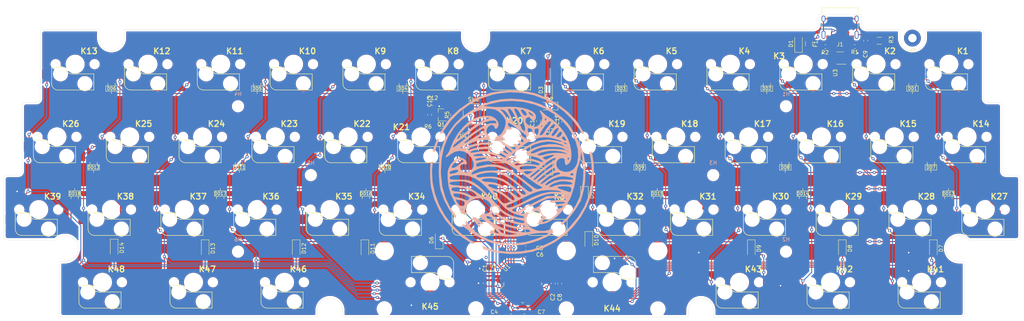
<source format=kicad_pcb>
(kicad_pcb (version 20171130) (host pcbnew 5.1.9)
  (layers (0 F.Cu signal) (31 B.Cu signal) (34 B.Paste user) (35 F.Paste user) (36 B.SilkS user) (37 F.SilkS user) (38 B.Mask user) (39 F.Mask user) (44 Edge.Cuts user))
  (net 0 "")
  (net 1 +3V3)
  (net 2 GND)
  (net 3 Col_1)
  (net 4 Col_13)
  (net 5 Col_11)
  (net 6 Col_12)
  (net 7 Col_9)
  (net 8 Col_10)
  (net 9 Row_1)
  (net 10 Row_2)
  (net 11 Row_3)
  (net 12 Row_4)
  (net 13 Col_2)
  (net 14 Col_3)
  (net 15 Col_4)
  (net 16 Col_5)
  (net 17 Col_6)
  (net 18 Col_7)
  (net 19 Col_8)
  (net 20 D-)
  (net 21 D+)
  (net 22 VBUS)
  (net 23 NRST)
  (net 24 BOOT)
  (net 25 +5V)
  (net 26 "Net-(C9-Pad2)")
  (net 27 "Net-(C12-Pad1)")
  (net 28 "Net-(D3-Pad2)")
  (net 29 "Net-(D4-Pad2)")
  (net 30 "Net-(D5-Pad2)")
  (net 31 "Net-(D6-Pad2)")
  (net 32 "Net-(D7-Pad2)")
  (net 33 "Net-(D8-Pad2)")
  (net 34 "Net-(D9-Pad2)")
  (net 35 "Net-(D10-Pad2)")
  (net 36 "Net-(D11-Pad2)")
  (net 37 "Net-(D12-Pad2)")
  (net 38 "Net-(D13-Pad2)")
  (net 39 "Net-(D14-Pad2)")
  (net 40 "Net-(DD1-Pad2)")
  (net 41 "Net-(DD1-Pad1)")
  (net 42 "Net-(DD2-Pad2)")
  (net 43 "Net-(DD2-Pad1)")
  (net 44 "Net-(DD3-Pad2)")
  (net 45 "Net-(DD3-Pad1)")
  (net 46 "Net-(DD4-Pad2)")
  (net 47 "Net-(DD4-Pad1)")
  (net 48 "Net-(DD5-Pad2)")
  (net 49 "Net-(DD5-Pad1)")
  (net 50 "Net-(DD6-Pad2)")
  (net 51 "Net-(DD6-Pad1)")
  (net 52 "Net-(DD7-Pad2)")
  (net 53 "Net-(DD7-Pad1)")
  (net 54 "Net-(DD8-Pad2)")
  (net 55 "Net-(DD8-Pad1)")
  (net 56 "Net-(DD9-Pad2)")
  (net 57 "Net-(DD9-Pad1)")
  (net 58 "Net-(DD10-Pad2)")
  (net 59 "Net-(DD10-Pad1)")
  (net 60 "Net-(DD11-Pad2)")
  (net 61 "Net-(DD11-Pad1)")
  (net 62 "Net-(DD12-Pad2)")
  (net 63 "Net-(DD12-Pad1)")
  (net 64 "Net-(DD13-Pad2)")
  (net 65 "Net-(DD13-Pad1)")
  (net 66 "Net-(DD14-Pad2)")
  (net 67 "Net-(DD14-Pad1)")
  (net 68 "Net-(DD15-Pad2)")
  (net 69 "Net-(DD15-Pad1)")
  (net 70 "Net-(DD16-Pad2)")
  (net 71 "Net-(DD16-Pad1)")
  (net 72 "Net-(DD17-Pad2)")
  (net 73 "Net-(DD17-Pad1)")
  (net 74 "Net-(DD18-Pad2)")
  (net 75 "Net-(DD18-Pad1)")
  (net 76 "Net-(J1-PadB8)")
  (net 77 "Net-(J1-PadA5)")
  (net 78 "Net-(J1-PadA8)")
  (net 79 "Net-(J1-PadB5)")
  (net 80 "Net-(U1-Pad6)")
  (net 81 "Net-(U1-Pad10)")
  (net 82 "Net-(U1-Pad11)")
  (net 83 "Net-(U1-Pad12)")
  (net 84 "Net-(U1-Pad13)")
  (net 85 "Net-(U1-Pad14)")
  (net 86 "Net-(U1-Pad15)")
  (net 87 "Net-(U1-Pad16)")
  (net 88 "Net-(U1-Pad17)")
  (net 89 "Net-(U1-Pad18)")
  (net 90 "Net-(U1-Pad19)")
  (net 91 "Net-(U1-Pad20)")
  (net 92 "Net-(U1-Pad21)")
  (net 93 "Net-(U1-Pad22)")
  (net 94 "Net-(U1-Pad26)")
  (net 95 "Net-(U1-Pad34)")
  (net 96 "Net-(U1-Pad37)")
  (net 97 "Net-(U1-Pad43)")
  (net 98 "Net-(U3-Pad6)")
  (net 99 "Net-(U3-Pad3)")
  (module Shoto:test (layer B.Cu) (at 206.5 121.75 180)
    (fp_text reference G*** hide)
    (fp_text value LOGO hide)
  )
  (module keyboard_parts:Kailh_MX_Socket (layer F.Cu) (at 185.123 149.5)
    (fp_text reference K45 (at 0 6.36066 180) (layer F.SilkS) (effects (font (size 1.524 1.524) (thickness 0.3048))))
    (fp_text value KEYSW hide)
    (pad 1 smd rect (at 7.36 -2.54) (size 2.55 2.5) (layers F.Cu F.Paste F.Mask) (net 19 Col_8))
    (pad "" np_thru_hole circle (at 0 0) (size 3.98018 3.98018) (drill 3.98018) (layers *.Cu *.Mask))
    (pad "" np_thru_hole circle (at -2.54 -5.08) (size 2.95 2.95) (drill 2.95) (layers *.Cu *.Mask))
    (pad "" np_thru_hole circle (at 3.81 -2.54) (size 2.95 2.95) (drill 2.95) (layers *.Cu *.Mask))
    (pad 2 smd rect (at -6.09 -5.08) (size 2.55 2.5) (layers F.Cu F.Paste F.Mask) (net 36 "Net-(D11-Pad2)"))
    (pad "" np_thru_hole circle (at -5.08 0) (size 1.7 1.7) (drill 1.7) (layers *.Cu *.Mask))
    (pad "" np_thru_hole circle (at 5.08 0) (size 1.7 1.7) (drill 1.7) (layers *.Cu *.Mask))
  )
  (module keyboard_parts:Kailh_MX_Socket (layer F.Cu) (at 147.123 149.5 180)
    (fp_text reference K46 (at -3.6195 3.412) (layer F.SilkS) (effects (font (size 1.524 1.524) (thickness 0.3048))))
    (fp_text value KEYSW hide)
    (pad 1 smd rect (at 7.36 -2.54 180) (size 2.55 2.5) (layers F.Cu F.Paste F.Mask) (net 8 Col_10))
    (pad "" np_thru_hole circle (at 0 0 180) (size 3.98018 3.98018) (drill 3.98018) (layers *.Cu *.Mask))
    (pad "" np_thru_hole circle (at -2.54 -5.08 180) (size 2.95 2.95) (drill 2.95) (layers *.Cu *.Mask))
    (pad "" np_thru_hole circle (at 3.81 -2.54 180) (size 2.95 2.95) (drill 2.95) (layers *.Cu *.Mask))
    (pad 2 smd rect (at -6.09 -5.08 180) (size 2.55 2.5) (layers F.Cu F.Paste F.Mask) (net 37 "Net-(D12-Pad2)"))
    (pad "" np_thru_hole circle (at -5.08 0 180) (size 1.7 1.7) (drill 1.7) (layers *.Cu *.Mask))
    (pad "" np_thru_hole circle (at 5.08 0 180) (size 1.7 1.7) (drill 1.7) (layers *.Cu *.Mask))
  )
  (module keyboard_parts:Kailh_MX_Socket (layer F.Cu) (at 123.373 149.5 180)
    (fp_text reference K47 (at -3.6195 3.412) (layer F.SilkS) (effects (font (size 1.524 1.524) (thickness 0.3048))))
    (fp_text value KEYSW hide)
    (pad 1 smd rect (at 7.36 -2.54 180) (size 2.55 2.5) (layers F.Cu F.Paste F.Mask) (net 5 Col_11))
    (pad "" np_thru_hole circle (at 0 0 180) (size 3.98018 3.98018) (drill 3.98018) (layers *.Cu *.Mask))
    (pad "" np_thru_hole circle (at -2.54 -5.08 180) (size 2.95 2.95) (drill 2.95) (layers *.Cu *.Mask))
    (pad "" np_thru_hole circle (at 3.81 -2.54 180) (size 2.95 2.95) (drill 2.95) (layers *.Cu *.Mask))
    (pad 2 smd rect (at -6.09 -5.08 180) (size 2.55 2.5) (layers F.Cu F.Paste F.Mask) (net 38 "Net-(D13-Pad2)"))
    (pad "" np_thru_hole circle (at -5.08 0 180) (size 1.7 1.7) (drill 1.7) (layers *.Cu *.Mask))
    (pad "" np_thru_hole circle (at 5.08 0 180) (size 1.7 1.7) (drill 1.7) (layers *.Cu *.Mask))
  )
  (module keyboard_parts:Kailh_MX_Socket (layer F.Cu) (at 99.623 149.5 180)
    (fp_text reference K48 (at -3.6195 3.412) (layer F.SilkS) (effects (font (size 1.524 1.524) (thickness 0.3048))))
    (fp_text value KEYSW hide)
    (pad 1 smd rect (at 7.36 -2.54 180) (size 2.55 2.5) (layers F.Cu F.Paste F.Mask) (net 6 Col_12))
    (pad "" np_thru_hole circle (at 0 0 180) (size 3.98018 3.98018) (drill 3.98018) (layers *.Cu *.Mask))
    (pad "" np_thru_hole circle (at -2.54 -5.08 180) (size 2.95 2.95) (drill 2.95) (layers *.Cu *.Mask))
    (pad "" np_thru_hole circle (at 3.81 -2.54 180) (size 2.95 2.95) (drill 2.95) (layers *.Cu *.Mask))
    (pad 2 smd rect (at -6.09 -5.08 180) (size 2.55 2.5) (layers F.Cu F.Paste F.Mask) (net 39 "Net-(D14-Pad2)"))
    (pad "" np_thru_hole circle (at -5.08 0 180) (size 1.7 1.7) (drill 1.7) (layers *.Cu *.Mask))
    (pad "" np_thru_hole circle (at 5.08 0 180) (size 1.7 1.7) (drill 1.7) (layers *.Cu *.Mask))
  )
  (module keyboard_parts:Kailh_MX_Socket (layer F.Cu) (at 83 130.5 180)
    (fp_text reference K39 (at -3.6195 3.412) (layer F.SilkS) (effects (font (size 1.524 1.524) (thickness 0.3048))))
    (fp_text value KEYSW hide)
    (pad 1 smd rect (at 7.36 -2.54 180) (size 2.55 2.5) (layers F.Cu F.Paste F.Mask) (net 4 Col_13))
    (pad "" np_thru_hole circle (at 0 0 180) (size 3.98018 3.98018) (drill 3.98018) (layers *.Cu *.Mask))
    (pad "" np_thru_hole circle (at -2.54 -5.08 180) (size 2.95 2.95) (drill 2.95) (layers *.Cu *.Mask))
    (pad "" np_thru_hole circle (at 3.81 -2.54 180) (size 2.95 2.95) (drill 2.95) (layers *.Cu *.Mask))
    (pad 2 smd rect (at -6.09 -5.08 180) (size 2.55 2.5) (layers F.Cu F.Paste F.Mask) (net 75 "Net-(DD18-Pad1)"))
    (pad "" np_thru_hole circle (at -5.08 0 180) (size 1.7 1.7) (drill 1.7) (layers *.Cu *.Mask))
    (pad "" np_thru_hole circle (at 5.08 0 180) (size 1.7 1.7) (drill 1.7) (layers *.Cu *.Mask))
  )
  (module keyboard_parts:Kailh_MX_Socket (layer F.Cu) (at 102 130.5 180)
    (fp_text reference K38 (at -3.6195 3.412) (layer F.SilkS) (effects (font (size 1.524 1.524) (thickness 0.3048))))
    (fp_text value KEYSW hide)
    (pad 1 smd rect (at 7.36 -2.54 180) (size 2.55 2.5) (layers F.Cu F.Paste F.Mask) (net 6 Col_12))
    (pad "" np_thru_hole circle (at 0 0 180) (size 3.98018 3.98018) (drill 3.98018) (layers *.Cu *.Mask))
    (pad "" np_thru_hole circle (at -2.54 -5.08 180) (size 2.95 2.95) (drill 2.95) (layers *.Cu *.Mask))
    (pad "" np_thru_hole circle (at 3.81 -2.54 180) (size 2.95 2.95) (drill 2.95) (layers *.Cu *.Mask))
    (pad 2 smd rect (at -6.09 -5.08 180) (size 2.55 2.5) (layers F.Cu F.Paste F.Mask) (net 74 "Net-(DD18-Pad2)"))
    (pad "" np_thru_hole circle (at -5.08 0 180) (size 1.7 1.7) (drill 1.7) (layers *.Cu *.Mask))
    (pad "" np_thru_hole circle (at 5.08 0 180) (size 1.7 1.7) (drill 1.7) (layers *.Cu *.Mask))
  )
  (module keyboard_parts:Kailh_MX_Socket (layer F.Cu) (at 121 130.5 180)
    (fp_text reference K37 (at -3.6195 3.412) (layer F.SilkS) (effects (font (size 1.524 1.524) (thickness 0.3048))))
    (fp_text value KEYSW hide)
    (pad 1 smd rect (at 7.36 -2.54 180) (size 2.55 2.5) (layers F.Cu F.Paste F.Mask) (net 5 Col_11))
    (pad "" np_thru_hole circle (at 0 0 180) (size 3.98018 3.98018) (drill 3.98018) (layers *.Cu *.Mask))
    (pad "" np_thru_hole circle (at -2.54 -5.08 180) (size 2.95 2.95) (drill 2.95) (layers *.Cu *.Mask))
    (pad "" np_thru_hole circle (at 3.81 -2.54 180) (size 2.95 2.95) (drill 2.95) (layers *.Cu *.Mask))
    (pad 2 smd rect (at -6.09 -5.08 180) (size 2.55 2.5) (layers F.Cu F.Paste F.Mask) (net 73 "Net-(DD17-Pad1)"))
    (pad "" np_thru_hole circle (at -5.08 0 180) (size 1.7 1.7) (drill 1.7) (layers *.Cu *.Mask))
    (pad "" np_thru_hole circle (at 5.08 0 180) (size 1.7 1.7) (drill 1.7) (layers *.Cu *.Mask))
  )
  (module keyboard_parts:Kailh_MX_Socket (layer F.Cu) (at 140 130.5 180)
    (fp_text reference K36 (at -3.6195 3.412) (layer F.SilkS) (effects (font (size 1.524 1.524) (thickness 0.3048))))
    (fp_text value KEYSW hide)
    (pad 1 smd rect (at 7.36 -2.54 180) (size 2.55 2.5) (layers F.Cu F.Paste F.Mask) (net 8 Col_10))
    (pad "" np_thru_hole circle (at 0 0 180) (size 3.98018 3.98018) (drill 3.98018) (layers *.Cu *.Mask))
    (pad "" np_thru_hole circle (at -2.54 -5.08 180) (size 2.95 2.95) (drill 2.95) (layers *.Cu *.Mask))
    (pad "" np_thru_hole circle (at 3.81 -2.54 180) (size 2.95 2.95) (drill 2.95) (layers *.Cu *.Mask))
    (pad 2 smd rect (at -6.09 -5.08 180) (size 2.55 2.5) (layers F.Cu F.Paste F.Mask) (net 72 "Net-(DD17-Pad2)"))
    (pad "" np_thru_hole circle (at -5.08 0 180) (size 1.7 1.7) (drill 1.7) (layers *.Cu *.Mask))
    (pad "" np_thru_hole circle (at 5.08 0 180) (size 1.7 1.7) (drill 1.7) (layers *.Cu *.Mask))
  )
  (module keyboard_parts:Kailh_MX_Socket (layer F.Cu) (at 159 130.5 180)
    (fp_text reference K35 (at -3.6195 3.412) (layer F.SilkS) (effects (font (size 1.524 1.524) (thickness 0.3048))))
    (fp_text value KEYSW hide)
    (pad 1 smd rect (at 7.36 -2.54 180) (size 2.55 2.5) (layers F.Cu F.Paste F.Mask) (net 7 Col_9))
    (pad "" np_thru_hole circle (at 0 0 180) (size 3.98018 3.98018) (drill 3.98018) (layers *.Cu *.Mask))
    (pad "" np_thru_hole circle (at -2.54 -5.08 180) (size 2.95 2.95) (drill 2.95) (layers *.Cu *.Mask))
    (pad "" np_thru_hole circle (at 3.81 -2.54 180) (size 2.95 2.95) (drill 2.95) (layers *.Cu *.Mask))
    (pad 2 smd rect (at -6.09 -5.08 180) (size 2.55 2.5) (layers F.Cu F.Paste F.Mask) (net 71 "Net-(DD16-Pad1)"))
    (pad "" np_thru_hole circle (at -5.08 0 180) (size 1.7 1.7) (drill 1.7) (layers *.Cu *.Mask))
    (pad "" np_thru_hole circle (at 5.08 0 180) (size 1.7 1.7) (drill 1.7) (layers *.Cu *.Mask))
  )
  (module keyboard_parts:Kailh_MX_Socket (layer F.Cu) (at 178 130.5 180)
    (fp_text reference K34 (at -3.6195 3.412) (layer F.SilkS) (effects (font (size 1.524 1.524) (thickness 0.3048))))
    (fp_text value KEYSW hide)
    (pad 1 smd rect (at 7.36 -2.54 180) (size 2.55 2.5) (layers F.Cu F.Paste F.Mask) (net 19 Col_8))
    (pad "" np_thru_hole circle (at 0 0 180) (size 3.98018 3.98018) (drill 3.98018) (layers *.Cu *.Mask))
    (pad "" np_thru_hole circle (at -2.54 -5.08 180) (size 2.95 2.95) (drill 2.95) (layers *.Cu *.Mask))
    (pad "" np_thru_hole circle (at 3.81 -2.54 180) (size 2.95 2.95) (drill 2.95) (layers *.Cu *.Mask))
    (pad 2 smd rect (at -6.09 -5.08 180) (size 2.55 2.5) (layers F.Cu F.Paste F.Mask) (net 70 "Net-(DD16-Pad2)"))
    (pad "" np_thru_hole circle (at -5.08 0 180) (size 1.7 1.7) (drill 1.7) (layers *.Cu *.Mask))
    (pad "" np_thru_hole circle (at 5.08 0 180) (size 1.7 1.7) (drill 1.7) (layers *.Cu *.Mask))
  )
  (module keyboard_parts:Kailh_MX_Socket (layer F.Cu) (at 197 130.5 180)
    (fp_text reference K40 (at -3.6195 3.412) (layer F.SilkS) (effects (font (size 1.524 1.524) (thickness 0.3048))))
    (fp_text value KEYSW hide)
    (pad 1 smd rect (at 7.36 -2.54 180) (size 2.55 2.5) (layers F.Cu F.Paste F.Mask) (net 18 Col_7))
    (pad "" np_thru_hole circle (at 0 0 180) (size 3.98018 3.98018) (drill 3.98018) (layers *.Cu *.Mask))
    (pad "" np_thru_hole circle (at -2.54 -5.08 180) (size 2.95 2.95) (drill 2.95) (layers *.Cu *.Mask))
    (pad "" np_thru_hole circle (at 3.81 -2.54 180) (size 2.95 2.95) (drill 2.95) (layers *.Cu *.Mask))
    (pad 2 smd rect (at -6.09 -5.08 180) (size 2.55 2.5) (layers F.Cu F.Paste F.Mask) (net 31 "Net-(D6-Pad2)"))
    (pad "" np_thru_hole circle (at -5.08 0 180) (size 1.7 1.7) (drill 1.7) (layers *.Cu *.Mask))
    (pad "" np_thru_hole circle (at 5.08 0 180) (size 1.7 1.7) (drill 1.7) (layers *.Cu *.Mask))
  )
  (module keyboard_parts:Kailh_MX_Socket (layer F.Cu) (at 313.373 149.5 180)
    (fp_text reference K41 (at -3.6195 3.412) (layer F.SilkS) (effects (font (size 1.524 1.524) (thickness 0.3048))))
    (fp_text value KEYSW hide)
    (pad 1 smd rect (at 7.36 -2.54 180) (size 2.55 2.5) (layers F.Cu F.Paste F.Mask) (net 13 Col_2))
    (pad "" np_thru_hole circle (at 0 0 180) (size 3.98018 3.98018) (drill 3.98018) (layers *.Cu *.Mask))
    (pad "" np_thru_hole circle (at -2.54 -5.08 180) (size 2.95 2.95) (drill 2.95) (layers *.Cu *.Mask))
    (pad "" np_thru_hole circle (at 3.81 -2.54 180) (size 2.95 2.95) (drill 2.95) (layers *.Cu *.Mask))
    (pad 2 smd rect (at -6.09 -5.08 180) (size 2.55 2.5) (layers F.Cu F.Paste F.Mask) (net 32 "Net-(D7-Pad2)"))
    (pad "" np_thru_hole circle (at -5.08 0 180) (size 1.7 1.7) (drill 1.7) (layers *.Cu *.Mask))
    (pad "" np_thru_hole circle (at 5.08 0 180) (size 1.7 1.7) (drill 1.7) (layers *.Cu *.Mask))
  )
  (module keyboard_parts:Kailh_MX_Socket (layer F.Cu) (at 289.623 149.5 180)
    (fp_text reference K42 (at -3.6195 3.412) (layer F.SilkS) (effects (font (size 1.524 1.524) (thickness 0.3048))))
    (fp_text value KEYSW hide)
    (pad 1 smd rect (at 7.36 -2.54 180) (size 2.55 2.5) (layers F.Cu F.Paste F.Mask) (net 14 Col_3))
    (pad "" np_thru_hole circle (at 0 0 180) (size 3.98018 3.98018) (drill 3.98018) (layers *.Cu *.Mask))
    (pad "" np_thru_hole circle (at -2.54 -5.08 180) (size 2.95 2.95) (drill 2.95) (layers *.Cu *.Mask))
    (pad "" np_thru_hole circle (at 3.81 -2.54 180) (size 2.95 2.95) (drill 2.95) (layers *.Cu *.Mask))
    (pad 2 smd rect (at -6.09 -5.08 180) (size 2.55 2.5) (layers F.Cu F.Paste F.Mask) (net 33 "Net-(D8-Pad2)"))
    (pad "" np_thru_hole circle (at -5.08 0 180) (size 1.7 1.7) (drill 1.7) (layers *.Cu *.Mask))
    (pad "" np_thru_hole circle (at 5.08 0 180) (size 1.7 1.7) (drill 1.7) (layers *.Cu *.Mask))
  )
  (module keyboard_parts:Kailh_MX_Socket (layer F.Cu) (at 265.873 149.5 180)
    (fp_text reference K43 (at -3.6195 3.412) (layer F.SilkS) (effects (font (size 1.524 1.524) (thickness 0.3048))))
    (fp_text value KEYSW hide)
    (pad 1 smd rect (at 7.36 -2.54 180) (size 2.55 2.5) (layers F.Cu F.Paste F.Mask) (net 15 Col_4))
    (pad "" np_thru_hole circle (at 0 0 180) (size 3.98018 3.98018) (drill 3.98018) (layers *.Cu *.Mask))
    (pad "" np_thru_hole circle (at -2.54 -5.08 180) (size 2.95 2.95) (drill 2.95) (layers *.Cu *.Mask))
    (pad "" np_thru_hole circle (at 3.81 -2.54 180) (size 2.95 2.95) (drill 2.95) (layers *.Cu *.Mask))
    (pad 2 smd rect (at -6.09 -5.08 180) (size 2.55 2.5) (layers F.Cu F.Paste F.Mask) (net 34 "Net-(D9-Pad2)"))
    (pad "" np_thru_hole circle (at -5.08 0 180) (size 1.7 1.7) (drill 1.7) (layers *.Cu *.Mask))
    (pad "" np_thru_hole circle (at 5.08 0 180) (size 1.7 1.7) (drill 1.7) (layers *.Cu *.Mask))
  )
  (module keyboard_parts:Kailh_MX_Socket (layer F.Cu) (at 232.623 149.5)
    (fp_text reference K44 (at 0 6.86866 180) (layer F.SilkS) (effects (font (size 1.524 1.524) (thickness 0.3048))))
    (fp_text value KEYSW hide)
    (pad 1 smd rect (at 7.36 -2.54) (size 2.55 2.5) (layers F.Cu F.Paste F.Mask) (net 17 Col_6))
    (pad "" np_thru_hole circle (at 0 0) (size 3.98018 3.98018) (drill 3.98018) (layers *.Cu *.Mask))
    (pad "" np_thru_hole circle (at -2.54 -5.08) (size 2.95 2.95) (drill 2.95) (layers *.Cu *.Mask))
    (pad "" np_thru_hole circle (at 3.81 -2.54) (size 2.95 2.95) (drill 2.95) (layers *.Cu *.Mask))
    (pad 2 smd rect (at -6.09 -5.08) (size 2.55 2.5) (layers F.Cu F.Paste F.Mask) (net 35 "Net-(D10-Pad2)"))
    (pad "" np_thru_hole circle (at -5.08 0) (size 1.7 1.7) (drill 1.7) (layers *.Cu *.Mask))
    (pad "" np_thru_hole circle (at 5.08 0) (size 1.7 1.7) (drill 1.7) (layers *.Cu *.Mask))
  )
  (module keyboard_parts:Kailh_MX_Socket (layer F.Cu) (at 216 130.5 180)
    (fp_text reference K33 (at -3.6195 3.412) (layer F.SilkS) (effects (font (size 1.524 1.524) (thickness 0.3048))))
    (fp_text value KEYSW hide)
    (pad 1 smd rect (at 7.36 -2.54 180) (size 2.55 2.5) (layers F.Cu F.Paste F.Mask) (net 18 Col_7))
    (pad "" np_thru_hole circle (at 0 0 180) (size 3.98018 3.98018) (drill 3.98018) (layers *.Cu *.Mask))
    (pad "" np_thru_hole circle (at -2.54 -5.08 180) (size 2.95 2.95) (drill 2.95) (layers *.Cu *.Mask))
    (pad "" np_thru_hole circle (at 3.81 -2.54 180) (size 2.95 2.95) (drill 2.95) (layers *.Cu *.Mask))
    (pad 2 smd rect (at -6.09 -5.08 180) (size 2.55 2.5) (layers F.Cu F.Paste F.Mask) (net 30 "Net-(D5-Pad2)"))
    (pad "" np_thru_hole circle (at -5.08 0 180) (size 1.7 1.7) (drill 1.7) (layers *.Cu *.Mask))
    (pad "" np_thru_hole circle (at 5.08 0 180) (size 1.7 1.7) (drill 1.7) (layers *.Cu *.Mask))
  )
  (module keyboard_parts:Kailh_MX_Socket (layer F.Cu) (at 235 130.5 180)
    (fp_text reference K32 (at -3.6195 3.412) (layer F.SilkS) (effects (font (size 1.524 1.524) (thickness 0.3048))))
    (fp_text value KEYSW hide)
    (pad 1 smd rect (at 7.36 -2.54 180) (size 2.55 2.5) (layers F.Cu F.Paste F.Mask) (net 17 Col_6))
    (pad "" np_thru_hole circle (at 0 0 180) (size 3.98018 3.98018) (drill 3.98018) (layers *.Cu *.Mask))
    (pad "" np_thru_hole circle (at -2.54 -5.08 180) (size 2.95 2.95) (drill 2.95) (layers *.Cu *.Mask))
    (pad "" np_thru_hole circle (at 3.81 -2.54 180) (size 2.95 2.95) (drill 2.95) (layers *.Cu *.Mask))
    (pad 2 smd rect (at -6.09 -5.08 180) (size 2.55 2.5) (layers F.Cu F.Paste F.Mask) (net 69 "Net-(DD15-Pad1)"))
    (pad "" np_thru_hole circle (at -5.08 0 180) (size 1.7 1.7) (drill 1.7) (layers *.Cu *.Mask))
    (pad "" np_thru_hole circle (at 5.08 0 180) (size 1.7 1.7) (drill 1.7) (layers *.Cu *.Mask))
  )
  (module keyboard_parts:Kailh_MX_Socket (layer F.Cu) (at 254 130.5 180)
    (fp_text reference K31 (at -3.6195 3.412) (layer F.SilkS) (effects (font (size 1.524 1.524) (thickness 0.3048))))
    (fp_text value KEYSW hide)
    (pad 1 smd rect (at 7.36 -2.54 180) (size 2.55 2.5) (layers F.Cu F.Paste F.Mask) (net 16 Col_5))
    (pad "" np_thru_hole circle (at 0 0 180) (size 3.98018 3.98018) (drill 3.98018) (layers *.Cu *.Mask))
    (pad "" np_thru_hole circle (at -2.54 -5.08 180) (size 2.95 2.95) (drill 2.95) (layers *.Cu *.Mask))
    (pad "" np_thru_hole circle (at 3.81 -2.54 180) (size 2.95 2.95) (drill 2.95) (layers *.Cu *.Mask))
    (pad 2 smd rect (at -6.09 -5.08 180) (size 2.55 2.5) (layers F.Cu F.Paste F.Mask) (net 68 "Net-(DD15-Pad2)"))
    (pad "" np_thru_hole circle (at -5.08 0 180) (size 1.7 1.7) (drill 1.7) (layers *.Cu *.Mask))
    (pad "" np_thru_hole circle (at 5.08 0 180) (size 1.7 1.7) (drill 1.7) (layers *.Cu *.Mask))
  )
  (module keyboard_parts:Kailh_MX_Socket (layer F.Cu) (at 273 130.5 180)
    (fp_text reference K30 (at -3.6195 3.412) (layer F.SilkS) (effects (font (size 1.524 1.524) (thickness 0.3048))))
    (fp_text value KEYSW hide)
    (pad 1 smd rect (at 7.36 -2.54 180) (size 2.55 2.5) (layers F.Cu F.Paste F.Mask) (net 15 Col_4))
    (pad "" np_thru_hole circle (at 0 0 180) (size 3.98018 3.98018) (drill 3.98018) (layers *.Cu *.Mask))
    (pad "" np_thru_hole circle (at -2.54 -5.08 180) (size 2.95 2.95) (drill 2.95) (layers *.Cu *.Mask))
    (pad "" np_thru_hole circle (at 3.81 -2.54 180) (size 2.95 2.95) (drill 2.95) (layers *.Cu *.Mask))
    (pad 2 smd rect (at -6.09 -5.08 180) (size 2.55 2.5) (layers F.Cu F.Paste F.Mask) (net 67 "Net-(DD14-Pad1)"))
    (pad "" np_thru_hole circle (at -5.08 0 180) (size 1.7 1.7) (drill 1.7) (layers *.Cu *.Mask))
    (pad "" np_thru_hole circle (at 5.08 0 180) (size 1.7 1.7) (drill 1.7) (layers *.Cu *.Mask))
  )
  (module keyboard_parts:Kailh_MX_Socket (layer F.Cu) (at 292 130.5 180)
    (fp_text reference K29 (at -3.6195 3.412) (layer F.SilkS) (effects (font (size 1.524 1.524) (thickness 0.3048))))
    (fp_text value KEYSW hide)
    (pad 1 smd rect (at 7.36 -2.54 180) (size 2.55 2.5) (layers F.Cu F.Paste F.Mask) (net 14 Col_3))
    (pad "" np_thru_hole circle (at 0 0 180) (size 3.98018 3.98018) (drill 3.98018) (layers *.Cu *.Mask))
    (pad "" np_thru_hole circle (at -2.54 -5.08 180) (size 2.95 2.95) (drill 2.95) (layers *.Cu *.Mask))
    (pad "" np_thru_hole circle (at 3.81 -2.54 180) (size 2.95 2.95) (drill 2.95) (layers *.Cu *.Mask))
    (pad 2 smd rect (at -6.09 -5.08 180) (size 2.55 2.5) (layers F.Cu F.Paste F.Mask) (net 66 "Net-(DD14-Pad2)"))
    (pad "" np_thru_hole circle (at -5.08 0 180) (size 1.7 1.7) (drill 1.7) (layers *.Cu *.Mask))
    (pad "" np_thru_hole circle (at 5.08 0 180) (size 1.7 1.7) (drill 1.7) (layers *.Cu *.Mask))
  )
  (module keyboard_parts:Kailh_MX_Socket (layer F.Cu) (at 311 130.5 180)
    (fp_text reference K28 (at -3.6195 3.412) (layer F.SilkS) (effects (font (size 1.524 1.524) (thickness 0.3048))))
    (fp_text value KEYSW hide)
    (pad 1 smd rect (at 7.36 -2.54 180) (size 2.55 2.5) (layers F.Cu F.Paste F.Mask) (net 13 Col_2))
    (pad "" np_thru_hole circle (at 0 0 180) (size 3.98018 3.98018) (drill 3.98018) (layers *.Cu *.Mask))
    (pad "" np_thru_hole circle (at -2.54 -5.08 180) (size 2.95 2.95) (drill 2.95) (layers *.Cu *.Mask))
    (pad "" np_thru_hole circle (at 3.81 -2.54 180) (size 2.95 2.95) (drill 2.95) (layers *.Cu *.Mask))
    (pad 2 smd rect (at -6.09 -5.08 180) (size 2.55 2.5) (layers F.Cu F.Paste F.Mask) (net 65 "Net-(DD13-Pad1)"))
    (pad "" np_thru_hole circle (at -5.08 0 180) (size 1.7 1.7) (drill 1.7) (layers *.Cu *.Mask))
    (pad "" np_thru_hole circle (at 5.08 0 180) (size 1.7 1.7) (drill 1.7) (layers *.Cu *.Mask))
  )
  (module keyboard_parts:Kailh_MX_Socket (layer F.Cu) (at 330 130.5 180)
    (fp_text reference K27 (at -3.6195 3.412) (layer F.SilkS) (effects (font (size 1.524 1.524) (thickness 0.3048))))
    (fp_text value KEYSW hide)
    (pad 1 smd rect (at 7.36 -2.54 180) (size 2.55 2.5) (layers F.Cu F.Paste F.Mask) (net 3 Col_1))
    (pad "" np_thru_hole circle (at 0 0 180) (size 3.98018 3.98018) (drill 3.98018) (layers *.Cu *.Mask))
    (pad "" np_thru_hole circle (at -2.54 -5.08 180) (size 2.95 2.95) (drill 2.95) (layers *.Cu *.Mask))
    (pad "" np_thru_hole circle (at 3.81 -2.54 180) (size 2.95 2.95) (drill 2.95) (layers *.Cu *.Mask))
    (pad 2 smd rect (at -6.09 -5.08 180) (size 2.55 2.5) (layers F.Cu F.Paste F.Mask) (net 64 "Net-(DD13-Pad2)"))
    (pad "" np_thru_hole circle (at -5.08 0 180) (size 1.7 1.7) (drill 1.7) (layers *.Cu *.Mask))
    (pad "" np_thru_hole circle (at 5.08 0 180) (size 1.7 1.7) (drill 1.7) (layers *.Cu *.Mask))
  )
  (module keyboard_parts:Kailh_MX_Socket (layer F.Cu) (at 325.25 111.5 180)
    (fp_text reference K14 (at -3.6195 3.412) (layer F.SilkS) (effects (font (size 1.524 1.524) (thickness 0.3048))))
    (fp_text value KEYSW hide)
    (pad 1 smd rect (at 7.36 -2.54 180) (size 2.55 2.5) (layers F.Cu F.Paste F.Mask) (net 3 Col_1))
    (pad "" np_thru_hole circle (at 0 0 180) (size 3.98018 3.98018) (drill 3.98018) (layers *.Cu *.Mask))
    (pad "" np_thru_hole circle (at -2.54 -5.08 180) (size 2.95 2.95) (drill 2.95) (layers *.Cu *.Mask))
    (pad "" np_thru_hole circle (at 3.81 -2.54 180) (size 2.95 2.95) (drill 2.95) (layers *.Cu *.Mask))
    (pad 2 smd rect (at -6.09 -5.08 180) (size 2.55 2.5) (layers F.Cu F.Paste F.Mask) (net 53 "Net-(DD7-Pad1)"))
    (pad "" np_thru_hole circle (at -5.08 0 180) (size 1.7 1.7) (drill 1.7) (layers *.Cu *.Mask))
    (pad "" np_thru_hole circle (at 5.08 0 180) (size 1.7 1.7) (drill 1.7) (layers *.Cu *.Mask))
  )
  (module keyboard_parts:Kailh_MX_Socket (layer F.Cu) (at 306.25 111.5 180)
    (fp_text reference K15 (at -3.6195 3.412) (layer F.SilkS) (effects (font (size 1.524 1.524) (thickness 0.3048))))
    (fp_text value KEYSW hide)
    (pad 1 smd rect (at 7.36 -2.54 180) (size 2.55 2.5) (layers F.Cu F.Paste F.Mask) (net 13 Col_2))
    (pad "" np_thru_hole circle (at 0 0 180) (size 3.98018 3.98018) (drill 3.98018) (layers *.Cu *.Mask))
    (pad "" np_thru_hole circle (at -2.54 -5.08 180) (size 2.95 2.95) (drill 2.95) (layers *.Cu *.Mask))
    (pad "" np_thru_hole circle (at 3.81 -2.54 180) (size 2.95 2.95) (drill 2.95) (layers *.Cu *.Mask))
    (pad 2 smd rect (at -6.09 -5.08 180) (size 2.55 2.5) (layers F.Cu F.Paste F.Mask) (net 52 "Net-(DD7-Pad2)"))
    (pad "" np_thru_hole circle (at -5.08 0 180) (size 1.7 1.7) (drill 1.7) (layers *.Cu *.Mask))
    (pad "" np_thru_hole circle (at 5.08 0 180) (size 1.7 1.7) (drill 1.7) (layers *.Cu *.Mask))
  )
  (module keyboard_parts:Kailh_MX_Socket (layer F.Cu) (at 287.25 111.5 180)
    (fp_text reference K16 (at -3.6195 3.412) (layer F.SilkS) (effects (font (size 1.524 1.524) (thickness 0.3048))))
    (fp_text value KEYSW hide)
    (pad 1 smd rect (at 7.36 -2.54 180) (size 2.55 2.5) (layers F.Cu F.Paste F.Mask) (net 14 Col_3))
    (pad "" np_thru_hole circle (at 0 0 180) (size 3.98018 3.98018) (drill 3.98018) (layers *.Cu *.Mask))
    (pad "" np_thru_hole circle (at -2.54 -5.08 180) (size 2.95 2.95) (drill 2.95) (layers *.Cu *.Mask))
    (pad "" np_thru_hole circle (at 3.81 -2.54 180) (size 2.95 2.95) (drill 2.95) (layers *.Cu *.Mask))
    (pad 2 smd rect (at -6.09 -5.08 180) (size 2.55 2.5) (layers F.Cu F.Paste F.Mask) (net 55 "Net-(DD8-Pad1)"))
    (pad "" np_thru_hole circle (at -5.08 0 180) (size 1.7 1.7) (drill 1.7) (layers *.Cu *.Mask))
    (pad "" np_thru_hole circle (at 5.08 0 180) (size 1.7 1.7) (drill 1.7) (layers *.Cu *.Mask))
  )
  (module keyboard_parts:Kailh_MX_Socket (layer F.Cu) (at 268.25 111.5 180)
    (fp_text reference K17 (at -3.6195 3.412) (layer F.SilkS) (effects (font (size 1.524 1.524) (thickness 0.3048))))
    (fp_text value KEYSW hide)
    (pad 1 smd rect (at 7.36 -2.54 180) (size 2.55 2.5) (layers F.Cu F.Paste F.Mask) (net 15 Col_4))
    (pad "" np_thru_hole circle (at 0 0 180) (size 3.98018 3.98018) (drill 3.98018) (layers *.Cu *.Mask))
    (pad "" np_thru_hole circle (at -2.54 -5.08 180) (size 2.95 2.95) (drill 2.95) (layers *.Cu *.Mask))
    (pad "" np_thru_hole circle (at 3.81 -2.54 180) (size 2.95 2.95) (drill 2.95) (layers *.Cu *.Mask))
    (pad 2 smd rect (at -6.09 -5.08 180) (size 2.55 2.5) (layers F.Cu F.Paste F.Mask) (net 54 "Net-(DD8-Pad2)"))
    (pad "" np_thru_hole circle (at -5.08 0 180) (size 1.7 1.7) (drill 1.7) (layers *.Cu *.Mask))
    (pad "" np_thru_hole circle (at 5.08 0 180) (size 1.7 1.7) (drill 1.7) (layers *.Cu *.Mask))
  )
  (module keyboard_parts:Kailh_MX_Socket (layer F.Cu) (at 249.25 111.5 180)
    (fp_text reference K18 (at -3.6195 3.412) (layer F.SilkS) (effects (font (size 1.524 1.524) (thickness 0.3048))))
    (fp_text value KEYSW hide)
    (pad 1 smd rect (at 7.36 -2.54 180) (size 2.55 2.5) (layers F.Cu F.Paste F.Mask) (net 16 Col_5))
    (pad "" np_thru_hole circle (at 0 0 180) (size 3.98018 3.98018) (drill 3.98018) (layers *.Cu *.Mask))
    (pad "" np_thru_hole circle (at -2.54 -5.08 180) (size 2.95 2.95) (drill 2.95) (layers *.Cu *.Mask))
    (pad "" np_thru_hole circle (at 3.81 -2.54 180) (size 2.95 2.95) (drill 2.95) (layers *.Cu *.Mask))
    (pad 2 smd rect (at -6.09 -5.08 180) (size 2.55 2.5) (layers F.Cu F.Paste F.Mask) (net 57 "Net-(DD9-Pad1)"))
    (pad "" np_thru_hole circle (at -5.08 0 180) (size 1.7 1.7) (drill 1.7) (layers *.Cu *.Mask))
    (pad "" np_thru_hole circle (at 5.08 0 180) (size 1.7 1.7) (drill 1.7) (layers *.Cu *.Mask))
  )
  (module keyboard_parts:Kailh_MX_Socket (layer F.Cu) (at 230.25 111.5 180)
    (fp_text reference K19 (at -3.6195 3.412) (layer F.SilkS) (effects (font (size 1.524 1.524) (thickness 0.3048))))
    (fp_text value KEYSW hide)
    (pad 1 smd rect (at 7.36 -2.54 180) (size 2.55 2.5) (layers F.Cu F.Paste F.Mask) (net 17 Col_6))
    (pad "" np_thru_hole circle (at 0 0 180) (size 3.98018 3.98018) (drill 3.98018) (layers *.Cu *.Mask))
    (pad "" np_thru_hole circle (at -2.54 -5.08 180) (size 2.95 2.95) (drill 2.95) (layers *.Cu *.Mask))
    (pad "" np_thru_hole circle (at 3.81 -2.54 180) (size 2.95 2.95) (drill 2.95) (layers *.Cu *.Mask))
    (pad 2 smd rect (at -6.09 -5.08 180) (size 2.55 2.5) (layers F.Cu F.Paste F.Mask) (net 56 "Net-(DD9-Pad2)"))
    (pad "" np_thru_hole circle (at -5.08 0 180) (size 1.7 1.7) (drill 1.7) (layers *.Cu *.Mask))
    (pad "" np_thru_hole circle (at 5.08 0 180) (size 1.7 1.7) (drill 1.7) (layers *.Cu *.Mask))
  )
  (module keyboard_parts:Kailh_MX_Socket (layer F.Cu) (at 206.5 111.5 180)
    (fp_text reference K20 (at -0.6637 4.21684) (layer F.SilkS) (effects (font (size 1.524 1.524) (thickness 0.3048))))
    (fp_text value KEYSW hide)
    (pad 1 smd rect (at 7.36 -2.54 180) (size 2.55 2.5) (layers F.Cu F.Paste F.Mask) (net 18 Col_7))
    (pad "" np_thru_hole circle (at 0 0 180) (size 3.98018 3.98018) (drill 3.98018) (layers *.Cu *.Mask))
    (pad "" np_thru_hole circle (at -2.54 -5.08 180) (size 2.95 2.95) (drill 2.95) (layers *.Cu *.Mask))
    (pad "" np_thru_hole circle (at 3.81 -2.54 180) (size 2.95 2.95) (drill 2.95) (layers *.Cu *.Mask))
    (pad 2 smd rect (at -6.09 -5.08 180) (size 2.55 2.5) (layers F.Cu F.Paste F.Mask) (net 29 "Net-(D4-Pad2)"))
    (pad "" np_thru_hole circle (at -5.08 0 180) (size 1.7 1.7) (drill 1.7) (layers *.Cu *.Mask))
    (pad "" np_thru_hole circle (at 5.08 0 180) (size 1.7 1.7) (drill 1.7) (layers *.Cu *.Mask))
  )
  (module keyboard_parts:Kailh_MX_Socket (layer F.Cu) (at 182.75 111.5 180)
    (fp_text reference K21 (at 5.1138 2.56584) (layer F.SilkS) (effects (font (size 1.524 1.524) (thickness 0.3048))))
    (fp_text value KEYSW hide)
    (pad 1 smd rect (at 7.36 -2.54 180) (size 2.55 2.5) (layers F.Cu F.Paste F.Mask) (net 19 Col_8))
    (pad "" np_thru_hole circle (at 0 0 180) (size 3.98018 3.98018) (drill 3.98018) (layers *.Cu *.Mask))
    (pad "" np_thru_hole circle (at -2.54 -5.08 180) (size 2.95 2.95) (drill 2.95) (layers *.Cu *.Mask))
    (pad "" np_thru_hole circle (at 3.81 -2.54 180) (size 2.95 2.95) (drill 2.95) (layers *.Cu *.Mask))
    (pad 2 smd rect (at -6.09 -5.08 180) (size 2.55 2.5) (layers F.Cu F.Paste F.Mask) (net 59 "Net-(DD10-Pad1)"))
    (pad "" np_thru_hole circle (at -5.08 0 180) (size 1.7 1.7) (drill 1.7) (layers *.Cu *.Mask))
    (pad "" np_thru_hole circle (at 5.08 0 180) (size 1.7 1.7) (drill 1.7) (layers *.Cu *.Mask))
  )
  (module keyboard_parts:Kailh_MX_Socket (layer F.Cu) (at 163.75 111.5 180)
    (fp_text reference K22 (at -3.6195 3.412) (layer F.SilkS) (effects (font (size 1.524 1.524) (thickness 0.3048))))
    (fp_text value KEYSW hide)
    (pad 1 smd rect (at 7.36 -2.54 180) (size 2.55 2.5) (layers F.Cu F.Paste F.Mask) (net 7 Col_9))
    (pad "" np_thru_hole circle (at 0 0 180) (size 3.98018 3.98018) (drill 3.98018) (layers *.Cu *.Mask))
    (pad "" np_thru_hole circle (at -2.54 -5.08 180) (size 2.95 2.95) (drill 2.95) (layers *.Cu *.Mask))
    (pad "" np_thru_hole circle (at 3.81 -2.54 180) (size 2.95 2.95) (drill 2.95) (layers *.Cu *.Mask))
    (pad 2 smd rect (at -6.09 -5.08 180) (size 2.55 2.5) (layers F.Cu F.Paste F.Mask) (net 58 "Net-(DD10-Pad2)"))
    (pad "" np_thru_hole circle (at -5.08 0 180) (size 1.7 1.7) (drill 1.7) (layers *.Cu *.Mask))
    (pad "" np_thru_hole circle (at 5.08 0 180) (size 1.7 1.7) (drill 1.7) (layers *.Cu *.Mask))
  )
  (module keyboard_parts:Kailh_MX_Socket (layer F.Cu) (at 144.75 111.5 180)
    (fp_text reference K23 (at -3.6195 3.412) (layer F.SilkS) (effects (font (size 1.524 1.524) (thickness 0.3048))))
    (fp_text value KEYSW hide)
    (pad 1 smd rect (at 7.36 -2.54 180) (size 2.55 2.5) (layers F.Cu F.Paste F.Mask) (net 8 Col_10))
    (pad "" np_thru_hole circle (at 0 0 180) (size 3.98018 3.98018) (drill 3.98018) (layers *.Cu *.Mask))
    (pad "" np_thru_hole circle (at -2.54 -5.08 180) (size 2.95 2.95) (drill 2.95) (layers *.Cu *.Mask))
    (pad "" np_thru_hole circle (at 3.81 -2.54 180) (size 2.95 2.95) (drill 2.95) (layers *.Cu *.Mask))
    (pad 2 smd rect (at -6.09 -5.08 180) (size 2.55 2.5) (layers F.Cu F.Paste F.Mask) (net 61 "Net-(DD11-Pad1)"))
    (pad "" np_thru_hole circle (at -5.08 0 180) (size 1.7 1.7) (drill 1.7) (layers *.Cu *.Mask))
    (pad "" np_thru_hole circle (at 5.08 0 180) (size 1.7 1.7) (drill 1.7) (layers *.Cu *.Mask))
  )
  (module keyboard_parts:Kailh_MX_Socket (layer F.Cu) (at 125.75 111.5 180)
    (fp_text reference K24 (at -3.6195 3.412) (layer F.SilkS) (effects (font (size 1.524 1.524) (thickness 0.3048))))
    (fp_text value KEYSW hide)
    (pad 1 smd rect (at 7.36 -2.54 180) (size 2.55 2.5) (layers F.Cu F.Paste F.Mask) (net 5 Col_11))
    (pad "" np_thru_hole circle (at 0 0 180) (size 3.98018 3.98018) (drill 3.98018) (layers *.Cu *.Mask))
    (pad "" np_thru_hole circle (at -2.54 -5.08 180) (size 2.95 2.95) (drill 2.95) (layers *.Cu *.Mask))
    (pad "" np_thru_hole circle (at 3.81 -2.54 180) (size 2.95 2.95) (drill 2.95) (layers *.Cu *.Mask))
    (pad 2 smd rect (at -6.09 -5.08 180) (size 2.55 2.5) (layers F.Cu F.Paste F.Mask) (net 60 "Net-(DD11-Pad2)"))
    (pad "" np_thru_hole circle (at -5.08 0 180) (size 1.7 1.7) (drill 1.7) (layers *.Cu *.Mask))
    (pad "" np_thru_hole circle (at 5.08 0 180) (size 1.7 1.7) (drill 1.7) (layers *.Cu *.Mask))
  )
  (module keyboard_parts:Kailh_MX_Socket (layer F.Cu) (at 106.75 111.5 180)
    (fp_text reference K25 (at -3.6195 3.412) (layer F.SilkS) (effects (font (size 1.524 1.524) (thickness 0.3048))))
    (fp_text value KEYSW hide)
    (pad 1 smd rect (at 7.36 -2.54 180) (size 2.55 2.5) (layers F.Cu F.Paste F.Mask) (net 6 Col_12))
    (pad "" np_thru_hole circle (at 0 0 180) (size 3.98018 3.98018) (drill 3.98018) (layers *.Cu *.Mask))
    (pad "" np_thru_hole circle (at -2.54 -5.08 180) (size 2.95 2.95) (drill 2.95) (layers *.Cu *.Mask))
    (pad "" np_thru_hole circle (at 3.81 -2.54 180) (size 2.95 2.95) (drill 2.95) (layers *.Cu *.Mask))
    (pad 2 smd rect (at -6.09 -5.08 180) (size 2.55 2.5) (layers F.Cu F.Paste F.Mask) (net 63 "Net-(DD12-Pad1)"))
    (pad "" np_thru_hole circle (at -5.08 0 180) (size 1.7 1.7) (drill 1.7) (layers *.Cu *.Mask))
    (pad "" np_thru_hole circle (at 5.08 0 180) (size 1.7 1.7) (drill 1.7) (layers *.Cu *.Mask))
  )
  (module keyboard_parts:Kailh_MX_Socket (layer F.Cu) (at 87.75 111.5 180)
    (fp_text reference K26 (at -3.6195 3.412) (layer F.SilkS) (effects (font (size 1.524 1.524) (thickness 0.3048))))
    (fp_text value KEYSW hide)
    (pad 1 smd rect (at 7.36 -2.54 180) (size 2.55 2.5) (layers F.Cu F.Paste F.Mask) (net 4 Col_13))
    (pad "" np_thru_hole circle (at 0 0 180) (size 3.98018 3.98018) (drill 3.98018) (layers *.Cu *.Mask))
    (pad "" np_thru_hole circle (at -2.54 -5.08 180) (size 2.95 2.95) (drill 2.95) (layers *.Cu *.Mask))
    (pad "" np_thru_hole circle (at 3.81 -2.54 180) (size 2.95 2.95) (drill 2.95) (layers *.Cu *.Mask))
    (pad 2 smd rect (at -6.09 -5.08 180) (size 2.55 2.5) (layers F.Cu F.Paste F.Mask) (net 62 "Net-(DD12-Pad2)"))
    (pad "" np_thru_hole circle (at -5.08 0 180) (size 1.7 1.7) (drill 1.7) (layers *.Cu *.Mask))
    (pad "" np_thru_hole circle (at 5.08 0 180) (size 1.7 1.7) (drill 1.7) (layers *.Cu *.Mask))
  )
  (module keyboard_parts:Kailh_MX_Socket (layer F.Cu) (at 92.5 92.5 180)
    (fp_text reference K13 (at -3.6195 3.412) (layer F.SilkS) (effects (font (size 1.524 1.524) (thickness 0.3048))))
    (fp_text value KEYSW hide)
    (pad 1 smd rect (at 7.36 -2.54 180) (size 2.55 2.5) (layers F.Cu F.Paste F.Mask) (net 4 Col_13))
    (pad "" np_thru_hole circle (at 0 0 180) (size 3.98018 3.98018) (drill 3.98018) (layers *.Cu *.Mask))
    (pad "" np_thru_hole circle (at -2.54 -5.08 180) (size 2.95 2.95) (drill 2.95) (layers *.Cu *.Mask))
    (pad "" np_thru_hole circle (at 3.81 -2.54 180) (size 2.95 2.95) (drill 2.95) (layers *.Cu *.Mask))
    (pad 2 smd rect (at -6.09 -5.08 180) (size 2.55 2.5) (layers F.Cu F.Paste F.Mask) (net 50 "Net-(DD6-Pad2)"))
    (pad "" np_thru_hole circle (at -5.08 0 180) (size 1.7 1.7) (drill 1.7) (layers *.Cu *.Mask))
    (pad "" np_thru_hole circle (at 5.08 0 180) (size 1.7 1.7) (drill 1.7) (layers *.Cu *.Mask))
  )
  (module keyboard_parts:Kailh_MX_Socket (layer F.Cu) (at 111.5 92.5 180)
    (fp_text reference K12 (at -3.6195 3.412) (layer F.SilkS) (effects (font (size 1.524 1.524) (thickness 0.3048))))
    (fp_text value KEYSW hide)
    (pad 1 smd rect (at 7.36 -2.54 180) (size 2.55 2.5) (layers F.Cu F.Paste F.Mask) (net 6 Col_12))
    (pad "" np_thru_hole circle (at 0 0 180) (size 3.98018 3.98018) (drill 3.98018) (layers *.Cu *.Mask))
    (pad "" np_thru_hole circle (at -2.54 -5.08 180) (size 2.95 2.95) (drill 2.95) (layers *.Cu *.Mask))
    (pad "" np_thru_hole circle (at 3.81 -2.54 180) (size 2.95 2.95) (drill 2.95) (layers *.Cu *.Mask))
    (pad 2 smd rect (at -6.09 -5.08 180) (size 2.55 2.5) (layers F.Cu F.Paste F.Mask) (net 51 "Net-(DD6-Pad1)"))
    (pad "" np_thru_hole circle (at -5.08 0 180) (size 1.7 1.7) (drill 1.7) (layers *.Cu *.Mask))
    (pad "" np_thru_hole circle (at 5.08 0 180) (size 1.7 1.7) (drill 1.7) (layers *.Cu *.Mask))
  )
  (module keyboard_parts:Kailh_MX_Socket (layer F.Cu) (at 130.5 92.5 180)
    (fp_text reference K11 (at -3.6195 3.412) (layer F.SilkS) (effects (font (size 1.524 1.524) (thickness 0.3048))))
    (fp_text value KEYSW hide)
    (pad 1 smd rect (at 7.36 -2.54 180) (size 2.55 2.5) (layers F.Cu F.Paste F.Mask) (net 5 Col_11))
    (pad "" np_thru_hole circle (at 0 0 180) (size 3.98018 3.98018) (drill 3.98018) (layers *.Cu *.Mask))
    (pad "" np_thru_hole circle (at -2.54 -5.08 180) (size 2.95 2.95) (drill 2.95) (layers *.Cu *.Mask))
    (pad "" np_thru_hole circle (at 3.81 -2.54 180) (size 2.95 2.95) (drill 2.95) (layers *.Cu *.Mask))
    (pad 2 smd rect (at -6.09 -5.08 180) (size 2.55 2.5) (layers F.Cu F.Paste F.Mask) (net 48 "Net-(DD5-Pad2)"))
    (pad "" np_thru_hole circle (at -5.08 0 180) (size 1.7 1.7) (drill 1.7) (layers *.Cu *.Mask))
    (pad "" np_thru_hole circle (at 5.08 0 180) (size 1.7 1.7) (drill 1.7) (layers *.Cu *.Mask))
  )
  (module keyboard_parts:Kailh_MX_Socket (layer F.Cu) (at 149.5 92.5 180)
    (fp_text reference K10 (at -3.6195 3.412) (layer F.SilkS) (effects (font (size 1.524 1.524) (thickness 0.3048))))
    (fp_text value KEYSW hide)
    (pad 1 smd rect (at 7.36 -2.54 180) (size 2.55 2.5) (layers F.Cu F.Paste F.Mask) (net 8 Col_10))
    (pad "" np_thru_hole circle (at 0 0 180) (size 3.98018 3.98018) (drill 3.98018) (layers *.Cu *.Mask))
    (pad "" np_thru_hole circle (at -2.54 -5.08 180) (size 2.95 2.95) (drill 2.95) (layers *.Cu *.Mask))
    (pad "" np_thru_hole circle (at 3.81 -2.54 180) (size 2.95 2.95) (drill 2.95) (layers *.Cu *.Mask))
    (pad 2 smd rect (at -6.09 -5.08 180) (size 2.55 2.5) (layers F.Cu F.Paste F.Mask) (net 49 "Net-(DD5-Pad1)"))
    (pad "" np_thru_hole circle (at -5.08 0 180) (size 1.7 1.7) (drill 1.7) (layers *.Cu *.Mask))
    (pad "" np_thru_hole circle (at 5.08 0 180) (size 1.7 1.7) (drill 1.7) (layers *.Cu *.Mask))
  )
  (module keyboard_parts:Kailh_MX_Socket (layer F.Cu) (at 320.5 92.5 180)
    (fp_text reference K1 (at -3.6195 3.412) (layer F.SilkS) (effects (font (size 1.524 1.524) (thickness 0.3048))))
    (fp_text value KEYSW hide)
    (pad 1 smd rect (at 7.36 -2.54 180) (size 2.55 2.5) (layers F.Cu F.Paste F.Mask) (net 3 Col_1))
    (pad "" np_thru_hole circle (at 0 0 180) (size 3.98018 3.98018) (drill 3.98018) (layers *.Cu *.Mask))
    (pad "" np_thru_hole circle (at -2.54 -5.08 180) (size 2.95 2.95) (drill 2.95) (layers *.Cu *.Mask))
    (pad "" np_thru_hole circle (at 3.81 -2.54 180) (size 2.95 2.95) (drill 2.95) (layers *.Cu *.Mask))
    (pad 2 smd rect (at -6.09 -5.08 180) (size 2.55 2.5) (layers F.Cu F.Paste F.Mask) (net 41 "Net-(DD1-Pad1)"))
    (pad "" np_thru_hole circle (at -5.08 0 180) (size 1.7 1.7) (drill 1.7) (layers *.Cu *.Mask))
    (pad "" np_thru_hole circle (at 5.08 0 180) (size 1.7 1.7) (drill 1.7) (layers *.Cu *.Mask))
  )
  (module keyboard_parts:Kailh_MX_Socket (layer F.Cu) (at 301.5 92.5 180)
    (fp_text reference K2 (at -3.6195 3.412) (layer F.SilkS) (effects (font (size 1.524 1.524) (thickness 0.3048))))
    (fp_text value KEYSW hide)
    (pad 1 smd rect (at 7.36 -2.54 180) (size 2.55 2.5) (layers F.Cu F.Paste F.Mask) (net 13 Col_2))
    (pad "" np_thru_hole circle (at 0 0 180) (size 3.98018 3.98018) (drill 3.98018) (layers *.Cu *.Mask))
    (pad "" np_thru_hole circle (at -2.54 -5.08 180) (size 2.95 2.95) (drill 2.95) (layers *.Cu *.Mask))
    (pad "" np_thru_hole circle (at 3.81 -2.54 180) (size 2.95 2.95) (drill 2.95) (layers *.Cu *.Mask))
    (pad 2 smd rect (at -6.09 -5.08 180) (size 2.55 2.5) (layers F.Cu F.Paste F.Mask) (net 40 "Net-(DD1-Pad2)"))
    (pad "" np_thru_hole circle (at -5.08 0 180) (size 1.7 1.7) (drill 1.7) (layers *.Cu *.Mask))
    (pad "" np_thru_hole circle (at 5.08 0 180) (size 1.7 1.7) (drill 1.7) (layers *.Cu *.Mask))
  )
  (module keyboard_parts:Kailh_MX_Socket (layer F.Cu) (at 282.5 92.5 180)
    (fp_text reference K3 (at 6.3118 2.10784) (layer F.SilkS) (effects (font (size 1.524 1.524) (thickness 0.3048))))
    (fp_text value KEYSW hide)
    (pad 1 smd rect (at 7.36 -2.54 180) (size 2.55 2.5) (layers F.Cu F.Paste F.Mask) (net 14 Col_3))
    (pad "" np_thru_hole circle (at 0 0 180) (size 3.98018 3.98018) (drill 3.98018) (layers *.Cu *.Mask))
    (pad "" np_thru_hole circle (at -2.54 -5.08 180) (size 2.95 2.95) (drill 2.95) (layers *.Cu *.Mask))
    (pad "" np_thru_hole circle (at 3.81 -2.54 180) (size 2.95 2.95) (drill 2.95) (layers *.Cu *.Mask))
    (pad 2 smd rect (at -6.09 -5.08 180) (size 2.55 2.5) (layers F.Cu F.Paste F.Mask) (net 43 "Net-(DD2-Pad1)"))
    (pad "" np_thru_hole circle (at -5.08 0 180) (size 1.7 1.7) (drill 1.7) (layers *.Cu *.Mask))
    (pad "" np_thru_hole circle (at 5.08 0 180) (size 1.7 1.7) (drill 1.7) (layers *.Cu *.Mask))
  )
  (module keyboard_parts:Kailh_MX_Socket (layer F.Cu) (at 263.5 92.5 180)
    (fp_text reference K4 (at -3.6195 3.412) (layer F.SilkS) (effects (font (size 1.524 1.524) (thickness 0.3048))))
    (fp_text value KEYSW hide)
    (pad 1 smd rect (at 7.36 -2.54 180) (size 2.55 2.5) (layers F.Cu F.Paste F.Mask) (net 15 Col_4))
    (pad "" np_thru_hole circle (at 0 0 180) (size 3.98018 3.98018) (drill 3.98018) (layers *.Cu *.Mask))
    (pad "" np_thru_hole circle (at -2.54 -5.08 180) (size 2.95 2.95) (drill 2.95) (layers *.Cu *.Mask))
    (pad "" np_thru_hole circle (at 3.81 -2.54 180) (size 2.95 2.95) (drill 2.95) (layers *.Cu *.Mask))
    (pad 2 smd rect (at -6.09 -5.08 180) (size 2.55 2.5) (layers F.Cu F.Paste F.Mask) (net 42 "Net-(DD2-Pad2)"))
    (pad "" np_thru_hole circle (at -5.08 0 180) (size 1.7 1.7) (drill 1.7) (layers *.Cu *.Mask))
    (pad "" np_thru_hole circle (at 5.08 0 180) (size 1.7 1.7) (drill 1.7) (layers *.Cu *.Mask))
  )
  (module keyboard_parts:Kailh_MX_Socket (layer F.Cu) (at 244.5 92.5 180)
    (fp_text reference K5 (at -3.6195 3.412) (layer F.SilkS) (effects (font (size 1.524 1.524) (thickness 0.3048))))
    (fp_text value KEYSW hide)
    (pad 1 smd rect (at 7.36 -2.54 180) (size 2.55 2.5) (layers F.Cu F.Paste F.Mask) (net 16 Col_5))
    (pad "" np_thru_hole circle (at 0 0 180) (size 3.98018 3.98018) (drill 3.98018) (layers *.Cu *.Mask))
    (pad "" np_thru_hole circle (at -2.54 -5.08 180) (size 2.95 2.95) (drill 2.95) (layers *.Cu *.Mask))
    (pad "" np_thru_hole circle (at 3.81 -2.54 180) (size 2.95 2.95) (drill 2.95) (layers *.Cu *.Mask))
    (pad 2 smd rect (at -6.09 -5.08 180) (size 2.55 2.5) (layers F.Cu F.Paste F.Mask) (net 45 "Net-(DD3-Pad1)"))
    (pad "" np_thru_hole circle (at -5.08 0 180) (size 1.7 1.7) (drill 1.7) (layers *.Cu *.Mask))
    (pad "" np_thru_hole circle (at 5.08 0 180) (size 1.7 1.7) (drill 1.7) (layers *.Cu *.Mask))
  )
  (module keyboard_parts:Kailh_MX_Socket (layer F.Cu) (at 225.5 92.5 180)
    (fp_text reference K6 (at -3.6195 3.412) (layer F.SilkS) (effects (font (size 1.524 1.524) (thickness 0.3048))))
    (fp_text value KEYSW hide)
    (pad 1 smd rect (at 7.36 -2.54 180) (size 2.55 2.5) (layers F.Cu F.Paste F.Mask) (net 17 Col_6))
    (pad "" np_thru_hole circle (at 0 0 180) (size 3.98018 3.98018) (drill 3.98018) (layers *.Cu *.Mask))
    (pad "" np_thru_hole circle (at -2.54 -5.08 180) (size 2.95 2.95) (drill 2.95) (layers *.Cu *.Mask))
    (pad "" np_thru_hole circle (at 3.81 -2.54 180) (size 2.95 2.95) (drill 2.95) (layers *.Cu *.Mask))
    (pad 2 smd rect (at -6.09 -5.08 180) (size 2.55 2.5) (layers F.Cu F.Paste F.Mask) (net 44 "Net-(DD3-Pad2)"))
    (pad "" np_thru_hole circle (at -5.08 0 180) (size 1.7 1.7) (drill 1.7) (layers *.Cu *.Mask))
    (pad "" np_thru_hole circle (at 5.08 0 180) (size 1.7 1.7) (drill 1.7) (layers *.Cu *.Mask))
  )
  (module keyboard_parts:Kailh_MX_Socket (layer F.Cu) (at 206.5 92.5 180)
    (fp_text reference K7 (at -3.6195 3.412) (layer F.SilkS) (effects (font (size 1.524 1.524) (thickness 0.3048))))
    (fp_text value KEYSW hide)
    (pad 1 smd rect (at 7.36 -2.54 180) (size 2.55 2.5) (layers F.Cu F.Paste F.Mask) (net 18 Col_7))
    (pad "" np_thru_hole circle (at 0 0 180) (size 3.98018 3.98018) (drill 3.98018) (layers *.Cu *.Mask))
    (pad "" np_thru_hole circle (at -2.54 -5.08 180) (size 2.95 2.95) (drill 2.95) (layers *.Cu *.Mask))
    (pad "" np_thru_hole circle (at 3.81 -2.54 180) (size 2.95 2.95) (drill 2.95) (layers *.Cu *.Mask))
    (pad 2 smd rect (at -6.09 -5.08 180) (size 2.55 2.5) (layers F.Cu F.Paste F.Mask) (net 28 "Net-(D3-Pad2)"))
    (pad "" np_thru_hole circle (at -5.08 0 180) (size 1.7 1.7) (drill 1.7) (layers *.Cu *.Mask))
    (pad "" np_thru_hole circle (at 5.08 0 180) (size 1.7 1.7) (drill 1.7) (layers *.Cu *.Mask))
  )
  (module keyboard_parts:Kailh_MX_Socket (layer F.Cu) (at 187.5 92.5 180)
    (fp_text reference K8 (at -3.6195 3.412) (layer F.SilkS) (effects (font (size 1.524 1.524) (thickness 0.3048))))
    (fp_text value KEYSW hide)
    (pad 1 smd rect (at 7.36 -2.54 180) (size 2.55 2.5) (layers F.Cu F.Paste F.Mask) (net 19 Col_8))
    (pad "" np_thru_hole circle (at 0 0 180) (size 3.98018 3.98018) (drill 3.98018) (layers *.Cu *.Mask))
    (pad "" np_thru_hole circle (at -2.54 -5.08 180) (size 2.95 2.95) (drill 2.95) (layers *.Cu *.Mask))
    (pad "" np_thru_hole circle (at 3.81 -2.54 180) (size 2.95 2.95) (drill 2.95) (layers *.Cu *.Mask))
    (pad 2 smd rect (at -6.09 -5.08 180) (size 2.55 2.5) (layers F.Cu F.Paste F.Mask) (net 47 "Net-(DD4-Pad1)"))
    (pad "" np_thru_hole circle (at -5.08 0 180) (size 1.7 1.7) (drill 1.7) (layers *.Cu *.Mask))
    (pad "" np_thru_hole circle (at 5.08 0 180) (size 1.7 1.7) (drill 1.7) (layers *.Cu *.Mask))
  )
  (module keyboard_parts:Kailh_MX_Socket (layer F.Cu) (at 168.5 92.5 180)
    (fp_text reference K9 (at -3.6195 3.412) (layer F.SilkS) (effects (font (size 1.524 1.524) (thickness 0.3048))))
    (fp_text value KEYSW hide)
    (pad 1 smd rect (at 7.36 -2.54 180) (size 2.55 2.5) (layers F.Cu F.Paste F.Mask) (net 7 Col_9))
    (pad "" np_thru_hole circle (at 0 0 180) (size 3.98018 3.98018) (drill 3.98018) (layers *.Cu *.Mask))
    (pad "" np_thru_hole circle (at -2.54 -5.08 180) (size 2.95 2.95) (drill 2.95) (layers *.Cu *.Mask))
    (pad "" np_thru_hole circle (at 3.81 -2.54 180) (size 2.95 2.95) (drill 2.95) (layers *.Cu *.Mask))
    (pad 2 smd rect (at -6.09 -5.08 180) (size 2.55 2.5) (layers F.Cu F.Paste F.Mask) (net 46 "Net-(DD4-Pad2)"))
    (pad "" np_thru_hole circle (at -5.08 0 180) (size 1.7 1.7) (drill 1.7) (layers *.Cu *.Mask))
    (pad "" np_thru_hole circle (at 5.08 0 180) (size 1.7 1.7) (drill 1.7) (layers *.Cu *.Mask))
  )
  (module MountingHole:MountingHole_2.2mm_M2 (layer B.Cu) (at 135 141.5 180)
    (fp_text reference H6 (at 0 3.2) (layer B.SilkS) (effects (justify mirror)))
    (fp_text value MountingHole)
    (pad 1 np_thru_hole circle (at 0 0 180) (size 2.2 2.2) (drill 2.2) (layers *.Cu *.Mask))
  )
  (module MountingHole:MountingHole_2.2mm_M2 (layer B.Cu) (at 154 121.5 180)
    (fp_text reference H5 (at 0 3.2) (layer B.SilkS) (effects (justify mirror)))
    (fp_text value MountingHole)
    (pad 1 np_thru_hole circle (at 0 0 180) (size 2.2 2.2) (drill 2.2) (layers *.Cu *.Mask))
  )
  (module MountingHole:MountingHole_2.2mm_M2 (layer B.Cu) (at 135 103.5 180)
    (fp_text reference H4 (at 0 3.2) (layer B.SilkS) (effects (justify mirror)))
    (fp_text value MountingHole)
    (pad 1 np_thru_hole circle (at 0 0 180) (size 2.2 2.2) (drill 2.2) (layers *.Cu *.Mask))
  )
  (module MountingHole:MountingHole_2.2mm_M2 (layer B.Cu) (at 259 121.5 180)
    (fp_text reference H3 (at 0 3.2) (layer B.SilkS) (effects (justify mirror)))
    (fp_text value MountingHole)
    (pad 1 np_thru_hole circle (at 0 0 180) (size 2.2 2.2) (drill 2.2) (layers *.Cu *.Mask))
  )
  (module MountingHole:MountingHole_2.2mm_M2 (layer B.Cu) (at 278 141.5 180)
    (fp_text reference H2 (at 0 3.2) (layer B.SilkS) (effects (justify mirror)))
    (fp_text value MountingHole)
    (pad 1 np_thru_hole circle (at 0 0 180) (size 2.2 2.2) (drill 2.2) (layers *.Cu *.Mask))
  )
  (module MountingHole:MountingHole_2.2mm_M2 (layer B.Cu) (at 278 103.5 180)
    (fp_text reference H1 (at 0 3.2) (layer B.SilkS) (effects (justify mirror)))
    (fp_text value MountingHole)
    (pad 1 np_thru_hole circle (at 0 0 180) (size 2.2 2.2) (drill 2.2) (layers *.Cu *.Mask))
  )
  (module Diode_SMD:D_SOD-123 (layer F.Cu) (at 216.2442 103.47316 180)
    (fp_text reference D2 (at -0.0635 1.778) (layer F.SilkS))
    (fp_text value D_Schottky)
    (pad 2 smd rect (at 1.65 0 180) (size 0.9 1.2) (layers F.Cu F.Paste F.Mask) (net 1 +3V3))
    (pad 1 smd rect (at -1.65 0 180) (size 0.9 1.2) (layers F.Cu F.Paste F.Mask) (net 25 +5V))
  )
  (module Diode_SMD:D_SOD-123 (layer F.Cu) (at 281.2682 87.15366 90)
    (fp_text reference D1 (at 0 -2 270) (layer F.SilkS))
    (fp_text value SMF9.0CA)
    (pad 2 smd rect (at 1.65 0 90) (size 0.9 1.2) (layers F.Cu F.Paste F.Mask) (net 2 GND))
    (pad 1 smd rect (at -1.65 0 90) (size 0.9 1.2) (layers F.Cu F.Paste F.Mask) (net 25 +5V))
  )
  (module Fuse:Fuse_1206_3216Metric (layer F.Cu) (at 283.9987 87.15366 90)
    (fp_text reference F1 (at -0.0635 1.7145 270) (layer F.SilkS))
    (fp_text value ASMD1206-150)
    (pad 2 smd roundrect (at 1.4 0 90) (size 1.25 1.75) (layers F.Cu F.Paste F.Mask) (roundrect_rratio 0.2) (net 22 VBUS))
    (pad 1 smd roundrect (at -1.4 0 90) (size 1.25 1.75) (layers F.Cu F.Paste F.Mask) (roundrect_rratio 0.2) (net 25 +5V))
  )
  (module Package_TO_SOT_SMD:SOT-23-6 (layer F.Cu) (at 292.1267 90.90016 180)
    (fp_text reference U3 (at 1.27 -3.8735 270) (layer F.SilkS))
    (fp_text value SRV05-4)
    (pad 5 smd rect (at 1.1 0 180) (size 1.06 0.65) (layers F.Cu F.Paste F.Mask) (net 25 +5V))
    (pad 6 smd rect (at 1.1 -0.95 180) (size 1.06 0.65) (layers F.Cu F.Paste F.Mask) (net 98 "Net-(U3-Pad6)"))
    (pad 4 smd rect (at 1.1 0.95 180) (size 1.06 0.65) (layers F.Cu F.Paste F.Mask) (net 21 D+))
    (pad 3 smd rect (at -1.1 0.95 180) (size 1.06 0.65) (layers F.Cu F.Paste F.Mask) (net 99 "Net-(U3-Pad3)"))
    (pad 2 smd rect (at -1.1 0 180) (size 1.06 0.65) (layers F.Cu F.Paste F.Mask) (net 2 GND))
    (pad 1 smd rect (at -1.1 -0.95 180) (size 1.06 0.65) (layers F.Cu F.Paste F.Mask) (net 20 D-))
  )
  (module keyboard_parts:SOT23-3_HSOL (layer F.Cu) (at 92.3842 126.33316)
    (fp_text reference DD18 (at 0 0) (layer F.SilkS) (effects (font (size 0.8 0.8))))
    (fp_text value BAV70 hide)
    (pad 2 smd rect (at 0.95 1.3) (size 0.8 1.2) (layers F.Cu F.Paste F.Mask) (net 74 "Net-(DD18-Pad2)"))
    (pad 3 smd rect (at 0 -1.3) (size 0.8 1.2) (layers F.Cu F.Paste F.Mask) (net 11 Row_3))
    (pad 1 smd rect (at -0.95 1.3) (size 0.8 1.2) (layers F.Cu F.Paste F.Mask) (net 75 "Net-(DD18-Pad1)"))
  )
  (module Keebio-Parts:SW_SPST_TL3342 (layer F.Cu) (at 196.5112 105.57266 180)
    (fp_text reference SW1 (at 0 3.8735) (layer F.SilkS))
    (fp_text value TS-1187A-B-A-B)
    (pad 1 smd rect (at -3.15 -1.9 180) (size 1.7 1) (layers F.Cu F.Paste F.Mask) (net 1 +3V3))
    (pad 1 smd rect (at 3.15 -1.9 180) (size 1.7 1) (layers F.Cu F.Paste F.Mask) (net 1 +3V3))
    (pad 2 smd rect (at -3.15 1.9 180) (size 1.7 1) (layers F.Cu F.Paste F.Mask) (net 24 BOOT))
    (pad 2 smd rect (at 3.15 1.9 180) (size 1.7 1) (layers F.Cu F.Paste F.Mask) (net 24 BOOT))
  )
  (module Connector_USB:USB_C_Receptacle_HRO_TYPE-C-31-M-12 (layer F.Cu) (at 292.1028 81.6796 180)
    (fp_text reference J1 (at 0 -5.645) (layer F.SilkS))
    (fp_text value USB_C_Receptacle_USB2.0)
    (pad B1 smd rect (at 3.25 -4.045 180) (size 0.6 1.45) (layers F.Cu F.Paste F.Mask) (net 2 GND))
    (pad A9 smd rect (at 2.45 -4.045 180) (size 0.6 1.45) (layers F.Cu F.Paste F.Mask) (net 22 VBUS))
    (pad B9 smd rect (at -2.45 -4.045 180) (size 0.6 1.45) (layers F.Cu F.Paste F.Mask) (net 22 VBUS))
    (pad B12 smd rect (at -3.25 -4.045 180) (size 0.6 1.45) (layers F.Cu F.Paste F.Mask) (net 2 GND))
    (pad A1 smd rect (at -3.25 -4.045 180) (size 0.6 1.45) (layers F.Cu F.Paste F.Mask) (net 2 GND))
    (pad A4 smd rect (at -2.45 -4.045 180) (size 0.6 1.45) (layers F.Cu F.Paste F.Mask) (net 22 VBUS))
    (pad B4 smd rect (at 2.45 -4.045 180) (size 0.6 1.45) (layers F.Cu F.Paste F.Mask) (net 22 VBUS))
    (pad A12 smd rect (at 3.25 -4.045 180) (size 0.6 1.45) (layers F.Cu F.Paste F.Mask) (net 2 GND))
    (pad B8 smd rect (at -1.75 -4.045 180) (size 0.3 1.45) (layers F.Cu F.Paste F.Mask) (net 76 "Net-(J1-PadB8)"))
    (pad A5 smd rect (at -1.25 -4.045 180) (size 0.3 1.45) (layers F.Cu F.Paste F.Mask) (net 77 "Net-(J1-PadA5)"))
    (pad B7 smd rect (at -0.75 -4.045 180) (size 0.3 1.45) (layers F.Cu F.Paste F.Mask) (net 20 D-))
    (pad A7 smd rect (at 0.25 -4.045 180) (size 0.3 1.45) (layers F.Cu F.Paste F.Mask) (net 20 D-))
    (pad B6 smd rect (at 0.75 -4.045 180) (size 0.3 1.45) (layers F.Cu F.Paste F.Mask) (net 21 D+))
    (pad A8 smd rect (at 1.25 -4.045 180) (size 0.3 1.45) (layers F.Cu F.Paste F.Mask) (net 78 "Net-(J1-PadA8)"))
    (pad B5 smd rect (at 1.75 -4.045 180) (size 0.3 1.45) (layers F.Cu F.Paste F.Mask) (net 79 "Net-(J1-PadB5)"))
    (pad A6 smd rect (at -0.25 -4.045 180) (size 0.3 1.45) (layers F.Cu F.Paste F.Mask) (net 21 D+))
    (pad S1 thru_hole oval (at 4.32 -3.13 180) (size 1 2.1) (drill oval 0.6 1.7) (layers *.Cu *.Mask) (net 26 "Net-(C9-Pad2)"))
    (pad S1 thru_hole oval (at -4.32 -3.13 180) (size 1 2.1) (drill oval 0.6 1.7) (layers *.Cu *.Mask) (net 26 "Net-(C9-Pad2)"))
    (pad "" np_thru_hole circle (at -2.89 -2.6 180) (size 0.65 0.65) (drill 0.65) (layers *.Cu *.Mask))
    (pad S1 thru_hole oval (at -4.32 1.05 180) (size 1 1.6) (drill oval 0.6 1.2) (layers *.Cu *.Mask) (net 26 "Net-(C9-Pad2)"))
    (pad "" np_thru_hole circle (at 2.89 -2.6 180) (size 0.65 0.65) (drill 0.65) (layers *.Cu *.Mask))
    (pad S1 thru_hole oval (at 4.32 1.05 180) (size 1 1.6) (drill oval 0.6 1.2) (layers *.Cu *.Mask) (net 26 "Net-(C9-Pad2)"))
  )
  (module MountingHole:MountingHole_2.2mm_M2_Pad (layer F.Cu) (at 310.9862 85.69316 180)
    (fp_text reference J2 (at 0 -3.2) (layer F.SilkS))
    (fp_text value Case)
    (pad 1 thru_hole circle (at 0 0 180) (size 4.4 4.4) (drill 2.2) (layers *.Cu *.Mask) (net 26 "Net-(C9-Pad2)"))
  )
  (module Resistor_SMD:R_1206_3216Metric (layer F.Cu) (at 302.3502 86.39166 180)
    (fp_text reference R3 (at -3.1115 0.3175 270) (layer F.SilkS))
    (fp_text value 1M)
    (pad 2 smd roundrect (at 1.4 0 180) (size 1.25 1.75) (layers F.Cu F.Paste F.Mask) (roundrect_rratio 0.2) (net 26 "Net-(C9-Pad2)"))
    (pad 1 smd roundrect (at -1.4 0 180) (size 1.25 1.75) (layers F.Cu F.Paste F.Mask) (roundrect_rratio 0.2) (net 2 GND))
  )
  (module keyboard_parts:SOT23-3_HSOL (layer F.Cu) (at 310.99382 98.88084 180)
    (fp_text reference DD1 (at 0 0) (layer F.SilkS) (effects (font (size 0.8 0.8))))
    (fp_text value BAV70 hide)
    (pad 2 smd rect (at 0.95 1.3 180) (size 0.8 1.2) (layers F.Cu F.Paste F.Mask) (net 40 "Net-(DD1-Pad2)"))
    (pad 3 smd rect (at 0 -1.3 180) (size 0.8 1.2) (layers F.Cu F.Paste F.Mask) (net 9 Row_1))
    (pad 1 smd rect (at -0.95 1.3 180) (size 0.8 1.2) (layers F.Cu F.Paste F.Mask) (net 41 "Net-(DD1-Pad1)"))
  )
  (module keyboard_parts:SOT23-3_HSOL (layer F.Cu) (at 272.99382 98.88084 180)
    (fp_text reference DD2 (at 0 0) (layer F.SilkS) (effects (font (size 0.8 0.8))))
    (fp_text value BAV70 hide)
    (pad 2 smd rect (at 0.95 1.3 180) (size 0.8 1.2) (layers F.Cu F.Paste F.Mask) (net 42 "Net-(DD2-Pad2)"))
    (pad 3 smd rect (at 0 -1.3 180) (size 0.8 1.2) (layers F.Cu F.Paste F.Mask) (net 9 Row_1))
    (pad 1 smd rect (at -0.95 1.3 180) (size 0.8 1.2) (layers F.Cu F.Paste F.Mask) (net 43 "Net-(DD2-Pad1)"))
  )
  (module keyboard_parts:SOT23-3_HSOL (layer F.Cu) (at 234.99382 98.88084 180)
    (fp_text reference DD3 (at 0 0) (layer F.SilkS) (effects (font (size 0.8 0.8))))
    (fp_text value BAV70 hide)
    (pad 2 smd rect (at 0.95 1.3 180) (size 0.8 1.2) (layers F.Cu F.Paste F.Mask) (net 44 "Net-(DD3-Pad2)"))
    (pad 3 smd rect (at 0 -1.3 180) (size 0.8 1.2) (layers F.Cu F.Paste F.Mask) (net 9 Row_1))
    (pad 1 smd rect (at -0.95 1.3 180) (size 0.8 1.2) (layers F.Cu F.Paste F.Mask) (net 45 "Net-(DD3-Pad1)"))
  )
  (module keyboard_parts:SOT23-3_HSOL (layer F.Cu) (at 177.99382 98.88084 180)
    (fp_text reference DD4 (at 0 0) (layer F.SilkS) (effects (font (size 0.8 0.8))))
    (fp_text value BAV70 hide)
    (pad 2 smd rect (at 0.95 1.3 180) (size 0.8 1.2) (layers F.Cu F.Paste F.Mask) (net 46 "Net-(DD4-Pad2)"))
    (pad 3 smd rect (at 0 -1.3 180) (size 0.8 1.2) (layers F.Cu F.Paste F.Mask) (net 9 Row_1))
    (pad 1 smd rect (at -0.95 1.3 180) (size 0.8 1.2) (layers F.Cu F.Paste F.Mask) (net 47 "Net-(DD4-Pad1)"))
  )
  (module keyboard_parts:SOT23-3_HSOL (layer F.Cu) (at 139.99382 98.88084 180)
    (fp_text reference DD5 (at 0 0) (layer F.SilkS) (effects (font (size 0.8 0.8))))
    (fp_text value BAV70 hide)
    (pad 2 smd rect (at 0.95 1.3 180) (size 0.8 1.2) (layers F.Cu F.Paste F.Mask) (net 48 "Net-(DD5-Pad2)"))
    (pad 3 smd rect (at 0 -1.3 180) (size 0.8 1.2) (layers F.Cu F.Paste F.Mask) (net 9 Row_1))
    (pad 1 smd rect (at -0.95 1.3 180) (size 0.8 1.2) (layers F.Cu F.Paste F.Mask) (net 49 "Net-(DD5-Pad1)"))
  )
  (module keyboard_parts:SOT23-3_HSOL (layer F.Cu) (at 101.99382 98.88084 180)
    (fp_text reference DD6 (at 0 0) (layer F.SilkS) (effects (font (size 0.8 0.8))))
    (fp_text value BAV70 hide)
    (pad 2 smd rect (at 0.95 1.3 180) (size 0.8 1.2) (layers F.Cu F.Paste F.Mask) (net 50 "Net-(DD6-Pad2)"))
    (pad 3 smd rect (at 0 -1.3 180) (size 0.8 1.2) (layers F.Cu F.Paste F.Mask) (net 9 Row_1))
    (pad 1 smd rect (at -0.95 1.3 180) (size 0.8 1.2) (layers F.Cu F.Paste F.Mask) (net 51 "Net-(DD6-Pad1)"))
  )
  (module keyboard_parts:SOT23-3_HSOL (layer F.Cu) (at 315.8122 119.47516 180)
    (fp_text reference DD7 (at 0 0) (layer F.SilkS) (effects (font (size 0.8 0.8))))
    (fp_text value BAV70 hide)
    (pad 2 smd rect (at 0.95 1.3 180) (size 0.8 1.2) (layers F.Cu F.Paste F.Mask) (net 52 "Net-(DD7-Pad2)"))
    (pad 3 smd rect (at 0 -1.3 180) (size 0.8 1.2) (layers F.Cu F.Paste F.Mask) (net 10 Row_2))
    (pad 1 smd rect (at -0.95 1.3 180) (size 0.8 1.2) (layers F.Cu F.Paste F.Mask) (net 53 "Net-(DD7-Pad1)"))
  )
  (module keyboard_parts:SOT23-3_HSOL (layer F.Cu) (at 277.8122 119.47516 180)
    (fp_text reference DD8 (at 0 0) (layer F.SilkS) (effects (font (size 0.8 0.8))))
    (fp_text value BAV70 hide)
    (pad 2 smd rect (at 0.95 1.3 180) (size 0.8 1.2) (layers F.Cu F.Paste F.Mask) (net 54 "Net-(DD8-Pad2)"))
    (pad 3 smd rect (at 0 -1.3 180) (size 0.8 1.2) (layers F.Cu F.Paste F.Mask) (net 10 Row_2))
    (pad 1 smd rect (at -0.95 1.3 180) (size 0.8 1.2) (layers F.Cu F.Paste F.Mask) (net 55 "Net-(DD8-Pad1)"))
  )
  (module keyboard_parts:SOT23-3_HSOL (layer F.Cu) (at 239.8122 119.47516 180)
    (fp_text reference DD9 (at 0 0) (layer F.SilkS) (effects (font (size 0.8 0.8))))
    (fp_text value BAV70 hide)
    (pad 2 smd rect (at 0.95 1.3 180) (size 0.8 1.2) (layers F.Cu F.Paste F.Mask) (net 56 "Net-(DD9-Pad2)"))
    (pad 3 smd rect (at 0 -1.3 180) (size 0.8 1.2) (layers F.Cu F.Paste F.Mask) (net 10 Row_2))
    (pad 1 smd rect (at -0.95 1.3 180) (size 0.8 1.2) (layers F.Cu F.Paste F.Mask) (net 57 "Net-(DD9-Pad1)"))
  )
  (module keyboard_parts:SOT23-3_HSOL (layer F.Cu) (at 173.3122 119.47516 180)
    (fp_text reference DD10 (at 0 0) (layer F.SilkS) (effects (font (size 0.8 0.8))))
    (fp_text value BAV70 hide)
    (pad 2 smd rect (at 0.95 1.3 180) (size 0.8 1.2) (layers F.Cu F.Paste F.Mask) (net 58 "Net-(DD10-Pad2)"))
    (pad 3 smd rect (at 0 -1.3 180) (size 0.8 1.2) (layers F.Cu F.Paste F.Mask) (net 10 Row_2))
    (pad 1 smd rect (at -0.95 1.3 180) (size 0.8 1.2) (layers F.Cu F.Paste F.Mask) (net 59 "Net-(DD10-Pad1)"))
  )
  (module keyboard_parts:SOT23-3_HSOL (layer F.Cu) (at 135.3122 119.47516 180)
    (fp_text reference DD11 (at 0 0) (layer F.SilkS) (effects (font (size 0.8 0.8))))
    (fp_text value BAV70 hide)
    (pad 2 smd rect (at 0.95 1.3 180) (size 0.8 1.2) (layers F.Cu F.Paste F.Mask) (net 60 "Net-(DD11-Pad2)"))
    (pad 3 smd rect (at 0 -1.3 180) (size 0.8 1.2) (layers F.Cu F.Paste F.Mask) (net 10 Row_2))
    (pad 1 smd rect (at -0.95 1.3 180) (size 0.8 1.2) (layers F.Cu F.Paste F.Mask) (net 61 "Net-(DD11-Pad1)"))
  )
  (module keyboard_parts:SOT23-3_HSOL (layer F.Cu) (at 97.3122 119.47516 180)
    (fp_text reference DD12 (at 0 0) (layer F.SilkS) (effects (font (size 0.8 0.8))))
    (fp_text value BAV70 hide)
    (pad 2 smd rect (at 0.95 1.3 180) (size 0.8 1.2) (layers F.Cu F.Paste F.Mask) (net 62 "Net-(DD12-Pad2)"))
    (pad 3 smd rect (at 0 -1.3 180) (size 0.8 1.2) (layers F.Cu F.Paste F.Mask) (net 10 Row_2))
    (pad 1 smd rect (at -0.95 1.3 180) (size 0.8 1.2) (layers F.Cu F.Paste F.Mask) (net 63 "Net-(DD12-Pad1)"))
  )
  (module keyboard_parts:SOT23-3_HSOL (layer F.Cu) (at 320.3842 126.33316)
    (fp_text reference DD13 (at 0 0) (layer F.SilkS) (effects (font (size 0.8 0.8))))
    (fp_text value BAV70 hide)
    (pad 2 smd rect (at 0.95 1.3) (size 0.8 1.2) (layers F.Cu F.Paste F.Mask) (net 64 "Net-(DD13-Pad2)"))
    (pad 3 smd rect (at 0 -1.3) (size 0.8 1.2) (layers F.Cu F.Paste F.Mask) (net 11 Row_3))
    (pad 1 smd rect (at -0.95 1.3) (size 0.8 1.2) (layers F.Cu F.Paste F.Mask) (net 65 "Net-(DD13-Pad1)"))
  )
  (module keyboard_parts:SOT23-3_HSOL (layer F.Cu) (at 282.3842 126.33316)
    (fp_text reference DD14 (at 0 0) (layer F.SilkS) (effects (font (size 0.8 0.8))))
    (fp_text value BAV70 hide)
    (pad 2 smd rect (at 0.95 1.3) (size 0.8 1.2) (layers F.Cu F.Paste F.Mask) (net 66 "Net-(DD14-Pad2)"))
    (pad 3 smd rect (at 0 -1.3) (size 0.8 1.2) (layers F.Cu F.Paste F.Mask) (net 11 Row_3))
    (pad 1 smd rect (at -0.95 1.3) (size 0.8 1.2) (layers F.Cu F.Paste F.Mask) (net 67 "Net-(DD14-Pad1)"))
  )
  (module keyboard_parts:SOT23-3_HSOL (layer F.Cu) (at 244.3842 126.33316)
    (fp_text reference DD15 (at 0 0) (layer F.SilkS) (effects (font (size 0.8 0.8))))
    (fp_text value BAV70 hide)
    (pad 2 smd rect (at 0.95 1.3) (size 0.8 1.2) (layers F.Cu F.Paste F.Mask) (net 68 "Net-(DD15-Pad2)"))
    (pad 3 smd rect (at 0 -1.3) (size 0.8 1.2) (layers F.Cu F.Paste F.Mask) (net 11 Row_3))
    (pad 1 smd rect (at -0.95 1.3) (size 0.8 1.2) (layers F.Cu F.Paste F.Mask) (net 69 "Net-(DD15-Pad1)"))
  )
  (module keyboard_parts:SOT23-3_HSOL (layer F.Cu) (at 168.3842 126.33316)
    (fp_text reference DD16 (at 0 0) (layer F.SilkS) (effects (font (size 0.8 0.8))))
    (fp_text value BAV70 hide)
    (pad 2 smd rect (at 0.95 1.3) (size 0.8 1.2) (layers F.Cu F.Paste F.Mask) (net 70 "Net-(DD16-Pad2)"))
    (pad 3 smd rect (at 0 -1.3) (size 0.8 1.2) (layers F.Cu F.Paste F.Mask) (net 11 Row_3))
    (pad 1 smd rect (at -0.95 1.3) (size 0.8 1.2) (layers F.Cu F.Paste F.Mask) (net 71 "Net-(DD16-Pad1)"))
  )
  (module keyboard_parts:SOT23-3_HSOL (layer F.Cu) (at 130.3842 126.33316)
    (fp_text reference DD17 (at 0 0) (layer F.SilkS) (effects (font (size 0.8 0.8))))
    (fp_text value BAV70 hide)
    (pad 2 smd rect (at 0.95 1.3) (size 0.8 1.2) (layers F.Cu F.Paste F.Mask) (net 72 "Net-(DD17-Pad2)"))
    (pad 3 smd rect (at 0 -1.3) (size 0.8 1.2) (layers F.Cu F.Paste F.Mask) (net 11 Row_3))
    (pad 1 smd rect (at -0.95 1.3) (size 0.8 1.2) (layers F.Cu F.Paste F.Mask) (net 73 "Net-(DD17-Pad1)"))
  )
  (module Package_TO_SOT_SMD:SOT-23 (layer F.Cu) (at 216.4347 107.34666 270)
    (fp_text reference U2 (at 2.54 0) (layer F.SilkS))
    (fp_text value XC6206PxxxMR)
    (pad 1 smd rect (at -1 -0.95 270) (size 0.9 0.8) (layers F.Cu F.Paste F.Mask) (net 2 GND))
    (pad 2 smd rect (at -1 0.95 270) (size 0.9 0.8) (layers F.Cu F.Paste F.Mask) (net 1 +3V3))
    (pad 3 smd rect (at 1 0 270) (size 0.9 0.8) (layers F.Cu F.Paste F.Mask) (net 25 +5V))
  )
  (module Capacitor_SMD:C_0603_1608Metric (layer F.Cu) (at 199.5 149.75 90)
    (fp_text reference C1 (at 3.937 -0.0635 270) (layer F.SilkS))
    (fp_text value 100n)
    (pad 2 smd roundrect (at 0.7875 0 90) (size 0.875 0.95) (layers F.Cu F.Paste F.Mask) (net 2 GND))
    (pad 1 smd roundrect (at -0.7875 0 90) (size 0.875 0.95) (layers F.Cu F.Paste F.Mask) (net 1 +3V3))
  )
  (module Capacitor_SMD:C_0603_1608Metric (layer F.Cu) (at 217.2402 149.82816 270)
    (fp_text reference C2 (at 3.556 0.127 270) (layer F.SilkS))
    (fp_text value 100n)
    (pad 2 smd roundrect (at 0.7875 0 270) (size 0.875 0.95) (layers F.Cu F.Paste F.Mask) (net 2 GND))
    (pad 1 smd roundrect (at -0.7875 0 270) (size 0.875 0.95) (layers F.Cu F.Paste F.Mask) (net 1 +3V3))
  )
  (module Capacitor_SMD:C_0603_1608Metric (layer F.Cu) (at 210.041758 140.56916)
    (fp_text reference C3 (at 3.650442 0) (layer F.SilkS))
    (fp_text value 100n)
    (pad 1 smd roundrect (at -0.7875 0) (size 0.875 0.95) (layers F.Cu F.Paste F.Mask) (net 1 +3V3))
    (pad 2 smd roundrect (at 0.7875 0) (size 0.875 0.95) (layers F.Cu F.Paste F.Mask) (net 2 GND))
  )
  (module Capacitor_SMD:C_0603_1608Metric (layer F.Cu) (at 206.25 157.25 180)
    (fp_text reference C4 (at 4.387349 0.005902) (layer F.SilkS))
    (fp_text value 10n)
    (pad 1 smd roundrect (at -0.7875 0 180) (size 0.875 0.95) (layers F.Cu F.Paste F.Mask) (net 1 +3V3))
    (pad 2 smd roundrect (at 0.7875 0 180) (size 0.875 0.95) (layers F.Cu F.Paste F.Mask) (net 2 GND))
  )
  (module Capacitor_SMD:C_0603_1608Metric (layer F.Cu) (at 298.7942 86.32816 90)
    (fp_text reference C9 (at -3.556 -0.0635 90) (layer F.SilkS))
    (fp_text value 4.7n)
    (pad 1 smd roundrect (at -0.7875 0 90) (size 0.875 0.95) (layers F.Cu F.Paste F.Mask) (net 2 GND))
    (pad 2 smd roundrect (at 0.7875 0 90) (size 0.875 0.95) (layers F.Cu F.Paste F.Mask) (net 26 "Net-(C9-Pad2)"))
  )
  (module Capacitor_SMD:C_0603_1608Metric (layer F.Cu) (at 210.041757 142.277456)
    (fp_text reference C6 (at 3.713943 0.006204) (layer F.SilkS))
    (fp_text value 4.7u)
    (pad 1 smd roundrect (at -0.7875 0) (size 0.875 0.95) (layers F.Cu F.Paste F.Mask) (net 1 +3V3))
    (pad 2 smd roundrect (at 0.7875 0) (size 0.875 0.95) (layers F.Cu F.Paste F.Mask) (net 2 GND))
  )
  (module Capacitor_SMD:C_0603_1608Metric (layer F.Cu) (at 209.75 157.25)
    (fp_text reference C7 (at 4.3815 0) (layer F.SilkS))
    (fp_text value 1u)
    (pad 2 smd roundrect (at 0.7875 0) (size 0.875 0.95) (layers F.Cu F.Paste F.Mask) (net 2 GND))
    (pad 1 smd roundrect (at -0.7875 0) (size 0.875 0.95) (layers F.Cu F.Paste F.Mask) (net 1 +3V3))
  )
  (module Capacitor_SMD:C_0603_1608Metric (layer F.Cu) (at 218.9547 149.82816 270)
    (fp_text reference C8 (at 3.6195 0 270) (layer F.SilkS))
    (fp_text value 4.7u)
    (pad 2 smd roundrect (at 0.7875 0 270) (size 0.875 0.95) (layers F.Cu F.Paste F.Mask) (net 2 GND))
    (pad 1 smd roundrect (at -0.7875 0 270) (size 0.875 0.95) (layers F.Cu F.Paste F.Mask) (net 1 +3V3))
  )
  (module Capacitor_SMD:C_0603_1608Metric (layer F.Cu) (at 219.9272 107.60066 90)
    (fp_text reference C10 (at 0.5715 -1.651 270) (layer F.SilkS))
    (fp_text value 1u)
    (pad 1 smd roundrect (at -0.7875 0 90) (size 0.875 0.95) (layers F.Cu F.Paste F.Mask) (net 25 +5V))
    (pad 2 smd roundrect (at 0.7875 0 90) (size 0.875 0.95) (layers F.Cu F.Paste F.Mask) (net 2 GND))
  )
  (module Capacitor_SMD:C_0603_1608Metric (layer F.Cu) (at 213.3867 107.34666 270)
    (fp_text reference C11 (at 0.127 1.5875 270) (layer F.SilkS))
    (fp_text value 1u)
    (pad 2 smd roundrect (at 0.7875 0 270) (size 0.875 0.95) (layers F.Cu F.Paste F.Mask) (net 2 GND))
    (pad 1 smd roundrect (at -0.7875 0 270) (size 0.875 0.95) (layers F.Cu F.Paste F.Mask) (net 1 +3V3))
  )
  (module Capacitor_SMD:C_0603_1608Metric (layer F.Cu) (at 185.75 102.75)
    (fp_text reference C12 (at 0 -1.43) (layer F.SilkS))
    (fp_text value 10u)
    (pad 1 smd roundrect (at -0.7875 0) (size 0.875 0.95) (layers F.Cu F.Paste F.Mask) (net 27 "Net-(C12-Pad1)"))
    (pad 2 smd roundrect (at 0.7875 0) (size 0.875 0.95) (layers F.Cu F.Paste F.Mask) (net 24 BOOT))
  )
  (module Capacitor_SMD:C_0603_1608Metric (layer F.Cu) (at 185 105.75 90)
    (fp_text reference C13 (at 3.4925 -0.0635 270) (layer F.SilkS))
    (fp_text value 1u)
    (pad 2 smd roundrect (at 0.7875 0 90) (size 0.875 0.95) (layers F.Cu F.Paste F.Mask) (net 2 GND))
    (pad 1 smd roundrect (at -0.7875 0 90) (size 0.875 0.95) (layers F.Cu F.Paste F.Mask) (net 23 NRST))
  )
  (module Capacitor_SMD:C_0603_1608Metric (layer F.Cu) (at 201.5 149.75 90)
    (fp_text reference C5 (at 3.937 0 270) (layer F.SilkS))
    (fp_text value 4.7u)
    (pad 2 smd roundrect (at 0.7875 0 90) (size 0.875 0.95) (layers F.Cu F.Paste F.Mask) (net 2 GND))
    (pad 1 smd roundrect (at -0.7875 0 90) (size 0.875 0.95) (layers F.Cu F.Paste F.Mask) (net 1 +3V3))
  )
  (module Resistor_SMD:R_0603_1608Metric (layer F.Cu) (at 295.9367 87.91566 180)
    (fp_text reference R1 (at 0 -1.43) (layer F.SilkS))
    (fp_text value 5.1k)
    (pad 1 smd roundrect (at -0.7875 0 180) (size 0.875 0.95) (layers F.Cu F.Paste F.Mask) (net 2 GND))
    (pad 2 smd roundrect (at 0.7875 0 180) (size 0.875 0.95) (layers F.Cu F.Paste F.Mask) (net 77 "Net-(J1-PadA5)"))
  )
  (module Resistor_SMD:R_0603_1608Metric (layer F.Cu) (at 288.2532 87.91566)
    (fp_text reference R2 (at -0.0635 1.524) (layer F.SilkS))
    (fp_text value 5.1k)
    (pad 1 smd roundrect (at -0.7875 0) (size 0.875 0.95) (layers F.Cu F.Paste F.Mask) (net 2 GND))
    (pad 2 smd roundrect (at 0.7875 0) (size 0.875 0.95) (layers F.Cu F.Paste F.Mask) (net 79 "Net-(J1-PadB5)"))
  )
  (module Resistor_SMD:R_0603_1608Metric (layer F.Cu) (at 188 108.75 180)
    (fp_text reference R6 (at 3.429 -0.0635) (layer F.SilkS))
    (fp_text value 100k)
    (pad 2 smd roundrect (at 0.7875 0 180) (size 0.875 0.95) (layers F.Cu F.Paste F.Mask) (net 27 "Net-(C12-Pad1)"))
    (pad 1 smd roundrect (at -0.7875 0 180) (size 0.875 0.95) (layers F.Cu F.Paste F.Mask) (net 2 GND))
  )
  (module Package_TO_SOT_SMD:SOT-23 (layer F.Cu) (at 188 105.75 180)
    (fp_text reference Q1 (at 0 -2.5) (layer F.SilkS))
    (fp_text value 2N7002)
    (pad 1 smd rect (at -1 -0.95 180) (size 0.9 0.8) (layers F.Cu F.Paste F.Mask) (net 27 "Net-(C12-Pad1)"))
    (pad 2 smd rect (at -1 0.95 180) (size 0.9 0.8) (layers F.Cu F.Paste F.Mask) (net 2 GND))
    (pad 3 smd rect (at 1 0 180) (size 0.9 0.8) (layers F.Cu F.Paste F.Mask) (net 23 NRST))
  )
  (module Resistor_SMD:R_0603_1608Metric (layer F.Cu) (at 193.75 110 180)
    (fp_text reference R4 (at 0 -1.43) (layer F.SilkS))
    (fp_text value 10k)
    (pad 2 smd roundrect (at 0.825 0 180) (size 0.8 0.95) (layers F.Cu F.Paste F.Mask) (net 23 NRST))
    (pad 1 smd roundrect (at -0.825 0 180) (size 0.8 0.95) (layers F.Cu F.Paste F.Mask) (net 1 +3V3))
  )
  (module Resistor_SMD:R_0603_1608Metric (layer F.Cu) (at 191 105.75 90)
    (fp_text reference R5 (at 0 -1.43 270) (layer F.SilkS))
    (fp_text value 10k)
    (pad 1 smd roundrect (at -0.825 0 90) (size 0.8 0.95) (layers F.Cu F.Paste F.Mask) (net 2 GND))
    (pad 2 smd roundrect (at 0.825 0 90) (size 0.8 0.95) (layers F.Cu F.Paste F.Mask) (net 24 BOOT))
  )
  (module Diode_SMD:D_SOD-123 (layer F.Cu) (at 216.041 99.25 90)
    (fp_text reference D3 (at 0 -2 270) (layer F.SilkS))
    (fp_text value D)
    (pad 2 smd rect (at 1.65 0 90) (size 0.9 1.2) (layers F.Cu F.Paste F.Mask) (net 28 "Net-(D3-Pad2)"))
    (pad 1 smd rect (at -1.65 0 90) (size 0.9 1.2) (layers F.Cu F.Paste F.Mask) (net 9 Row_1))
  )
  (module Diode_SMD:D_SOD-123 (layer F.Cu) (at 216.1172 119.25 90)
    (fp_text reference D4 (at 0 -2 270) (layer F.SilkS))
    (fp_text value D)
    (pad 1 smd rect (at -1.65 0 90) (size 0.9 1.2) (layers F.Cu F.Paste F.Mask) (net 10 Row_2))
    (pad 2 smd rect (at 1.65 0 90) (size 0.9 1.2) (layers F.Cu F.Paste F.Mask) (net 29 "Net-(D4-Pad2)"))
  )
  (module Diode_SMD:D_SOD-123 (layer F.Cu) (at 225.3882 126.75 270)
    (fp_text reference D5 (at 0 -2 270) (layer F.SilkS))
    (fp_text value D)
    (pad 2 smd rect (at 1.65 0 270) (size 0.9 1.2) (layers F.Cu F.Paste F.Mask) (net 30 "Net-(D5-Pad2)"))
    (pad 1 smd rect (at -1.65 0 270) (size 0.9 1.2) (layers F.Cu F.Paste F.Mask) (net 11 Row_3))
  )
  (module Diode_SMD:D_SOD-123 (layer F.Cu) (at 187.5 138.5 90)
    (fp_text reference D6 (at 0 -2 270) (layer F.SilkS))
    (fp_text value D)
    (pad 2 smd rect (at 1.65 0 90) (size 0.9 1.2) (layers F.Cu F.Paste F.Mask) (net 31 "Net-(D6-Pad2)"))
    (pad 1 smd rect (at -1.65 0 90) (size 0.9 1.2) (layers F.Cu F.Paste F.Mask) (net 12 Row_4))
  )
  (module Diode_SMD:D_SOD-123 (layer F.Cu) (at 316.444 140.656 270)
    (fp_text reference D7 (at 0 -2 270) (layer F.SilkS))
    (fp_text value D)
    (pad 1 smd rect (at -1.65 0 270) (size 0.9 1.2) (layers F.Cu F.Paste F.Mask) (net 12 Row_4))
    (pad 2 smd rect (at 1.65 0 270) (size 0.9 1.2) (layers F.Cu F.Paste F.Mask) (net 32 "Net-(D7-Pad2)"))
  )
  (module Diode_SMD:D_SOD-123 (layer F.Cu) (at 292.694 140.656 270)
    (fp_text reference D8 (at 0 -2 270) (layer F.SilkS))
    (fp_text value D)
    (pad 2 smd rect (at 1.65 0 270) (size 0.9 1.2) (layers F.Cu F.Paste F.Mask) (net 33 "Net-(D8-Pad2)"))
    (pad 1 smd rect (at -1.65 0 270) (size 0.9 1.2) (layers F.Cu F.Paste F.Mask) (net 12 Row_4))
  )
  (module Diode_SMD:D_SOD-123 (layer F.Cu) (at 268.944 140.656 270)
    (fp_text reference D9 (at 0 -2 270) (layer F.SilkS))
    (fp_text value D)
    (pad 1 smd rect (at -1.65 0 270) (size 0.9 1.2) (layers F.Cu F.Paste F.Mask) (net 12 Row_4))
    (pad 2 smd rect (at 1.65 0 270) (size 0.9 1.2) (layers F.Cu F.Paste F.Mask) (net 34 "Net-(D9-Pad2)"))
  )
  (module Diode_SMD:D_SOD-123 (layer F.Cu) (at 226.5312 138.5 270)
    (fp_text reference D10 (at 0 -2 270) (layer F.SilkS))
    (fp_text value D)
    (pad 2 smd rect (at 1.65 0 270) (size 0.9 1.2) (layers F.Cu F.Paste F.Mask) (net 35 "Net-(D10-Pad2)"))
    (pad 1 smd rect (at -1.65 0 270) (size 0.9 1.2) (layers F.Cu F.Paste F.Mask) (net 12 Row_4))
  )
  (module Diode_SMD:D_SOD-123 (layer F.Cu) (at 168.1112 140.656 270)
    (fp_text reference D11 (at 0 -2 270) (layer F.SilkS))
    (fp_text value D)
    (pad 1 smd rect (at -1.65 0 270) (size 0.9 1.2) (layers F.Cu F.Paste F.Mask) (net 12 Row_4))
    (pad 2 smd rect (at 1.65 0 270) (size 0.9 1.2) (layers F.Cu F.Paste F.Mask) (net 36 "Net-(D11-Pad2)"))
  )
  (module Diode_SMD:D_SOD-123 (layer F.Cu) (at 150.1788 140.656 270)
    (fp_text reference D12 (at 0 -2 270) (layer F.SilkS))
    (fp_text value D)
    (pad 2 smd rect (at 1.65 0 270) (size 0.9 1.2) (layers F.Cu F.Paste F.Mask) (net 37 "Net-(D12-Pad2)"))
    (pad 1 smd rect (at -1.65 0 270) (size 0.9 1.2) (layers F.Cu F.Paste F.Mask) (net 12 Row_4))
  )
  (module Diode_SMD:D_SOD-123 (layer F.Cu) (at 126.4288 140.656 270)
    (fp_text reference D13 (at 0 -2 270) (layer F.SilkS))
    (fp_text value D)
    (pad 1 smd rect (at -1.65 0 270) (size 0.9 1.2) (layers F.Cu F.Paste F.Mask) (net 12 Row_4))
    (pad 2 smd rect (at 1.65 0 270) (size 0.9 1.2) (layers F.Cu F.Paste F.Mask) (net 38 "Net-(D13-Pad2)"))
  )
  (module Diode_SMD:D_SOD-123 (layer F.Cu) (at 102.6788 140.5 270)
    (fp_text reference D14 (at 0 -2 270) (layer F.SilkS))
    (fp_text value D)
    (pad 1 smd rect (at -1.65 0 270) (size 0.9 1.2) (layers F.Cu F.Paste F.Mask) (net 12 Row_4))
    (pad 2 smd rect (at 1.65 0 270) (size 0.9 1.2) (layers F.Cu F.Paste F.Mask) (net 39 "Net-(D14-Pad2)"))
  )
  (module Keebio-Parts:2U-StabFlip (layer B.Cu) (at 232.623 149.5 180)
    (fp_text reference Stab_1)
    (fp_text value Stabilizer)
    (pad "" np_thru_hole circle (at -11.938 -6.985 180) (size 3.048 3.048) (drill 3.048) (layers *.Cu *.Mask))
    (pad "" np_thru_hole circle (at -11.938 8.255 180) (size 3.9878 3.9878) (drill 3.9878) (layers *.Cu *.Mask))
    (pad "" np_thru_hole circle (at 11.938 -6.985 180) (size 3.048 3.048) (drill 3.048) (layers *.Cu *.Mask))
    (pad "" np_thru_hole circle (at 11.938 8.255 180) (size 3.9878 3.9878) (drill 3.9878) (layers *.Cu *.Mask))
  )
  (module Keebio-Parts:2U-StabFlip (layer B.Cu) (at 185.123 149.5 180)
    (fp_text reference Stab_2)
    (fp_text value Stabilizer)
    (pad "" np_thru_hole circle (at 11.938 8.255 180) (size 3.9878 3.9878) (drill 3.9878) (layers *.Cu *.Mask))
    (pad "" np_thru_hole circle (at 11.938 -6.985 180) (size 3.048 3.048) (drill 3.048) (layers *.Cu *.Mask))
    (pad "" np_thru_hole circle (at -11.938 8.255 180) (size 3.9878 3.9878) (drill 3.9878) (layers *.Cu *.Mask))
    (pad "" np_thru_hole circle (at -11.938 -6.985 180) (size 3.048 3.048) (drill 3.048) (layers *.Cu *.Mask))
  )
  (module Package_QFP:LQFP-48_7x7mm_P0.5mm (layer F.Cu) (at 209.284322 149.897658 45)
    (fp_text reference U1 (at 0 -5.85 225) (layer F.SilkS))
    (fp_text value STM32F072C8Tx)
    (pad 1 smd roundrect (at -4.1625 -2.75 45) (size 1.475 0.3) (layers F.Cu F.Paste F.Mask) (net 1 +3V3))
    (pad 2 smd roundrect (at -4.1625 -2.25 45) (size 1.475 0.3) (layers F.Cu F.Paste F.Mask) (net 8 Col_10))
    (pad 3 smd roundrect (at -4.1625 -1.75 45) (size 1.475 0.3) (layers F.Cu F.Paste F.Mask) (net 5 Col_11))
    (pad 4 smd roundrect (at -4.1625 -1.25 45) (size 1.475 0.3) (layers F.Cu F.Paste F.Mask) (net 6 Col_12))
    (pad 5 smd roundrect (at -4.1625 -0.75 45) (size 1.475 0.3) (layers F.Cu F.Paste F.Mask) (net 4 Col_13))
    (pad 6 smd roundrect (at -4.1625 -0.25 45) (size 1.475 0.3) (layers F.Cu F.Paste F.Mask) (net 80 "Net-(U1-Pad6)"))
    (pad 7 smd roundrect (at -4.1625 0.25 45) (size 1.475 0.3) (layers F.Cu F.Paste F.Mask) (net 23 NRST))
    (pad 8 smd roundrect (at -4.1625 0.75 45) (size 1.475 0.3) (layers F.Cu F.Paste F.Mask) (net 2 GND))
    (pad 9 smd roundrect (at -4.1625 1.25 45) (size 1.475 0.3) (layers F.Cu F.Paste F.Mask) (net 1 +3V3))
    (pad 10 smd roundrect (at -4.1625 1.75 45) (size 1.475 0.3) (layers F.Cu F.Paste F.Mask) (net 81 "Net-(U1-Pad10)"))
    (pad 11 smd roundrect (at -4.1625 2.25 45) (size 1.475 0.3) (layers F.Cu F.Paste F.Mask) (net 82 "Net-(U1-Pad11)"))
    (pad 12 smd roundrect (at -4.1625 2.75 45) (size 1.475 0.3) (layers F.Cu F.Paste F.Mask) (net 83 "Net-(U1-Pad12)"))
    (pad 13 smd roundrect (at -2.75 4.1625 45) (size 0.3 1.475) (layers F.Cu F.Paste F.Mask) (net 84 "Net-(U1-Pad13)"))
    (pad 14 smd roundrect (at -2.25 4.1625 45) (size 0.3 1.475) (layers F.Cu F.Paste F.Mask) (net 85 "Net-(U1-Pad14)"))
    (pad 15 smd roundrect (at -1.75 4.1625 45) (size 0.3 1.475) (layers F.Cu F.Paste F.Mask) (net 86 "Net-(U1-Pad15)"))
    (pad 16 smd roundrect (at -1.25 4.1625 45) (size 0.3 1.475) (layers F.Cu F.Paste F.Mask) (net 87 "Net-(U1-Pad16)"))
    (pad 17 smd roundrect (at -0.75 4.1625 45) (size 0.3 1.475) (layers F.Cu F.Paste F.Mask) (net 88 "Net-(U1-Pad17)"))
    (pad 18 smd roundrect (at -0.25 4.1625 45) (size 0.3 1.475) (layers F.Cu F.Paste F.Mask) (net 89 "Net-(U1-Pad18)"))
    (pad 19 smd roundrect (at 0.25 4.1625 45) (size 0.3 1.475) (layers F.Cu F.Paste F.Mask) (net 90 "Net-(U1-Pad19)"))
    (pad 20 smd roundrect (at 0.75 4.1625 45) (size 0.3 1.475) (layers F.Cu F.Paste F.Mask) (net 91 "Net-(U1-Pad20)"))
    (pad 21 smd roundrect (at 1.25 4.1625 45) (size 0.3 1.475) (layers F.Cu F.Paste F.Mask) (net 92 "Net-(U1-Pad21)"))
    (pad 22 smd roundrect (at 1.75 4.1625 45) (size 0.3 1.475) (layers F.Cu F.Paste F.Mask) (net 93 "Net-(U1-Pad22)"))
    (pad 23 smd roundrect (at 2.25 4.1625 45) (size 0.3 1.475) (layers F.Cu F.Paste F.Mask) (net 2 GND))
    (pad 24 smd roundrect (at 2.75 4.1625 45) (size 0.3 1.475) (layers F.Cu F.Paste F.Mask) (net 1 +3V3))
    (pad 25 smd roundrect (at 4.1625 2.75 45) (size 1.475 0.3) (layers F.Cu F.Paste F.Mask) (net 17 Col_6))
    (pad 26 smd roundrect (at 4.1625 2.25 45) (size 1.475 0.3) (layers F.Cu F.Paste F.Mask) (net 94 "Net-(U1-Pad26)"))
    (pad 27 smd roundrect (at 4.1625 1.75 45) (size 1.475 0.3) (layers F.Cu F.Paste F.Mask) (net 16 Col_5))
    (pad 28 smd roundrect (at 4.1625 1.25 45) (size 1.475 0.3) (layers F.Cu F.Paste F.Mask) (net 15 Col_4))
    (pad 29 smd roundrect (at 4.1625 0.75 45) (size 1.475 0.3) (layers F.Cu F.Paste F.Mask) (net 14 Col_3))
    (pad 30 smd roundrect (at 4.1625 0.25 45) (size 1.475 0.3) (layers F.Cu F.Paste F.Mask) (net 13 Col_2))
    (pad 31 smd roundrect (at 4.1625 -0.25 45) (size 1.475 0.3) (layers F.Cu F.Paste F.Mask) (net 3 Col_1))
    (pad 32 smd roundrect (at 4.1625 -0.75 45) (size 1.475 0.3) (layers F.Cu F.Paste F.Mask) (net 20 D-))
    (pad 33 smd roundrect (at 4.1625 -1.25 45) (size 1.475 0.3) (layers F.Cu F.Paste F.Mask) (net 21 D+))
    (pad 34 smd roundrect (at 4.1625 -1.75 45) (size 1.475 0.3) (layers F.Cu F.Paste F.Mask) (net 95 "Net-(U1-Pad34)"))
    (pad 35 smd roundrect (at 4.1625 -2.25 45) (size 1.475 0.3) (layers F.Cu F.Paste F.Mask) (net 2 GND))
    (pad 36 smd roundrect (at 4.1625 -2.75 45) (size 1.475 0.3) (layers F.Cu F.Paste F.Mask) (net 1 +3V3))
    (pad 37 smd roundrect (at 2.75 -4.1625 45) (size 0.3 1.475) (layers F.Cu F.Paste F.Mask) (net 96 "Net-(U1-Pad37)"))
    (pad 38 smd roundrect (at 2.25 -4.1625 45) (size 0.3 1.475) (layers F.Cu F.Paste F.Mask) (net 18 Col_7))
    (pad 39 smd roundrect (at 1.75 -4.1625 45) (size 0.3 1.475) (layers F.Cu F.Paste F.Mask) (net 9 Row_1))
    (pad 40 smd roundrect (at 1.25 -4.1625 45) (size 0.3 1.475) (layers F.Cu F.Paste F.Mask) (net 10 Row_2))
    (pad 41 smd roundrect (at 0.75 -4.1625 45) (size 0.3 1.475) (layers F.Cu F.Paste F.Mask) (net 11 Row_3))
    (pad 42 smd roundrect (at 0.25 -4.1625 45) (size 0.3 1.475) (layers F.Cu F.Paste F.Mask) (net 12 Row_4))
    (pad 43 smd roundrect (at -0.25 -4.1625 45) (size 0.3 1.475) (layers F.Cu F.Paste F.Mask) (net 97 "Net-(U1-Pad43)"))
    (pad 44 smd roundrect (at -0.75 -4.1625 45) (size 0.3 1.475) (layers F.Cu F.Paste F.Mask) (net 24 BOOT))
    (pad 45 smd roundrect (at -1.25 -4.1625 45) (size 0.3 1.475) (layers F.Cu F.Paste F.Mask) (net 19 Col_8))
    (pad 46 smd roundrect (at -1.75 -4.1625 45) (size 0.3 1.475) (layers F.Cu F.Paste F.Mask) (net 7 Col_9))
    (pad 47 smd roundrect (at -2.25 -4.1625 45) (size 0.3 1.475) (layers F.Cu F.Paste F.Mask) (net 2 GND))
    (pad 48 smd roundrect (at -2.75 -4.1625 45) (size 0.3 1.475) (layers F.Cu F.Paste F.Mask) (net 1 +3V3))
  )
  (gr_line (start 193.698 83.4182) (end 193.698 85.62) (layer Edge.Cuts) (width 0.05))
  (gr_line (start 200.302 83.4182) (end 200.302 85.62) (layer Edge.Cuts) (width 0.05))
  (gr_line (start 88.384201 144.092) (end 89.8842 144.092) (layer Edge.Cuts) (width 0.05))
  (gr_arc (start 89.8842 140.692) (end 89.8842 144.092) (angle -229.5397919) (layer Edge.Cuts) (width 0.05))
  (gr_line (start 324.609199 144.092) (end 323.1092 144.092) (layer Edge.Cuts) (width 0.05))
  (gr_arc (start 323.1092 140.692) (end 323.1092 144.092) (angle 229.6729256) (layer Edge.Cuts) (width 0.05))
  (gr_line (start 338.0772 121.498) (end 335.3592 121.498) (layer Edge.Cuts) (width 0.05))
  (gr_arc (start 335.3592 120.482) (end 335.3592 121.498) (angle 90) (layer Edge.Cuts) (width 0.05))
  (gr_line (start 74.8932 121.49916) (end 77.6408 121.49916) (layer Edge.Cuts) (width 0.05))
  (gr_arc (start 77.6408 120.48316) (end 78.6568 120.48316) (angle 90) (layer Edge.Cuts) (width 0.05))
  (gr_line (start 200.302 83.4182) (end 285.236 83.416) (layer Edge.Cuts) (width 0.05))
  (gr_line (start 105.302 83.4182) (end 193.698 83.4182) (layer Edge.Cuts) (width 0.05))
  (gr_line (start 84.4232 83.4182) (end 98.698 83.4182) (layer Edge.Cuts) (width 0.05))
  (gr_line (start 83.4068 101.492) (end 83.4072 84.4342) (layer Edge.Cuts) (width 0.05))
  (gr_line (start 78.6568 120.48316) (end 78.6568 103.524) (layer Edge.Cuts) (width 0.05))
  (gr_line (start 73.8772 137.488536) (end 73.8772 122.51516) (layer Edge.Cuts) (width 0.05))
  (gr_line (start 87.297287 138.485673) (end 74.8772 138.488536) (layer Edge.Cuts) (width 0.05))
  (gr_line (start 88.3798 157.5772) (end 88.384201 144.092) (layer Edge.Cuts) (width 0.05))
  (gr_line (start 155.696 158.5818) (end 89.3958 158.5932) (layer Edge.Cuts) (width 0.05))
  (gr_line (start 252.47 158.5818) (end 162.3 158.5818) (layer Edge.Cuts) (width 0.05))
  (gr_line (start 323.5932 158.5932) (end 259.074 158.5818) (layer Edge.Cuts) (width 0.05))
  (gr_line (start 324.609199 144.092) (end 324.6092 157.5772) (layer Edge.Cuts) (width 0.05))
  (gr_line (start 338.0772 138.488536) (end 325.701233 138.49169) (layer Edge.Cuts) (width 0.05))
  (gr_line (start 339.081666 122.514) (end 339.0932 137.472536) (layer Edge.Cuts) (width 0.05))
  (gr_line (start 334.3432 103.5244) (end 334.3432 120.482) (layer Edge.Cuts) (width 0.05))
  (gr_line (start 329.5932 84.432) (end 329.5932 101.4924) (layer Edge.Cuts) (width 0.05))
  (gr_line (start 314.302 83.416) (end 328.5772 83.416) (layer Edge.Cuts) (width 0.05))
  (gr_line (start 298.952 83.416) (end 307.698 83.416) (layer Edge.Cuts) (width 0.05))
  (gr_arc (start 84.4232 84.4342) (end 83.4072 84.4342) (angle 90) (layer Edge.Cuts) (width 0.05))
  (gr_arc (start 82.3908 101.492) (end 83.4068 101.492) (angle 90) (layer Edge.Cuts) (width 0.05))
  (gr_arc (start 79.6728 103.524) (end 78.6568 103.524) (angle 90) (layer Edge.Cuts) (width 0.05))
  (gr_arc (start 74.8932 122.51516) (end 73.8772 122.51516) (angle 90) (layer Edge.Cuts) (width 0.05))
  (gr_arc (start 74.8772 137.488536) (end 74.8772 138.488536) (angle 90) (layer Edge.Cuts) (width 0.05))
  (gr_arc (start 89.3958 157.5772) (end 89.3958 158.5932) (angle 90) (layer Edge.Cuts) (width 0.05))
  (gr_arc (start 323.5932 157.5772) (end 324.6092 157.5772) (angle 90) (layer Edge.Cuts) (width 0.05))
  (gr_arc (start 338.0772 137.472536) (end 339.0932 137.472536) (angle 90) (layer Edge.Cuts) (width 0.05))
  (gr_arc (start 338.0656 122.514) (end 338.0772 121.498) (angle 89.34586401) (layer Edge.Cuts) (width 0.05))
  (gr_line (start 330.6092 102.5084) (end 333.3272 102.5084) (layer Edge.Cuts) (width 0.05))
  (gr_arc (start 333.3272 103.5244) (end 333.3272 102.5084) (angle 90) (layer Edge.Cuts) (width 0.05))
  (gr_arc (start 330.6092 101.4924) (end 330.6092 102.5084) (angle 90) (layer Edge.Cuts) (width 0.05))
  (gr_arc (start 328.5772 84.432) (end 328.5772 83.416) (angle 90) (layer Edge.Cuts) (width 0.05))
  (gr_line (start 82.3908 102.508) (end 79.6728 102.508) (layer Edge.Cuts) (width 0.05))
  (gr_line (start 259.074 156.88) (end 259.074 158.5818) (layer Edge.Cuts) (width 0.05))
  (gr_line (start 252.47 156.88) (end 252.47 158.5818) (layer Edge.Cuts) (width 0.05))
  (gr_line (start 162.3 156.88) (end 162.3 158.5818) (layer Edge.Cuts) (width 0.05))
  (gr_line (start 155.696 156.88) (end 155.696 158.5818) (layer Edge.Cuts) (width 0.05))
  (gr_line (start 98.698 85.62) (end 98.698 83.4182) (layer Edge.Cuts) (width 0.05))
  (gr_line (start 105.302 85.62) (end 105.302 83.4182) (layer Edge.Cuts) (width 0.05))
  (gr_arc (start 197 85.62) (end 200.302 85.62) (angle 180) (layer Edge.Cuts) (width 0.05))
  (gr_arc (start 102 85.62) (end 105.302 85.62) (angle 180) (layer Edge.Cuts) (width 0.05))
  (gr_arc (start 255.772 156.88) (end 252.47 156.88) (angle 180) (layer Edge.Cuts) (width 0.05))
  (gr_arc (start 158.998 156.88) (end 155.696 156.88) (angle 180) (layer Edge.Cuts) (width 0.05))
  (gr_line (start 307.698 85.62) (end 307.698 83.416) (layer Edge.Cuts) (width 0.05))
  (gr_line (start 314.302 85.62) (end 314.302 83.416) (layer Edge.Cuts) (width 0.05))
  (gr_arc (start 311 85.62) (end 314.302 85.62) (angle 180) (layer Edge.Cuts) (width 0.05))
  (gr_line (start 286.506 79.606) (end 286.506 82.146) (layer Edge.Cuts) (width 0.05))
  (gr_line (start 297.682 79.606) (end 286.506 79.606) (layer Edge.Cuts) (width 0.05))
  (gr_line (start 297.682 82.146) (end 297.682 79.606) (layer Edge.Cuts) (width 0.05))
  (gr_arc (start 285.236 82.146) (end 286.506 82.146) (angle 90) (layer Edge.Cuts) (width 0.05))
  (gr_arc (start 298.952 82.146) (end 298.952 83.416) (angle 90) (layer Edge.Cuts) (width 0.05))
  (via (at 199.75 143) (size 0.8) (drill 0.4) (layers F.Cu B.Cu) (net 0))
  (segment (start 218.9547 149.04066) (end 217.2402 149.04066) (width 0.25) (layer F.Cu) (net 1))
  (segment (start 213.5992 106.34666) (end 213.3867 106.55916) (width 0.25) (layer F.Cu) (net 1))
  (segment (start 215.4847 106.34666) (end 213.5992 106.34666) (width 0.25) (layer F.Cu) (net 1))
  (segment (start 215.4847 104.36366) (end 214.5942 103.47316) (width 0.25) (layer F.Cu) (net 1))
  (segment (start 215.4847 106.34666) (end 215.4847 104.36366) (width 0.25) (layer F.Cu) (net 1))
  (segment (start 199.6612 107.47266) (end 193.3612 107.47266) (width 0.25) (layer F.Cu) (net 1))
  (segment (start 194.575 108.68646) (end 193.3612 107.47266) (width 0.25) (layer F.Cu) (net 1))
  (segment (start 194.575 110) (end 194.575 108.68646) (width 0.25) (layer F.Cu) (net 1))
  (segment (start 200.5747 106.55916) (end 199.6612 107.47266) (width 0.25) (layer F.Cu) (net 1))
  (segment (start 213.3867 106.55916) (end 200.5747 106.55916) (width 0.25) (layer F.Cu) (net 1))
  (segment (start 206.676764 156.889264) (end 207.0375 157.25) (width 0.25) (layer F.Cu) (net 1))
  (segment (start 207.0375 157.25) (end 208.9625 157.25) (width 0.25) (layer F.Cu) (net 1))
  (segment (start 201.5 150.5375) (end 199.5 150.5375) (width 0.25) (layer F.Cu) (net 1))
  (segment (start 209.254257 142.277456) (end 209.254257 143.879582) (width 0.25) (layer F.Cu) (net 1))
  (segment (start 209.254258 142.277455) (end 209.254257 142.277456) (width 0.25) (layer F.Cu) (net 1))
  (segment (start 209.254258 140.56916) (end 209.254258 142.277455) (width 0.25) (layer F.Cu) (net 1))
  (segment (start 215.465923 150.814937) (end 217.2402 149.04066) (width 0.25) (layer F.Cu) (net 1))
  (via (at 215.465923 150.814937) (size 0.8) (drill 0.4) (layers F.Cu B.Cu) (net 1))
  (segment (start 215.465923 150.814937) (end 215.465923 152.534077) (width 0.25) (layer B.Cu) (net 1))
  (via (at 206.676764 156.176764) (size 0.8) (drill 0.4) (layers F.Cu B.Cu) (net 1))
  (segment (start 211.823236 156.176764) (end 206.676764 156.176764) (width 0.25) (layer B.Cu) (net 1))
  (segment (start 215.465923 152.534077) (end 211.823236 156.176764) (width 0.25) (layer B.Cu) (net 1))
  (segment (start 206.676764 156.176764) (end 206.676764 156.889264) (width 0.25) (layer F.Cu) (net 1))
  (via (at 209.254257 143.879582) (size 0.8) (drill 0.4) (layers F.Cu B.Cu) (net 1))
  (segment (start 201.5 150.5375) (end 202.712532 150.5375) (width 0.25) (layer F.Cu) (net 1))
  (via (at 202.750016 150.500016) (size 0.8) (drill 0.4) (layers F.Cu B.Cu) (net 1))
  (segment (start 202.712532 150.5375) (end 202.750016 150.500016) (width 0.25) (layer F.Cu) (net 1))
  (segment (start 202.750016 152.250016) (end 202.750016 150.500016) (width 0.25) (layer B.Cu) (net 1))
  (segment (start 206.676764 156.176764) (end 202.750016 152.250016) (width 0.25) (layer B.Cu) (net 1))
  (segment (start 205.120418 143.879582) (end 202.750016 146.249984) (width 0.25) (layer B.Cu) (net 1))
  (segment (start 209.254257 143.879582) (end 205.120418 143.879582) (width 0.25) (layer B.Cu) (net 1))
  (segment (start 202.750016 146.249984) (end 202.750016 150.500016) (width 0.25) (layer B.Cu) (net 1))
  (via (at 202.750016 146.249984) (size 0.8) (drill 0.4) (layers F.Cu B.Cu) (net 1))
  (segment (start 204.396446 148.89887) (end 204.396446 150.896446) (width 0.25) (layer F.Cu) (net 1))
  (segment (start 203.146446 150.896446) (end 202.750016 150.500016) (width 0.25) (layer F.Cu) (net 1))
  (segment (start 204.396446 150.896446) (end 203.146446 150.896446) (width 0.25) (layer F.Cu) (net 1))
  (segment (start 206.656926 156.156926) (end 206.676764 156.176764) (width 0.25) (layer F.Cu) (net 1))
  (segment (start 206.656926 154.328162) (end 206.656926 156.156926) (width 0.25) (layer F.Cu) (net 1))
  (segment (start 207.224873 153.760215) (end 206.656926 154.328162) (width 0.25) (layer F.Cu) (net 1))
  (segment (start 207.224873 153.724873) (end 207.224873 153.760215) (width 0.25) (layer F.Cu) (net 1))
  (segment (start 215.384414 150.896446) (end 215.465923 150.814937) (width 0.25) (layer F.Cu) (net 1))
  (segment (start 214.172198 150.896446) (end 215.384414 150.896446) (width 0.25) (layer F.Cu) (net 1))
  (segment (start 210.28311 144.908435) (end 209.254257 143.879582) (width 0.25) (layer F.Cu) (net 1))
  (segment (start 210.28311 145.009782) (end 210.28311 144.908435) (width 0.25) (layer F.Cu) (net 1))
  (via (at 194.5 114.250012) (size 0.8) (drill 0.4) (layers F.Cu B.Cu) (net 1))
  (segment (start 194.575 110) (end 194.575 114.175012) (width 0.25) (layer F.Cu) (net 1))
  (segment (start 194.575 114.175012) (end 194.5 114.250012) (width 0.25) (layer F.Cu) (net 1))
  (segment (start 195.25 115.000012) (end 194.5 114.250012) (width 0.25) (layer B.Cu) (net 1))
  (segment (start 195.25 125.409002) (end 195.25 115.000012) (width 0.25) (layer B.Cu) (net 1))
  (segment (start 202.350017 132.509019) (end 195.25 125.409002) (width 0.25) (layer B.Cu) (net 1))
  (segment (start 202.350017 145.849985) (end 202.350017 132.509019) (width 0.25) (layer B.Cu) (net 1))
  (segment (start 202.750016 146.249984) (end 202.350017 145.849985) (width 0.25) (layer B.Cu) (net 1))
  (segment (start 213.3637 108.15716) (end 213.3867 108.13416) (width 0.25) (layer F.Cu) (net 2))
  (segment (start 218.9547 150.61566) (end 217.2402 150.61566) (width 0.25) (layer F.Cu) (net 2))
  (segment (start 205.211794 148.97646) (end 204.868478 148.633144) (width 0.25) (layer F.Cu) (net 2))
  (segment (start 288.8528 86.52856) (end 287.4657 87.91566) (width 0.25) (layer F.Cu) (net 2))
  (segment (start 288.8528 85.7246) (end 288.8528 86.52856) (width 0.25) (layer F.Cu) (net 2))
  (segment (start 295.3528 86.54426) (end 296.7242 87.91566) (width 0.25) (layer F.Cu) (net 2))
  (segment (start 295.3528 85.7246) (end 295.3528 86.54426) (width 0.25) (layer F.Cu) (net 2))
  (via (at 233.2622 143.28766) (size 0.8) (drill 0.4) (layers F.Cu B.Cu) (net 2))
  (via (at 276.5692 150.39966) (size 0.8) (drill 0.4) (layers F.Cu B.Cu) (net 2))
  (segment (start 293.2267 90.90016) (end 295.4287 90.90016) (width 0.2) (layer F.Cu) (net 2))
  (segment (start 296.7242 89.60466) (end 296.7242 87.91566) (width 0.2) (layer F.Cu) (net 2))
  (segment (start 295.4287 90.90016) (end 296.7242 89.60466) (width 0.2) (layer F.Cu) (net 2))
  (via (at 287.4912 89.69366) (size 0.8) (drill 0.4) (layers F.Cu B.Cu) (net 2))
  (segment (start 287.4657 89.66816) (end 287.4912 89.69366) (width 0.2) (layer F.Cu) (net 2))
  (segment (start 287.4657 87.91566) (end 287.4657 89.66816) (width 0.2) (layer F.Cu) (net 2))
  (via (at 296.7242 89.60466) (size 0.8) (drill 0.4) (layers F.Cu B.Cu) (net 2))
  (segment (start 296.6352 89.69366) (end 296.7242 89.60466) (width 0.2) (layer B.Cu) (net 2))
  (segment (start 287.4912 89.69366) (end 296.6352 89.69366) (width 0.2) (layer B.Cu) (net 2))
  (via (at 198.0832 145.89116) (size 0.8) (drill 0.4) (layers F.Cu B.Cu) (net 2))
  (via (at 77.3697 125.76166) (size 0.8) (drill 0.4) (layers F.Cu B.Cu) (net 2))
  (segment (start 217.8512 106.81316) (end 217.3847 106.34666) (width 0.25) (layer F.Cu) (net 2))
  (segment (start 219.9272 106.81316) (end 217.8512 106.81316) (width 0.25) (layer F.Cu) (net 2))
  (segment (start 189.225 104.8) (end 191 106.575) (width 0.25) (layer F.Cu) (net 2))
  (segment (start 189 104.8) (end 189.225 104.8) (width 0.25) (layer F.Cu) (net 2))
  (segment (start 188.9625 104.7625) (end 189 104.8) (width 0.25) (layer F.Cu) (net 2))
  (segment (start 189 104.8) (end 189 104.75) (width 0.25) (layer F.Cu) (net 2))
  (via (at 187.5 103.5) (size 0.8) (drill 0.4) (layers F.Cu B.Cu) (net 2))
  (segment (start 210.829258 142.277455) (end 210.829257 142.277456) (width 0.25) (layer F.Cu) (net 2))
  (segment (start 210.829258 140.56916) (end 210.829258 142.277455) (width 0.25) (layer F.Cu) (net 2))
  (segment (start 202.56664 147.89586) (end 201.5 148.9625) (width 0.25) (layer F.Cu) (net 2))
  (segment (start 201.5 148.9625) (end 199.5 148.9625) (width 0.25) (layer F.Cu) (net 2))
  (via (at 197.75 149.75) (size 0.8) (drill 0.4) (layers F.Cu B.Cu) (net 2))
  (segment (start 216.119422 151.736438) (end 217.2402 150.61566) (width 0.25) (layer F.Cu) (net 2))
  (segment (start 209.30416 149.816149) (end 209.800534 149.319775) (width 0.25) (layer F.Cu) (net 2))
  (segment (start 204.100544 147.89586) (end 204.75 148.545316) (width 0.25) (layer F.Cu) (net 2))
  (segment (start 202.56664 147.89586) (end 204.100544 147.89586) (width 0.25) (layer F.Cu) (net 2))
  (segment (start 206.020833 149.816149) (end 204.75 148.545316) (width 0.25) (layer F.Cu) (net 2))
  (segment (start 209.30416 149.816149) (end 206.020833 149.816149) (width 0.25) (layer F.Cu) (net 2))
  (segment (start 209.304159 150.938481) (end 206.87132 153.37132) (width 0.25) (layer F.Cu) (net 2))
  (segment (start 209.30416 149.816149) (end 209.304159 150.938481) (width 0.25) (layer F.Cu) (net 2))
  (segment (start 211.204611 142.65281) (end 210.829257 142.277456) (width 0.25) (layer F.Cu) (net 2))
  (segment (start 211.204611 144.795389) (end 211.204611 142.65281) (width 0.25) (layer F.Cu) (net 2))
  (segment (start 210.636664 145.363336) (end 211.204611 144.795389) (width 0.25) (layer F.Cu) (net 2))
  (segment (start 205.4625 154.78014) (end 205.4625 157.25) (width 0.25) (layer F.Cu) (net 2))
  (segment (start 206.87132 153.37132) (end 205.4625 154.78014) (width 0.25) (layer F.Cu) (net 2))
  (segment (start 216.037913 151.817947) (end 216.119422 151.736438) (width 0.25) (layer F.Cu) (net 2))
  (segment (start 214.421933 151.817947) (end 216.037913 151.817947) (width 0.25) (layer F.Cu) (net 2))
  (segment (start 213.853986 151.25) (end 214.421933 151.817947) (width 0.25) (layer F.Cu) (net 2))
  (segment (start 213.818644 151.25) (end 213.853986 151.25) (width 0.25) (layer F.Cu) (net 2))
  (segment (start 210.068716 149.051593) (end 209.800534 149.319775) (width 0.25) (layer F.Cu) (net 2))
  (segment (start 210.068716 145.931284) (end 210.068716 149.051593) (width 0.25) (layer F.Cu) (net 2))
  (segment (start 210.636664 145.363336) (end 210.068716 145.931284) (width 0.25) (layer F.Cu) (net 2))
  (segment (start 212.384793 149.816149) (end 213.818644 151.25) (width 0.25) (layer F.Cu) (net 2))
  (segment (start 209.30416 149.816149) (end 212.384793 149.816149) (width 0.25) (layer F.Cu) (net 2))
  (via (at 180.25 155.5) (size 0.8) (drill 0.4) (layers F.Cu B.Cu) (net 2))
  (via (at 255.25 141.75) (size 0.8) (drill 0.4) (layers F.Cu B.Cu) (net 2))
  (via (at 310 141.75) (size 0.8) (drill 0.4) (layers F.Cu B.Cu) (net 2))
  (via (at 310 146.5) (size 0.8) (drill 0.4) (layers F.Cu B.Cu) (net 2))
  (via (at 317.7172 111.34716) (size 0.8) (drill 0.4) (layers F.Cu B.Cu) (net 3))
  (segment (start 317.7172 113.8672) (end 317.89 114.04) (width 0.25) (layer F.Cu) (net 3))
  (segment (start 317.7172 111.34716) (end 317.7172 113.8672) (width 0.25) (layer F.Cu) (net 3))
  (via (at 318.9872 116.93516) (size 0.8) (drill 0.4) (layers F.Cu B.Cu) (net 3))
  (segment (start 317.89 115.83796) (end 318.9872 116.93516) (width 0.25) (layer F.Cu) (net 3))
  (segment (start 317.89 114.04) (end 317.89 115.83796) (width 0.25) (layer F.Cu) (net 3))
  (via (at 322.5432 130.14316) (size 0.8) (drill 0.4) (layers F.Cu B.Cu) (net 3))
  (segment (start 322.5432 120.49116) (end 322.5432 130.14316) (width 0.25) (layer B.Cu) (net 3))
  (segment (start 318.9872 116.93516) (end 322.5432 120.49116) (width 0.25) (layer B.Cu) (net 3))
  (segment (start 322.5432 132.9432) (end 322.64 133.04) (width 0.25) (layer F.Cu) (net 3))
  (segment (start 322.5432 130.14316) (end 322.5432 132.9432) (width 0.25) (layer F.Cu) (net 3))
  (via (at 315.050202 96.93266) (size 0.8) (drill 0.4) (layers F.Cu B.Cu) (net 3))
  (segment (start 313.14 95.04) (end 315.03266 96.93266) (width 0.25) (layer F.Cu) (net 3))
  (segment (start 315.03266 96.93266) (end 315.050202 96.93266) (width 0.25) (layer F.Cu) (net 3))
  (segment (start 317.7172 111.34716) (end 317.7172 99.599658) (width 0.25) (layer B.Cu) (net 3))
  (segment (start 317.7172 99.599658) (end 315.050202 96.93266) (width 0.25) (layer B.Cu) (net 3))
  (segment (start 318.4157 137.2643) (end 322.64 133.04) (width 0.25) (layer F.Cu) (net 3))
  (segment (start 318.4157 142.65266) (end 318.4157 137.2643) (width 0.25) (layer F.Cu) (net 3))
  (segment (start 315.993338 145.075022) (end 318.4157 142.65266) (width 0.25) (layer F.Cu) (net 3))
  (segment (start 238.2787 151.98716) (end 245.190838 145.075022) (width 0.25) (layer F.Cu) (net 3))
  (segment (start 221.22764 145.2231) (end 227.9917 151.98716) (width 0.25) (layer F.Cu) (net 3))
  (segment (start 227.9917 151.98716) (end 238.2787 151.98716) (width 0.25) (layer F.Cu) (net 3))
  (segment (start 213.605326 145.2231) (end 221.22764 145.2231) (width 0.25) (layer F.Cu) (net 3))
  (segment (start 245.190838 145.075022) (end 315.993338 145.075022) (width 0.25) (layer F.Cu) (net 3))
  (segment (start 212.050877 146.777549) (end 213.605326 145.2231) (width 0.25) (layer F.Cu) (net 3))
  (via (at 171.3497 153.44766) (size 0.8) (drill 0.4) (layers F.Cu B.Cu) (net 4))
  (via (at 85.0532 97.88516) (size 0.8) (drill 0.4) (layers F.Cu B.Cu) (net 4))
  (segment (start 85.14 97.79836) (end 85.0532 97.88516) (width 0.25) (layer F.Cu) (net 4))
  (segment (start 85.14 95.04) (end 85.14 97.79836) (width 0.25) (layer F.Cu) (net 4))
  (via (at 80.4812 110.83916) (size 0.8) (drill 0.4) (layers F.Cu B.Cu) (net 4))
  (segment (start 85.0532 106.26716) (end 80.4812 110.83916) (width 0.25) (layer B.Cu) (net 4))
  (segment (start 85.0532 97.88516) (end 85.0532 106.26716) (width 0.25) (layer B.Cu) (net 4))
  (segment (start 80.4812 113.9488) (end 80.39 114.04) (width 0.25) (layer F.Cu) (net 4))
  (segment (start 80.4812 110.83916) (end 80.4812 113.9488) (width 0.25) (layer F.Cu) (net 4))
  (via (at 80.2272 117.69716) (size 0.8) (drill 0.4) (layers F.Cu B.Cu) (net 4))
  (segment (start 80.39 117.53436) (end 80.2272 117.69716) (width 0.25) (layer F.Cu) (net 4))
  (segment (start 80.39 114.04) (end 80.39 117.53436) (width 0.25) (layer F.Cu) (net 4))
  (segment (start 80.2272 117.69716) (end 80.2272 125.82516) (width 0.25) (layer B.Cu) (net 4))
  (segment (start 75.6552 133.0248) (end 75.64 133.04) (width 0.25) (layer F.Cu) (net 4))
  (segment (start 75.6552 130.39716) (end 75.6552 133.0248) (width 0.25) (layer F.Cu) (net 4))
  (via (at 80.2272 125.82516) (size 0.8) (drill 0.4) (layers F.Cu B.Cu) (net 4))
  (segment (start 75.6552 130.39716) (end 80.2272 125.82516) (width 0.25) (layer F.Cu) (net 4))
  (segment (start 85.144162 125.82516) (end 80.2272 125.82516) (width 0.25) (layer B.Cu) (net 4))
  (segment (start 93.980199 134.661197) (end 85.144162 125.82516) (width 0.25) (layer B.Cu) (net 4))
  (segment (start 93.980199 144.080161) (end 93.980199 134.661197) (width 0.25) (layer B.Cu) (net 4))
  (segment (start 171.3497 153.44766) (end 166.391057 153.44766) (width 0.25) (layer B.Cu) (net 4))
  (segment (start 95.30006 145.400022) (end 93.980199 144.080161) (width 0.25) (layer B.Cu) (net 4))
  (segment (start 158.343419 145.400022) (end 95.30006 145.400022) (width 0.25) (layer B.Cu) (net 4))
  (segment (start 166.391057 153.44766) (end 158.343419 145.400022) (width 0.25) (layer B.Cu) (net 4))
  (segment (start 171.59268 153.69064) (end 171.3497 153.44766) (width 0.25) (layer F.Cu) (net 4))
  (segment (start 204.39534 153.69064) (end 171.59268 153.69064) (width 0.25) (layer F.Cu) (net 4))
  (segment (start 205.77532 152.31066) (end 204.39534 153.69064) (width 0.25) (layer F.Cu) (net 4))
  (segment (start 205.81066 152.31066) (end 205.77532 152.31066) (width 0.25) (layer F.Cu) (net 4))
  (via (at 171.3497 151.54266) (size 0.8) (drill 0.4) (layers F.Cu B.Cu) (net 5))
  (via (at 121.6292 97.88516) (size 0.8) (drill 0.4) (layers F.Cu B.Cu) (net 5))
  (segment (start 123.14 96.37436) (end 121.6292 97.88516) (width 0.25) (layer F.Cu) (net 5))
  (segment (start 123.14 95.04) (end 123.14 96.37436) (width 0.25) (layer F.Cu) (net 5))
  (via (at 118.5812 111.60116) (size 0.8) (drill 0.4) (layers F.Cu B.Cu) (net 5))
  (segment (start 118.5812 100.93316) (end 118.5812 111.60116) (width 0.25) (layer B.Cu) (net 5))
  (segment (start 121.6292 97.88516) (end 118.5812 100.93316) (width 0.25) (layer B.Cu) (net 5))
  (segment (start 118.5812 113.8488) (end 118.39 114.04) (width 0.25) (layer F.Cu) (net 5))
  (segment (start 118.5812 111.60116) (end 118.5812 113.8488) (width 0.25) (layer F.Cu) (net 5))
  (via (at 117.5652 117.44316) (size 0.8) (drill 0.4) (layers F.Cu B.Cu) (net 5))
  (segment (start 118.39 116.61836) (end 117.5652 117.44316) (width 0.25) (layer F.Cu) (net 5))
  (segment (start 118.39 114.04) (end 118.39 116.61836) (width 0.25) (layer F.Cu) (net 5))
  (via (at 113.7552 130.14316) (size 0.8) (drill 0.4) (layers F.Cu B.Cu) (net 5))
  (segment (start 113.7552 121.25316) (end 113.7552 130.14316) (width 0.25) (layer B.Cu) (net 5))
  (segment (start 117.5652 117.44316) (end 113.7552 121.25316) (width 0.25) (layer B.Cu) (net 5))
  (segment (start 113.7552 132.9248) (end 113.64 133.04) (width 0.25) (layer F.Cu) (net 5))
  (segment (start 113.7552 130.14316) (end 113.7552 132.9248) (width 0.25) (layer F.Cu) (net 5))
  (via (at 114.7712 135.98516) (size 0.8) (drill 0.4) (layers F.Cu B.Cu) (net 5))
  (segment (start 113.64 134.85396) (end 114.7712 135.98516) (width 0.25) (layer F.Cu) (net 5))
  (segment (start 113.64 133.04) (end 113.64 134.85396) (width 0.25) (layer F.Cu) (net 5))
  (segment (start 115.7872 137.00116) (end 115.7872 142.77966) (width 0.25) (layer B.Cu) (net 5))
  (segment (start 114.7712 135.98516) (end 115.7872 137.00116) (width 0.25) (layer B.Cu) (net 5))
  (via (at 115.7872 142.77966) (size 0.8) (drill 0.4) (layers F.Cu B.Cu) (net 5))
  (segment (start 115.7872 151.8142) (end 116.013 152.04) (width 0.25) (layer F.Cu) (net 5))
  (segment (start 115.7872 142.77966) (end 115.7872 151.8142) (width 0.25) (layer F.Cu) (net 5))
  (segment (start 165.758879 151.54266) (end 171.3497 151.54266) (width 0.25) (layer B.Cu) (net 5))
  (segment (start 158.716219 144.5) (end 165.758879 151.54266) (width 0.25) (layer B.Cu) (net 5))
  (segment (start 115.7872 142.77966) (end 117.50754 144.5) (width 0.25) (layer B.Cu) (net 5))
  (segment (start 117.50754 144.5) (end 158.716219 144.5) (width 0.25) (layer B.Cu) (net 5))
  (segment (start 176.7472 151.54266) (end 171.3497 151.54266) (width 0.25) (layer F.Cu) (net 5))
  (segment (start 177.99516 152.79062) (end 176.7472 151.54266) (width 0.25) (layer F.Cu) (net 5))
  (segment (start 203.854815 152.79062) (end 177.99516 152.79062) (width 0.25) (layer F.Cu) (net 5))
  (segment (start 203.916487 152.790619) (end 203.854815 152.790619) (width 0.25) (layer F.Cu) (net 5))
  (segment (start 205.103553 151.603553) (end 203.916487 152.790619) (width 0.25) (layer F.Cu) (net 5))
  (via (at 170.5877 152.49516) (size 0.8) (drill 0.4) (layers F.Cu B.Cu) (net 6))
  (via (at 99.5312 111.34716) (size 0.8) (drill 0.4) (layers F.Cu B.Cu) (net 6))
  (segment (start 99.5312 113.8988) (end 99.39 114.04) (width 0.25) (layer F.Cu) (net 6))
  (segment (start 99.5312 111.34716) (end 99.5312 113.8988) (width 0.25) (layer F.Cu) (net 6))
  (via (at 96.9912 114.14116) (size 0.8) (drill 0.4) (layers F.Cu B.Cu) (net 6))
  (segment (start 97.09236 114.04) (end 96.9912 114.14116) (width 0.25) (layer F.Cu) (net 6))
  (segment (start 99.39 114.04) (end 97.09236 114.04) (width 0.25) (layer F.Cu) (net 6))
  (via (at 94.7052 130.14316) (size 0.8) (drill 0.4) (layers F.Cu B.Cu) (net 6))
  (segment (start 94.7052 116.42716) (end 94.7052 130.14316) (width 0.25) (layer B.Cu) (net 6))
  (segment (start 96.9912 114.14116) (end 94.7052 116.42716) (width 0.25) (layer B.Cu) (net 6))
  (segment (start 94.7052 132.9748) (end 94.64 133.04) (width 0.25) (layer F.Cu) (net 6))
  (segment (start 94.7052 130.14316) (end 94.7052 132.9748) (width 0.25) (layer F.Cu) (net 6))
  (via (at 94.7052 143.73216) (size 0.8) (drill 0.4) (layers F.Cu B.Cu) (net 6))
  (segment (start 92.1652 146.27216) (end 94.7052 143.73216) (width 0.25) (layer F.Cu) (net 6))
  (segment (start 92.1652 151.9422) (end 92.1652 146.27216) (width 0.25) (layer F.Cu) (net 6))
  (segment (start 92.263 152.04) (end 92.1652 151.9422) (width 0.25) (layer F.Cu) (net 6))
  (segment (start 94.64 143.66696) (end 94.7052 143.73216) (width 0.25) (layer F.Cu) (net 6))
  (segment (start 94.64 133.04) (end 94.64 143.66696) (width 0.25) (layer F.Cu) (net 6))
  (via (at 104.1667 97.05966) (size 0.8) (drill 0.4) (layers F.Cu B.Cu) (net 6))
  (segment (start 104.1667 106.71166) (end 104.1667 97.05966) (width 0.25) (layer B.Cu) (net 6))
  (segment (start 104.14 95.04) (end 104.14 97.03296) (width 0.25) (layer F.Cu) (net 6))
  (segment (start 104.14 97.03296) (end 104.1667 97.05966) (width 0.25) (layer F.Cu) (net 6))
  (segment (start 99.5312 111.34716) (end 104.1667 106.71166) (width 0.25) (layer B.Cu) (net 6))
  (segment (start 95.923051 144.950011) (end 158.529819 144.950011) (width 0.25) (layer B.Cu) (net 6))
  (segment (start 94.7052 143.73216) (end 95.923051 144.950011) (width 0.25) (layer B.Cu) (net 6))
  (segment (start 166.074968 152.49516) (end 170.5877 152.49516) (width 0.25) (layer B.Cu) (net 6))
  (segment (start 158.529819 144.950011) (end 166.074968 152.49516) (width 0.25) (layer B.Cu) (net 6))
  (segment (start 175.9852 152.49516) (end 170.5877 152.49516) (width 0.25) (layer F.Cu) (net 6))
  (segment (start 176.73067 153.24063) (end 175.9852 152.49516) (width 0.25) (layer F.Cu) (net 6))
  (segment (start 204.138242 153.24063) (end 176.73067 153.24063) (width 0.25) (layer F.Cu) (net 6))
  (segment (start 205.421765 151.957107) (end 204.138242 153.24063) (width 0.25) (layer F.Cu) (net 6))
  (segment (start 205.457107 151.957107) (end 205.421765 151.957107) (width 0.25) (layer F.Cu) (net 6))
  (via (at 171.2862 149.70116) (size 0.8) (drill 0.4) (layers F.Cu B.Cu) (net 7))
  (via (at 159.7292 98.39316) (size 0.8) (drill 0.4) (layers F.Cu B.Cu) (net 7))
  (segment (start 161.14 96.98236) (end 159.7292 98.39316) (width 0.25) (layer F.Cu) (net 7))
  (segment (start 161.14 95.04) (end 161.14 96.98236) (width 0.25) (layer F.Cu) (net 7))
  (via (at 156.4272 111.60116) (size 0.8) (drill 0.4) (layers F.Cu B.Cu) (net 7))
  (segment (start 156.4272 101.69516) (end 156.4272 111.60116) (width 0.25) (layer B.Cu) (net 7))
  (segment (start 159.7292 98.39316) (end 156.4272 101.69516) (width 0.25) (layer B.Cu) (net 7))
  (segment (start 156.4272 114.0028) (end 156.39 114.04) (width 0.25) (layer F.Cu) (net 7))
  (segment (start 156.4272 111.60116) (end 156.4272 114.0028) (width 0.25) (layer F.Cu) (net 7))
  (via (at 151.8552 130.39716) (size 0.8) (drill 0.4) (layers F.Cu B.Cu) (net 7))
  (segment (start 151.8552 132.8248) (end 151.64 133.04) (width 0.25) (layer F.Cu) (net 7))
  (segment (start 151.8552 130.39716) (end 151.8552 132.8248) (width 0.25) (layer F.Cu) (net 7))
  (segment (start 165.1902 149.70116) (end 171.2862 149.70116) (width 0.25) (layer B.Cu) (net 7))
  (segment (start 151.8552 130.39716) (end 151.8552 136.36616) (width 0.25) (layer B.Cu) (net 7))
  (segment (start 151.8552 136.36616) (end 165.1902 149.70116) (width 0.25) (layer B.Cu) (net 7))
  (via (at 156.3637 116.30016) (size 0.8) (drill 0.4) (layers F.Cu B.Cu) (net 7))
  (segment (start 156.39 116.27386) (end 156.3637 116.30016) (width 0.25) (layer F.Cu) (net 7))
  (segment (start 156.39 114.04) (end 156.39 116.27386) (width 0.25) (layer F.Cu) (net 7))
  (segment (start 151 129.54196) (end 151.8552 130.39716) (width 0.25) (layer B.Cu) (net 7))
  (segment (start 151 120.25) (end 151 129.54196) (width 0.25) (layer B.Cu) (net 7))
  (segment (start 154.94984 116.30016) (end 151 120.25) (width 0.25) (layer B.Cu) (net 7))
  (segment (start 156.3637 116.30016) (end 154.94984 116.30016) (width 0.25) (layer B.Cu) (net 7))
  (segment (start 198.18086 147) (end 203.91179 147) (width 0.25) (layer F.Cu) (net 7))
  (segment (start 193.365769 151.815091) (end 198.18086 147) (width 0.25) (layer F.Cu) (net 7))
  (segment (start 203.91179 147) (end 205.103553 148.191763) (width 0.25) (layer F.Cu) (net 7))
  (segment (start 179.559631 151.815091) (end 193.365769 151.815091) (width 0.25) (layer F.Cu) (net 7))
  (segment (start 177.4457 149.70116) (end 179.559631 151.815091) (width 0.25) (layer F.Cu) (net 7))
  (segment (start 171.2862 149.70116) (end 177.4457 149.70116) (width 0.25) (layer F.Cu) (net 7))
  (via (at 170.5877 150.59016) (size 0.8) (drill 0.4) (layers F.Cu B.Cu) (net 8))
  (via (at 137.6312 111.34716) (size 0.8) (drill 0.4) (layers F.Cu B.Cu) (net 8))
  (segment (start 137.6312 113.7988) (end 137.39 114.04) (width 0.25) (layer F.Cu) (net 8))
  (segment (start 137.6312 111.34716) (end 137.6312 113.7988) (width 0.25) (layer F.Cu) (net 8))
  (via (at 137.3772 116.68116) (size 0.8) (drill 0.4) (layers F.Cu B.Cu) (net 8))
  (segment (start 137.39 116.66836) (end 137.3772 116.68116) (width 0.25) (layer F.Cu) (net 8))
  (segment (start 137.39 114.04) (end 137.39 116.66836) (width 0.25) (layer F.Cu) (net 8))
  (via (at 132.8052 130.39716) (size 0.8) (drill 0.4) (layers F.Cu B.Cu) (net 8))
  (segment (start 132.8052 121.25316) (end 132.8052 130.39716) (width 0.25) (layer B.Cu) (net 8))
  (segment (start 137.3772 116.68116) (end 132.8052 121.25316) (width 0.25) (layer B.Cu) (net 8))
  (segment (start 132.8052 132.8748) (end 132.64 133.04) (width 0.25) (layer F.Cu) (net 8))
  (segment (start 132.8052 130.39716) (end 132.8052 132.8748) (width 0.25) (layer F.Cu) (net 8))
  (via (at 133.5672 135.73116) (size 0.8) (drill 0.4) (layers F.Cu B.Cu) (net 8))
  (segment (start 132.64 134.80396) (end 133.5672 135.73116) (width 0.25) (layer F.Cu) (net 8))
  (segment (start 132.64 133.04) (end 132.64 134.80396) (width 0.25) (layer F.Cu) (net 8))
  (via (at 142.1397 97.05966) (size 0.8) (drill 0.4) (layers F.Cu B.Cu) (net 8))
  (segment (start 142.14 95.04) (end 142.14 97.05936) (width 0.25) (layer F.Cu) (net 8))
  (segment (start 142.14 97.05936) (end 142.1397 97.05966) (width 0.25) (layer F.Cu) (net 8))
  (segment (start 137.6312 111.34716) (end 142.1397 106.83866) (width 0.25) (layer B.Cu) (net 8))
  (segment (start 142.1397 106.83866) (end 142.1397 97.05966) (width 0.25) (layer B.Cu) (net 8))
  (via (at 139.75 143.75) (size 0.8) (drill 0.4) (layers F.Cu B.Cu) (net 8))
  (segment (start 165.44279 150.59016) (end 158.60263 143.75) (width 0.25) (layer B.Cu) (net 8))
  (segment (start 170.5877 150.59016) (end 165.44279 150.59016) (width 0.25) (layer B.Cu) (net 8))
  (segment (start 158.60263 143.75) (end 139.75 143.75) (width 0.25) (layer B.Cu) (net 8))
  (segment (start 139.763 152.04) (end 139.763 143.763) (width 0.25) (layer F.Cu) (net 8))
  (segment (start 133.5672 135.73116) (end 139.75 141.91396) (width 0.25) (layer B.Cu) (net 8))
  (segment (start 139.75 141.91396) (end 139.75 143.75) (width 0.25) (layer B.Cu) (net 8))
  (segment (start 139.763 143.763) (end 139.75 143.75) (width 0.25) (layer F.Cu) (net 8))
  (segment (start 177.3187 150.59016) (end 170.5877 150.59016) (width 0.25) (layer F.Cu) (net 8))
  (segment (start 179.06915 152.34061) (end 177.3187 150.59016) (width 0.25) (layer F.Cu) (net 8))
  (segment (start 203.69473 152.34061) (end 179.06915 152.34061) (width 0.25) (layer F.Cu) (net 8))
  (segment (start 204.75 151.28534) (end 203.69473 152.34061) (width 0.25) (layer F.Cu) (net 8))
  (segment (start 204.75 151.25) (end 204.75 151.28534) (width 0.25) (layer F.Cu) (net 8))
  (segment (start 101.99382 100.18084) (end 139.99382 100.18084) (width 0.25) (layer F.Cu) (net 9))
  (segment (start 139.99382 100.18084) (end 177.99382 100.18084) (width 0.25) (layer F.Cu) (net 9))
  (segment (start 216.03992 100.18084) (end 216.041 100.17976) (width 0.25) (layer F.Cu) (net 9))
  (segment (start 234.99274 100.17976) (end 234.99382 100.18084) (width 0.25) (layer F.Cu) (net 9))
  (segment (start 216.041 100.17976) (end 234.99274 100.17976) (width 0.25) (layer F.Cu) (net 9))
  (segment (start 234.99382 100.18084) (end 272.99382 100.18084) (width 0.25) (layer F.Cu) (net 9))
  (segment (start 197.20388 100.18084) (end 216.03992 100.18084) (width 0.25) (layer F.Cu) (net 9))
  (via (at 197.20388 100.18084) (size 0.8) (drill 0.4) (layers F.Cu B.Cu) (net 9))
  (segment (start 177.99382 100.18084) (end 197.20388 100.18084) (width 0.25) (layer F.Cu) (net 9))
  (segment (start 197.20388 111.42034) (end 197.20388 100.18084) (width 0.25) (layer B.Cu) (net 9))
  (via (at 206.2112 139.60466) (size 0.8) (drill 0.4) (layers F.Cu B.Cu) (net 9))
  (segment (start 206.2112 120.497658) (end 197.20388 111.490338) (width 0.25) (layer B.Cu) (net 9))
  (segment (start 206.2112 139.60466) (end 206.2112 120.497658) (width 0.25) (layer B.Cu) (net 9))
  (via (at 293.8412 100.17116) (size 0.8) (drill 0.4) (layers F.Cu B.Cu) (net 9))
  (segment (start 293.85088 100.18084) (end 293.8412 100.17116) (width 0.25) (layer F.Cu) (net 9))
  (segment (start 310.99382 100.18084) (end 293.85088 100.18084) (width 0.25) (layer F.Cu) (net 9))
  (via (at 290.4757 100.17116) (size 0.8) (drill 0.4) (layers F.Cu B.Cu) (net 9))
  (segment (start 293.8412 100.17116) (end 290.4757 100.17116) (width 0.25) (layer B.Cu) (net 9))
  (segment (start 273.0035 100.17116) (end 272.99382 100.18084) (width 0.25) (layer F.Cu) (net 9))
  (segment (start 290.4757 100.17116) (end 273.0035 100.17116) (width 0.25) (layer F.Cu) (net 9))
  (segment (start 216.041 100.18192) (end 216.03992 100.18084) (width 0.25) (layer F.Cu) (net 9))
  (segment (start 216.041 100.9) (end 216.041 100.18192) (width 0.25) (layer F.Cu) (net 9))
  (segment (start 206.2482 144.386662) (end 207.578427 145.716889) (width 0.25) (layer F.Cu) (net 9))
  (segment (start 206.2482 139.64166) (end 206.2482 144.386662) (width 0.25) (layer F.Cu) (net 9))
  (segment (start 206.2112 139.60466) (end 206.2482 139.64166) (width 0.25) (layer F.Cu) (net 9))
  (segment (start 216.1212 120.77516) (end 216.1172 120.77916) (width 0.25) (layer F.Cu) (net 10))
  (segment (start 239.8122 120.77516) (end 216.1212 120.77516) (width 0.25) (layer F.Cu) (net 10))
  (segment (start 173.3162 120.77916) (end 173.3122 120.77516) (width 0.25) (layer F.Cu) (net 10))
  (segment (start 205.4197 120.77916) (end 173.3162 120.77916) (width 0.25) (layer F.Cu) (net 10))
  (segment (start 205.5232 120.88266) (end 205.4197 120.77916) (width 0.25) (layer B.Cu) (net 10))
  (via (at 205.4197 120.77916) (size 0.8) (drill 0.4) (layers F.Cu B.Cu) (net 10))
  (segment (start 216.1172 120.77916) (end 205.4197 120.77916) (width 0.25) (layer F.Cu) (net 10))
  (via (at 205.523199 140.43016) (size 0.8) (drill 0.4) (layers F.Cu B.Cu) (net 10))
  (segment (start 205.486199 120.845659) (end 205.4197 120.77916) (width 0.25) (layer B.Cu) (net 10))
  (segment (start 205.486199 140.39316) (end 205.486199 120.845659) (width 0.25) (layer B.Cu) (net 10))
  (segment (start 205.523199 140.43016) (end 205.486199 140.39316) (width 0.25) (layer B.Cu) (net 10))
  (via (at 301.0167 120.80866) (size 0.8) (drill 0.4) (layers F.Cu B.Cu) (net 10))
  (segment (start 301.0502 120.77516) (end 301.0167 120.80866) (width 0.25) (layer F.Cu) (net 10))
  (segment (start 315.8122 120.77516) (end 301.0502 120.77516) (width 0.25) (layer F.Cu) (net 10))
  (via (at 297.2702 120.80866) (size 0.8) (drill 0.4) (layers F.Cu B.Cu) (net 10))
  (segment (start 301.0167 120.80866) (end 297.2702 120.80866) (width 0.25) (layer B.Cu) (net 10))
  (segment (start 277.8457 120.80866) (end 277.8122 120.77516) (width 0.25) (layer F.Cu) (net 10))
  (segment (start 297.2702 120.80866) (end 277.8457 120.80866) (width 0.25) (layer F.Cu) (net 10))
  (segment (start 135.3122 120.77516) (end 97.3122 120.77516) (width 0.25) (layer F.Cu) (net 10))
  (segment (start 241.67136 118.916) (end 239.8122 120.77516) (width 0.25) (layer F.Cu) (net 10))
  (segment (start 275.95304 118.916) (end 241.67136 118.916) (width 0.25) (layer F.Cu) (net 10))
  (segment (start 277.8122 120.77516) (end 275.95304 118.916) (width 0.25) (layer F.Cu) (net 10))
  (segment (start 171.58004 119.043) (end 173.3122 120.77516) (width 0.25) (layer F.Cu) (net 10))
  (segment (start 137.04436 119.043) (end 171.58004 119.043) (width 0.25) (layer F.Cu) (net 10))
  (segment (start 135.3122 120.77516) (end 137.04436 119.043) (width 0.25) (layer F.Cu) (net 10))
  (segment (start 205.5232 144.36877) (end 207.224873 146.070443) (width 0.25) (layer F.Cu) (net 10))
  (segment (start 205.5232 140.430161) (end 205.5232 144.36877) (width 0.25) (layer F.Cu) (net 10))
  (segment (start 205.523199 140.43016) (end 205.5232 140.430161) (width 0.25) (layer F.Cu) (net 10))
  (segment (start 92.3842 125.03316) (end 130.3842 125.03316) (width 0.25) (layer F.Cu) (net 11))
  (segment (start 130.3842 125.03316) (end 168.3842 125.03316) (width 0.25) (layer F.Cu) (net 11))
  (segment (start 225.3842 125.03316) (end 225.3882 125.02916) (width 0.25) (layer F.Cu) (net 11))
  (segment (start 244.3802 125.02916) (end 244.3842 125.03316) (width 0.25) (layer F.Cu) (net 11))
  (segment (start 225.3882 125.02916) (end 244.3802 125.02916) (width 0.25) (layer F.Cu) (net 11))
  (segment (start 244.3842 125.03316) (end 282.3842 125.03316) (width 0.25) (layer F.Cu) (net 11))
  (via (at 204.6572 125.03316) (size 0.8) (drill 0.4) (layers F.Cu B.Cu) (net 11))
  (segment (start 204.6572 125.03316) (end 225.3842 125.03316) (width 0.25) (layer F.Cu) (net 11))
  (segment (start 168.3842 125.03316) (end 204.6572 125.03316) (width 0.25) (layer F.Cu) (net 11))
  (via (at 204.7507 139.581) (size 0.8) (drill 0.4) (layers F.Cu B.Cu) (net 11))
  (segment (start 204.7507 125.12666) (end 204.6572 125.03316) (width 0.25) (layer B.Cu) (net 11))
  (segment (start 204.7507 139.581) (end 204.7507 125.12666) (width 0.25) (layer B.Cu) (net 11))
  (via (at 302.4137 125.06316) (size 0.8) (drill 0.4) (layers F.Cu B.Cu) (net 11))
  (segment (start 302.4437 125.03316) (end 302.4137 125.06316) (width 0.25) (layer F.Cu) (net 11))
  (segment (start 320.3842 125.03316) (end 302.4437 125.03316) (width 0.25) (layer F.Cu) (net 11))
  (via (at 299.6197 125.06316) (size 0.8) (drill 0.4) (layers F.Cu B.Cu) (net 11))
  (segment (start 302.4137 125.06316) (end 299.6197 125.06316) (width 0.25) (layer B.Cu) (net 11))
  (segment (start 282.4142 125.06316) (end 282.3842 125.03316) (width 0.25) (layer F.Cu) (net 11))
  (segment (start 299.6197 125.06316) (end 282.4142 125.06316) (width 0.25) (layer F.Cu) (net 11))
  (segment (start 204.798199 139.628499) (end 204.798199 144.350875) (width 0.25) (layer F.Cu) (net 11))
  (segment (start 204.798199 144.350875) (end 206.87132 146.423996) (width 0.25) (layer F.Cu) (net 11))
  (segment (start 204.7507 139.581) (end 204.798199 139.628499) (width 0.25) (layer F.Cu) (net 11))
  (segment (start 168.1112 138.856) (end 150.1788 138.856) (width 0.25) (layer F.Cu) (net 12))
  (segment (start 150.1788 138.856) (end 126.4288 138.856) (width 0.25) (layer F.Cu) (net 12))
  (segment (start 126.4288 138.856) (end 102.6788 138.856) (width 0.25) (layer F.Cu) (net 12))
  (segment (start 168.11916 138.86396) (end 168.1112 138.856) (width 0.25) (layer F.Cu) (net 12))
  (via (at 302.3502 138.84266) (size 0.8) (drill 0.4) (layers F.Cu B.Cu) (net 12))
  (segment (start 302.36354 138.856) (end 302.3502 138.84266) (width 0.25) (layer F.Cu) (net 12))
  (segment (start 316.444 138.856) (end 302.36354 138.856) (width 0.25) (layer F.Cu) (net 12))
  (via (at 299.8737 138.84266) (size 0.8) (drill 0.4) (layers F.Cu B.Cu) (net 12))
  (segment (start 302.3502 138.84266) (end 299.8737 138.84266) (width 0.25) (layer B.Cu) (net 12))
  (segment (start 292.70734 138.84266) (end 292.694 138.856) (width 0.25) (layer F.Cu) (net 12))
  (segment (start 299.8737 138.84266) (end 292.70734 138.84266) (width 0.25) (layer F.Cu) (net 12))
  (segment (start 292.694 138.856) (end 268.944 138.856) (width 0.25) (layer F.Cu) (net 12))
  (segment (start 168.191101 138.926099) (end 168.1112 139.006) (width 0.25) (layer F.Cu) (net 12))
  (segment (start 186.276099 138.926099) (end 168.191101 138.926099) (width 0.25) (layer F.Cu) (net 12))
  (segment (start 187.5 140.15) (end 186.276099 138.926099) (width 0.25) (layer F.Cu) (net 12))
  (segment (start 187.5 140.15) (end 188.770341 138.879659) (width 0.25) (layer F.Cu) (net 12))
  (segment (start 203.447701 138.879659) (end 203.9887 139.420658) (width 0.25) (layer F.Cu) (net 12))
  (segment (start 188.770341 138.879659) (end 203.447701 138.879659) (width 0.25) (layer F.Cu) (net 12))
  (segment (start 226.5312 136.85) (end 228.35 136.85) (width 0.25) (layer F.Cu) (net 12))
  (segment (start 268.864099 138.926099) (end 268.944 139.006) (width 0.25) (layer F.Cu) (net 12))
  (segment (start 230.426099 138.926099) (end 268.864099 138.926099) (width 0.25) (layer F.Cu) (net 12))
  (segment (start 228.35 136.85) (end 230.426099 138.926099) (width 0.25) (layer F.Cu) (net 12))
  (segment (start 226.5312 136.85) (end 226.4 136.85) (width 0.25) (layer F.Cu) (net 12))
  (segment (start 226.4 136.85) (end 224.5 138.75) (width 0.25) (layer F.Cu) (net 12))
  (segment (start 203.9887 139.269998) (end 203.9887 139.420658) (width 0.25) (layer F.Cu) (net 12))
  (segment (start 204.508698 138.75) (end 203.9887 139.269998) (width 0.25) (layer F.Cu) (net 12))
  (segment (start 224.5 138.75) (end 204.508698 138.75) (width 0.25) (layer F.Cu) (net 12))
  (segment (start 203.9887 144.248482) (end 206.517767 146.777549) (width 0.25) (layer F.Cu) (net 12))
  (segment (start 203.9887 139.420658) (end 203.9887 144.248482) (width 0.25) (layer F.Cu) (net 12))
  (via (at 295.8732 97.88516) (size 0.8) (drill 0.4) (layers F.Cu B.Cu) (net 13))
  (segment (start 294.14 96.15196) (end 295.8732 97.88516) (width 0.25) (layer F.Cu) (net 13))
  (segment (start 294.14 95.04) (end 294.14 96.15196) (width 0.25) (layer F.Cu) (net 13))
  (via (at 298.9212 111.34716) (size 0.8) (drill 0.4) (layers F.Cu B.Cu) (net 13))
  (segment (start 298.9212 100.93316) (end 298.9212 111.34716) (width 0.25) (layer B.Cu) (net 13))
  (segment (start 295.8732 97.88516) (end 298.9212 100.93316) (width 0.25) (layer B.Cu) (net 13))
  (segment (start 298.9212 114.0088) (end 298.89 114.04) (width 0.25) (layer F.Cu) (net 13))
  (segment (start 298.9212 111.34716) (end 298.9212 114.0088) (width 0.25) (layer F.Cu) (net 13))
  (via (at 300.6992 117.18916) (size 0.8) (drill 0.4) (layers F.Cu B.Cu) (net 13))
  (segment (start 298.89 115.37996) (end 300.6992 117.18916) (width 0.25) (layer F.Cu) (net 13))
  (segment (start 298.89 114.04) (end 298.89 115.37996) (width 0.25) (layer F.Cu) (net 13))
  (via (at 303.4932 130.14316) (size 0.8) (drill 0.4) (layers F.Cu B.Cu) (net 13))
  (segment (start 303.4932 119.98316) (end 303.4932 130.14316) (width 0.25) (layer B.Cu) (net 13))
  (segment (start 300.6992 117.18916) (end 303.4932 119.98316) (width 0.25) (layer B.Cu) (net 13))
  (segment (start 303.4932 132.8932) (end 303.64 133.04) (width 0.25) (layer F.Cu) (net 13))
  (segment (start 303.4932 130.14316) (end 303.4932 132.8932) (width 0.25) (layer F.Cu) (net 13))
  (via (at 305.0172 135.98516) (size 0.8) (drill 0.4) (layers F.Cu B.Cu) (net 13))
  (segment (start 303.64 134.60796) (end 305.0172 135.98516) (width 0.25) (layer F.Cu) (net 13))
  (segment (start 303.64 133.04) (end 303.64 134.60796) (width 0.25) (layer F.Cu) (net 13))
  (via (at 305.7792 149.19316) (size 0.8) (drill 0.4) (layers F.Cu B.Cu) (net 13))
  (segment (start 305.7792 136.74716) (end 305.7792 149.19316) (width 0.25) (layer B.Cu) (net 13))
  (segment (start 305.0172 135.98516) (end 305.7792 136.74716) (width 0.25) (layer B.Cu) (net 13))
  (segment (start 305.7792 151.8062) (end 306.013 152.04) (width 0.25) (layer F.Cu) (net 13))
  (segment (start 305.7792 149.19316) (end 305.7792 151.8062) (width 0.25) (layer F.Cu) (net 13))
  (segment (start 218.50265 145.67311) (end 218.5302 145.67311) (width 0.25) (layer F.Cu) (net 13))
  (segment (start 302.111073 145.525033) (end 245.377237 145.525033) (width 0.25) (layer F.Cu) (net 13))
  (segment (start 238.4651 152.437171) (end 227.8053 152.437171) (width 0.25) (layer F.Cu) (net 13))
  (segment (start 245.377237 145.525033) (end 238.4651 152.437171) (width 0.25) (layer F.Cu) (net 13))
  (segment (start 227.8053 152.437171) (end 221.04124 145.673111) (width 0.25) (layer F.Cu) (net 13))
  (segment (start 221.04124 145.673111) (end 218.50265 145.67311) (width 0.25) (layer F.Cu) (net 13))
  (segment (start 305.7792 149.19316) (end 302.111073 145.525033) (width 0.25) (layer F.Cu) (net 13))
  (segment (start 213.800752 145.734782) (end 212.404431 147.131103) (width 0.25) (layer F.Cu) (net 13))
  (segment (start 213.862424 145.67311) (end 213.800752 145.734782) (width 0.25) (layer F.Cu) (net 13))
  (segment (start 218.50265 145.67311) (end 213.862424 145.67311) (width 0.25) (layer F.Cu) (net 13))
  (via (at 282.4112 149.19316) (size 0.8) (drill 0.4) (layers F.Cu B.Cu) (net 14))
  (segment (start 282.263 149.34136) (end 282.4112 149.19316) (width 0.25) (layer F.Cu) (net 14))
  (segment (start 282.263 152.04) (end 282.263 149.34136) (width 0.25) (layer F.Cu) (net 14))
  (via (at 284.6972 135.73116) (size 0.8) (drill 0.4) (layers F.Cu B.Cu) (net 14))
  (segment (start 284.6972 146.90716) (end 284.6972 135.73116) (width 0.25) (layer B.Cu) (net 14))
  (segment (start 282.4112 149.19316) (end 284.6972 146.90716) (width 0.25) (layer B.Cu) (net 14))
  (segment (start 284.6972 133.0972) (end 284.64 133.04) (width 0.25) (layer F.Cu) (net 14))
  (segment (start 284.6972 135.73116) (end 284.6972 133.0972) (width 0.25) (layer F.Cu) (net 14))
  (via (at 281.9032 116.93516) (size 0.8) (drill 0.4) (layers F.Cu B.Cu) (net 14))
  (segment (start 279.89 114.92196) (end 281.9032 116.93516) (width 0.25) (layer F.Cu) (net 14))
  (segment (start 279.89 114.04) (end 279.89 114.92196) (width 0.25) (layer F.Cu) (net 14))
  (via (at 284.4432 130.14316) (size 0.8) (drill 0.4) (layers F.Cu B.Cu) (net 14))
  (segment (start 284.4432 119.47516) (end 284.4432 130.14316) (width 0.25) (layer B.Cu) (net 14))
  (segment (start 281.9032 116.93516) (end 284.4432 119.47516) (width 0.25) (layer B.Cu) (net 14))
  (segment (start 284.4432 132.8432) (end 284.64 133.04) (width 0.25) (layer F.Cu) (net 14))
  (segment (start 284.4432 130.14316) (end 284.4432 132.8432) (width 0.25) (layer F.Cu) (net 14))
  (via (at 279.8712 111.34716) (size 0.8) (drill 0.4) (layers F.Cu B.Cu) (net 14))
  (segment (start 279.8712 114.0212) (end 279.89 114.04) (width 0.25) (layer F.Cu) (net 14))
  (segment (start 279.8712 111.34716) (end 279.8712 114.0212) (width 0.25) (layer F.Cu) (net 14))
  (via (at 277.0772 96.93266) (size 0.8) (drill 0.4) (layers F.Cu B.Cu) (net 14))
  (segment (start 277.03266 96.93266) (end 277.0772 96.93266) (width 0.25) (layer F.Cu) (net 14))
  (segment (start 275.14 95.04) (end 277.03266 96.93266) (width 0.25) (layer F.Cu) (net 14))
  (segment (start 280.75 110.46836) (end 279.8712 111.34716) (width 0.25) (layer B.Cu) (net 14))
  (segment (start 280.75 100.60546) (end 280.75 110.46836) (width 0.25) (layer B.Cu) (net 14))
  (segment (start 277.0772 96.93266) (end 280.75 100.60546) (width 0.25) (layer B.Cu) (net 14))
  (segment (start 245.563636 145.975044) (end 279.193084 145.975044) (width 0.25) (layer F.Cu) (net 14))
  (segment (start 279.193084 145.975044) (end 282.4112 149.19316) (width 0.25) (layer F.Cu) (net 14))
  (segment (start 238.6515 152.887182) (end 245.563636 145.975044) (width 0.25) (layer F.Cu) (net 14))
  (segment (start 220.85484 146.123121) (end 227.6189 152.887182) (width 0.25) (layer F.Cu) (net 14))
  (segment (start 214.093188 146.123121) (end 220.85484 146.123121) (width 0.25) (layer F.Cu) (net 14))
  (segment (start 227.6189 152.887182) (end 238.6515 152.887182) (width 0.25) (layer F.Cu) (net 14))
  (segment (start 214.093188 146.123137) (end 212.744827 147.471498) (width 0.25) (layer F.Cu) (net 14))
  (segment (start 214.093188 146.123121) (end 214.093188 146.123137) (width 0.25) (layer F.Cu) (net 14))
  (via (at 257.5192 98.90116) (size 0.8) (drill 0.4) (layers F.Cu B.Cu) (net 15))
  (segment (start 256.14 97.52196) (end 257.5192 98.90116) (width 0.25) (layer F.Cu) (net 15))
  (segment (start 256.14 95.04) (end 256.14 97.52196) (width 0.25) (layer F.Cu) (net 15))
  (via (at 260.8212 111.34716) (size 0.8) (drill 0.4) (layers F.Cu B.Cu) (net 15))
  (segment (start 260.8212 102.20316) (end 260.8212 111.34716) (width 0.25) (layer B.Cu) (net 15))
  (segment (start 257.5192 98.90116) (end 260.8212 102.20316) (width 0.25) (layer B.Cu) (net 15))
  (segment (start 260.8212 113.9712) (end 260.89 114.04) (width 0.25) (layer F.Cu) (net 15))
  (segment (start 260.8212 111.34716) (end 260.8212 113.9712) (width 0.25) (layer F.Cu) (net 15))
  (via (at 263.3612 117.18916) (size 0.8) (drill 0.4) (layers F.Cu B.Cu) (net 15))
  (segment (start 260.89 114.71796) (end 263.3612 117.18916) (width 0.25) (layer F.Cu) (net 15))
  (segment (start 260.89 114.04) (end 260.89 114.71796) (width 0.25) (layer F.Cu) (net 15))
  (via (at 265.3932 130.14316) (size 0.8) (drill 0.4) (layers F.Cu B.Cu) (net 15))
  (segment (start 265.3932 119.22116) (end 265.3932 130.14316) (width 0.25) (layer B.Cu) (net 15))
  (segment (start 263.3612 117.18916) (end 265.3932 119.22116) (width 0.25) (layer B.Cu) (net 15))
  (segment (start 265.3932 132.7932) (end 265.64 133.04) (width 0.25) (layer F.Cu) (net 15))
  (segment (start 265.3932 130.14316) (end 265.3932 132.7932) (width 0.25) (layer F.Cu) (net 15))
  (via (at 265.6472 135.98516) (size 0.8) (drill 0.4) (layers F.Cu B.Cu) (net 15))
  (segment (start 265.64 135.97796) (end 265.6472 135.98516) (width 0.25) (layer F.Cu) (net 15))
  (segment (start 265.64 133.04) (end 265.64 135.97796) (width 0.25) (layer F.Cu) (net 15))
  (via (at 258.5352 149.44716) (size 0.8) (drill 0.4) (layers F.Cu B.Cu) (net 15))
  (segment (start 258.5352 143.09716) (end 258.5352 149.44716) (width 0.25) (layer B.Cu) (net 15))
  (segment (start 265.6472 135.98516) (end 258.5352 143.09716) (width 0.25) (layer B.Cu) (net 15))
  (segment (start 258.5352 152.0178) (end 258.513 152.04) (width 0.25) (layer F.Cu) (net 15))
  (segment (start 258.5352 149.44716) (end 258.5352 152.0178) (width 0.25) (layer F.Cu) (net 15))
  (segment (start 213.449746 147.5) (end 213.111537 147.838209) (width 0.25) (layer F.Cu) (net 15))
  (segment (start 213.485088 147.5) (end 213.449746 147.5) (width 0.25) (layer F.Cu) (net 15))
  (segment (start 213.714826 147.270262) (end 213.485088 147.5) (width 0.25) (layer F.Cu) (net 15))
  (segment (start 213.729738 147.270262) (end 213.714826 147.270262) (width 0.25) (layer F.Cu) (net 15))
  (segment (start 214.426868 146.573132) (end 213.729738 147.270262) (width 0.25) (layer F.Cu) (net 15))
  (segment (start 220.668439 146.573132) (end 214.426868 146.573132) (width 0.25) (layer F.Cu) (net 15))
  (segment (start 227.4325 153.337193) (end 220.668439 146.573132) (width 0.25) (layer F.Cu) (net 15))
  (segment (start 238.8379 153.337193) (end 227.4325 153.337193) (width 0.25) (layer F.Cu) (net 15))
  (segment (start 245.750038 146.425055) (end 238.8379 153.337193) (width 0.25) (layer F.Cu) (net 15))
  (segment (start 255.513095 146.425055) (end 245.750038 146.425055) (width 0.25) (layer F.Cu) (net 15))
  (segment (start 258.5352 149.44716) (end 255.513095 146.425055) (width 0.25) (layer F.Cu) (net 15))
  (via (at 241.7712 111.09316) (size 0.8) (drill 0.4) (layers F.Cu B.Cu) (net 16))
  (segment (start 241.7712 113.9212) (end 241.89 114.04) (width 0.25) (layer F.Cu) (net 16))
  (segment (start 241.7712 111.09316) (end 241.7712 113.9212) (width 0.25) (layer F.Cu) (net 16))
  (via (at 246.5972 129.63516) (size 0.8) (drill 0.4) (layers F.Cu B.Cu) (net 16))
  (segment (start 246.5972 132.9972) (end 246.64 133.04) (width 0.25) (layer F.Cu) (net 16))
  (segment (start 246.5972 129.63516) (end 246.5972 132.9972) (width 0.25) (layer F.Cu) (net 16))
  (via (at 246.6607 135.73116) (size 0.8) (drill 0.4) (layers F.Cu B.Cu) (net 16))
  (segment (start 246.64 135.71046) (end 246.6607 135.73116) (width 0.25) (layer F.Cu) (net 16))
  (segment (start 246.64 133.04) (end 246.64 135.71046) (width 0.25) (layer F.Cu) (net 16))
  (via (at 242.6602 116.93516) (size 0.8) (drill 0.4) (layers F.Cu B.Cu) (net 16))
  (segment (start 241.89 114.04) (end 241.89 116.16496) (width 0.25) (layer F.Cu) (net 16))
  (segment (start 241.89 116.16496) (end 242.6602 116.93516) (width 0.25) (layer F.Cu) (net 16))
  (segment (start 246.5972 129.63516) (end 246.5972 120.87216) (width 0.25) (layer B.Cu) (net 16))
  (segment (start 246.5972 120.87216) (end 242.6602 116.93516) (width 0.25) (layer B.Cu) (net 16))
  (via (at 238.9137 96.869162) (size 0.8) (drill 0.4) (layers F.Cu B.Cu) (net 16))
  (segment (start 241.7712 111.09316) (end 241.7712 99.726662) (width 0.25) (layer B.Cu) (net 16))
  (segment (start 241.7712 99.726662) (end 238.9137 96.869162) (width 0.25) (layer B.Cu) (net 16))
  (segment (start 237.14 95.04) (end 238.9137 96.8137) (width 0.25) (layer F.Cu) (net 16))
  (segment (start 238.9137 96.8137) (end 238.9137 96.869162) (width 0.25) (layer F.Cu) (net 16))
  (segment (start 246.6607 135.73116) (end 247.5497 136.62016) (width 0.25) (layer B.Cu) (net 16))
  (via (at 247.5497 147.150065) (size 0.8) (drill 0.4) (layers F.Cu B.Cu) (net 16))
  (segment (start 247.5497 136.62016) (end 247.5497 147.150065) (width 0.25) (layer B.Cu) (net 16))
  (segment (start 220.48204 147.02314) (end 214.633714 147.02314) (width 0.25) (layer F.Cu) (net 16))
  (segment (start 227.246096 153.787196) (end 220.48204 147.02314) (width 0.25) (layer F.Cu) (net 16))
  (segment (start 214.633714 147.02314) (end 213.465091 148.191763) (width 0.25) (layer F.Cu) (net 16))
  (segment (start 240.912569 153.787196) (end 227.246096 153.787196) (width 0.25) (layer F.Cu) (net 16))
  (segment (start 247.5497 147.150065) (end 240.912569 153.787196) (width 0.25) (layer F.Cu) (net 16))
  (via (at 220.4352 98.39316) (size 0.8) (drill 0.4) (layers F.Cu B.Cu) (net 17))
  (segment (start 218.14 96.09796) (end 220.4352 98.39316) (width 0.25) (layer F.Cu) (net 17))
  (segment (start 218.14 95.04) (end 218.14 96.09796) (width 0.25) (layer F.Cu) (net 17))
  (via (at 222.9752 111.09316) (size 0.8) (drill 0.4) (layers F.Cu B.Cu) (net 17))
  (segment (start 222.9752 100.93316) (end 222.9752 111.09316) (width 0.25) (layer B.Cu) (net 17))
  (segment (start 220.4352 98.39316) (end 222.9752 100.93316) (width 0.25) (layer B.Cu) (net 17))
  (segment (start 222.9752 113.9548) (end 222.89 114.04) (width 0.25) (layer F.Cu) (net 17))
  (segment (start 222.9752 111.09316) (end 222.9752 113.9548) (width 0.25) (layer F.Cu) (net 17))
  (via (at 225.2612 118.96716) (size 0.8) (drill 0.4) (layers F.Cu B.Cu) (net 17))
  (segment (start 222.89 116.59596) (end 225.2612 118.96716) (width 0.25) (layer F.Cu) (net 17))
  (segment (start 222.89 114.04) (end 222.89 116.59596) (width 0.25) (layer F.Cu) (net 17))
  (via (at 227.5472 129.88916) (size 0.8) (drill 0.4) (layers F.Cu B.Cu) (net 17))
  (segment (start 227.5472 121.25316) (end 227.5472 129.88916) (width 0.25) (layer B.Cu) (net 17))
  (segment (start 225.2612 118.96716) (end 227.5472 121.25316) (width 0.25) (layer B.Cu) (net 17))
  (segment (start 227.5472 132.9472) (end 227.64 133.04) (width 0.25) (layer F.Cu) (net 17))
  (segment (start 227.5472 129.88916) (end 227.5472 132.9472) (width 0.25) (layer F.Cu) (net 17))
  (via (at 237.8342 144.81166) (size 0.8) (drill 0.4) (layers F.Cu B.Cu) (net 17))
  (segment (start 239.98254 146.96) (end 237.8342 144.81166) (width 0.25) (layer F.Cu) (net 17))
  (segment (start 239.983 146.96) (end 239.98254 146.96) (width 0.25) (layer F.Cu) (net 17))
  (via (at 228.8172 135.92166) (size 0.8) (drill 0.4) (layers F.Cu B.Cu) (net 17))
  (segment (start 228.9442 135.92166) (end 228.8172 135.92166) (width 0.25) (layer B.Cu) (net 17))
  (segment (start 237.8342 144.81166) (end 228.9442 135.92166) (width 0.25) (layer B.Cu) (net 17))
  (segment (start 227.64 134.74446) (end 227.64 133.04) (width 0.25) (layer F.Cu) (net 17))
  (segment (start 228.8172 135.92166) (end 227.64 134.74446) (width 0.25) (layer F.Cu) (net 17))
  (via (at 237.8342 154.512197) (size 0.8) (drill 0.4) (layers F.Cu B.Cu) (net 17))
  (segment (start 238.878001 153.468396) (end 237.8342 154.512197) (width 0.25) (layer B.Cu) (net 17))
  (segment (start 238.878001 145.855461) (end 238.878001 153.468396) (width 0.25) (layer B.Cu) (net 17))
  (segment (start 237.8342 144.81166) (end 238.878001 145.855461) (width 0.25) (layer B.Cu) (net 17))
  (segment (start 215.086236 147.984832) (end 214.172198 148.89887) (width 0.25) (layer F.Cu) (net 17))
  (segment (start 215.147908 147.92316) (end 215.086236 147.984832) (width 0.25) (layer F.Cu) (net 17))
  (segment (start 220.74565 147.92316) (end 215.147908 147.92316) (width 0.25) (layer F.Cu) (net 17))
  (segment (start 227.334687 154.512197) (end 220.74565 147.92316) (width 0.25) (layer F.Cu) (net 17))
  (segment (start 237.8342 154.512197) (end 227.334687 154.512197) (width 0.25) (layer F.Cu) (net 17))
  (via (at 199.0992 98.13916) (size 0.8) (drill 0.4) (layers F.Cu B.Cu) (net 18))
  (segment (start 199.14 98.09836) (end 199.0992 98.13916) (width 0.25) (layer F.Cu) (net 18))
  (segment (start 199.14 95.04) (end 199.14 98.09836) (width 0.25) (layer F.Cu) (net 18))
  (segment (start 199.0992 98.13916) (end 199.0992 110.83916) (width 0.25) (layer B.Cu) (net 18))
  (segment (start 199.3532 113.8268) (end 199.14 114.04) (width 0.25) (layer F.Cu) (net 18))
  (via (at 208.4972 130.65116) (size 0.8) (drill 0.4) (layers F.Cu B.Cu) (net 18))
  (segment (start 208.4972 132.8972) (end 208.64 133.04) (width 0.25) (layer F.Cu) (net 18))
  (segment (start 208.4972 130.65116) (end 208.4972 132.8972) (width 0.25) (layer F.Cu) (net 18))
  (via (at 208.6242 135.35016) (size 0.8) (drill 0.4) (layers F.Cu B.Cu) (net 18))
  (segment (start 208.6242 133.0558) (end 208.64 133.04) (width 0.25) (layer F.Cu) (net 18))
  (segment (start 208.6242 135.35016) (end 208.6242 133.0558) (width 0.25) (layer F.Cu) (net 18))
  (segment (start 191.69616 135.09616) (end 189.64 133.04) (width 0.25) (layer F.Cu) (net 18))
  (segment (start 194.0827 135.09616) (end 191.69616 135.09616) (width 0.25) (layer F.Cu) (net 18))
  (segment (start 196.13886 133.04) (end 194.0827 135.09616) (width 0.25) (layer F.Cu) (net 18))
  (segment (start 208.64 133.04) (end 196.13886 133.04) (width 0.25) (layer F.Cu) (net 18))
  (segment (start 206.9732 137.00116) (end 208.6242 135.35016) (width 0.25) (layer B.Cu) (net 18))
  (via (at 206.9732 140.43016) (size 0.8) (drill 0.4) (layers F.Cu B.Cu) (net 18))
  (segment (start 206.9732 140.43016) (end 206.9732 137.00116) (width 0.25) (layer B.Cu) (net 18))
  (segment (start 199.14 110.87996) (end 199.0992 110.83916) (width 0.25) (layer F.Cu) (net 18))
  (via (at 199.0992 110.83916) (size 0.8) (drill 0.4) (layers F.Cu B.Cu) (net 18))
  (segment (start 199.14 114.04) (end 199.14 110.87996) (width 0.25) (layer F.Cu) (net 18))
  (segment (start 206.9732 144.404556) (end 207.93198 145.363336) (width 0.25) (layer F.Cu) (net 18))
  (segment (start 206.9732 140.43016) (end 206.9732 144.404556) (width 0.25) (layer F.Cu) (net 18))
  (segment (start 200.85266 117.25266) (end 206.5 117.25266) (width 0.25) (layer F.Cu) (net 18))
  (segment (start 208.4972 119.24986) (end 206.5 117.25266) (width 0.25) (layer B.Cu) (net 18))
  (segment (start 199.14 115.54) (end 200.85266 117.25266) (width 0.25) (layer F.Cu) (net 18))
  (segment (start 208.4972 130.65116) (end 208.4972 119.24986) (width 0.25) (layer B.Cu) (net 18))
  (segment (start 199.14 114.04) (end 199.14 115.54) (width 0.25) (layer F.Cu) (net 18))
  (via (at 206.5 117.25266) (size 0.8) (drill 0.4) (layers F.Cu B.Cu) (net 18))
  (via (at 175.4772 111.34716) (size 0.8) (drill 0.4) (layers F.Cu B.Cu) (net 19))
  (segment (start 175.4772 113.9528) (end 175.39 114.04) (width 0.25) (layer F.Cu) (net 19))
  (segment (start 175.4772 111.34716) (end 175.4772 113.9528) (width 0.25) (layer F.Cu) (net 19))
  (via (at 175.2232 116.93516) (size 0.8) (drill 0.4) (layers F.Cu B.Cu) (net 19))
  (segment (start 175.39 116.76836) (end 175.2232 116.93516) (width 0.25) (layer F.Cu) (net 19))
  (segment (start 175.39 114.04) (end 175.39 116.76836) (width 0.25) (layer F.Cu) (net 19))
  (via (at 170.6512 130.65116) (size 0.8) (drill 0.4) (layers F.Cu B.Cu) (net 19))
  (segment (start 170.6512 121.50716) (end 170.6512 130.65116) (width 0.25) (layer B.Cu) (net 19))
  (segment (start 175.2232 116.93516) (end 170.6512 121.50716) (width 0.25) (layer B.Cu) (net 19))
  (segment (start 170.6512 133.0288) (end 170.64 133.04) (width 0.25) (layer F.Cu) (net 19))
  (segment (start 170.6512 130.65116) (end 170.6512 133.0288) (width 0.25) (layer F.Cu) (net 19))
  (segment (start 170.64 133.04) (end 170.64 136.73596) (width 0.25) (layer F.Cu) (net 19))
  (segment (start 170.64 136.73596) (end 171.9212 138.01716) (width 0.25) (layer F.Cu) (net 19))
  (segment (start 171.9212 138.01716) (end 188.4312 138.01716) (width 0.25) (layer F.Cu) (net 19))
  (via (at 188.4312 138.01716) (size 0.8) (drill 0.4) (layers F.Cu B.Cu) (net 19))
  (segment (start 192.2412 146.7182) (end 192.483 146.96) (width 0.25) (layer F.Cu) (net 19))
  (via (at 194.9082 144.24016) (size 0.8) (drill 0.4) (layers F.Cu B.Cu) (net 19))
  (segment (start 188.4312 138.01716) (end 194.6542 144.24016) (width 0.25) (layer B.Cu) (net 19))
  (segment (start 194.6542 144.24016) (end 194.9082 144.24016) (width 0.25) (layer B.Cu) (net 19))
  (segment (start 192.483 146.96) (end 194.008 146.96) (width 0.25) (layer F.Cu) (net 19))
  (segment (start 194.008 146.96) (end 194.9082 146.0598) (width 0.25) (layer F.Cu) (net 19))
  (segment (start 194.9082 146.0598) (end 194.9082 144.24016) (width 0.25) (layer F.Cu) (net 19))
  (via (at 180.112698 97.05966) (size 0.8) (drill 0.4) (layers F.Cu B.Cu) (net 19))
  (segment (start 180.14 95.04) (end 180.14 97.032358) (width 0.25) (layer F.Cu) (net 19))
  (segment (start 180.14 97.032358) (end 180.112698 97.05966) (width 0.25) (layer F.Cu) (net 19))
  (segment (start 175.4772 111.34716) (end 180.112698 106.711662) (width 0.25) (layer B.Cu) (net 19))
  (segment (start 180.112698 106.711662) (end 180.112698 97.05966) (width 0.25) (layer B.Cu) (net 19))
  (segment (start 194.91371 144.24567) (end 194.9082 144.24016) (width 0.25) (layer F.Cu) (net 19))
  (segment (start 201.930573 144.24567) (end 194.91371 144.24567) (width 0.25) (layer F.Cu) (net 19))
  (segment (start 201.930573 144.311675) (end 205.457107 147.838209) (width 0.25) (layer F.Cu) (net 19))
  (segment (start 201.930573 144.24567) (end 201.930573 144.311675) (width 0.25) (layer F.Cu) (net 19))
  (segment (start 292.8528 84.764598) (end 292.574862 84.48666) (width 0.25) (layer F.Cu) (net 20))
  (segment (start 292.8528 85.7246) (end 292.8528 84.764598) (width 0.25) (layer F.Cu) (net 20))
  (segment (start 291.8528 84.764598) (end 291.8528 85.7246) (width 0.25) (layer F.Cu) (net 20))
  (segment (start 292.130738 84.48666) (end 291.8528 84.764598) (width 0.25) (layer F.Cu) (net 20))
  (segment (start 292.574862 84.48666) (end 292.130738 84.48666) (width 0.25) (layer F.Cu) (net 20))
  (segment (start 292.8528 86.821012) (end 292.8528 85.7246) (width 0.25) (layer F.Cu) (net 20))
  (segment (start 292.32271 87.351102) (end 292.8528 86.821012) (width 0.25) (layer F.Cu) (net 20))
  (segment (start 292.32271 91.72617) (end 292.32271 87.351102) (width 0.25) (layer F.Cu) (net 20))
  (segment (start 292.4467 91.85016) (end 292.32271 91.72617) (width 0.25) (layer F.Cu) (net 20))
  (segment (start 293.2267 91.85016) (end 292.4467 91.85016) (width 0.25) (layer F.Cu) (net 20))
  (segment (start 292.2537 92.82316) (end 293.2267 91.85016) (width 0.2) (layer F.Cu) (net 20))
  (segment (start 292.2537 100.55146) (end 292.2537 92.82316) (width 0.2) (layer F.Cu) (net 20))
  (segment (start 301.4322 142.42836) (end 301.4322 122.68396) (width 0.2) (layer F.Cu) (net 20))
  (segment (start 299.210549 144.650011) (end 301.4322 142.42836) (width 0.2) (layer F.Cu) (net 20))
  (segment (start 224.181 146.90716) (end 233.1994 146.90716) (width 0.2) (layer F.Cu) (net 20))
  (segment (start 233.1994 146.90716) (end 236.85656 143.25) (width 0.2) (layer F.Cu) (net 20))
  (segment (start 221.612 144.33816) (end 224.181 146.90716) (width 0.2) (layer F.Cu) (net 20))
  (segment (start 213.721488 144.33816) (end 221.612 144.33816) (width 0.2) (layer F.Cu) (net 20))
  (segment (start 301.4322 122.68396) (end 296.3522 117.60396) (width 0.2) (layer F.Cu) (net 20))
  (segment (start 236.85656 143.25) (end 242.25 143.25) (width 0.2) (layer F.Cu) (net 20))
  (segment (start 296.3522 117.60396) (end 296.3522 104.64996) (width 0.2) (layer F.Cu) (net 20))
  (segment (start 242.25 143.25) (end 243.650011 144.650011) (width 0.2) (layer F.Cu) (net 20))
  (segment (start 296.3522 104.64996) (end 292.2537 100.55146) (width 0.2) (layer F.Cu) (net 20))
  (segment (start 243.650011 144.650011) (end 299.210549 144.650011) (width 0.2) (layer F.Cu) (net 20))
  (segment (start 211.697324 146.362324) (end 213.721488 144.33816) (width 0.2) (layer F.Cu) (net 20))
  (segment (start 211.697324 146.423996) (end 211.697324 146.362324) (width 0.2) (layer F.Cu) (net 20))
  (segment (start 292.3528 86.684602) (end 292.137742 86.89966) (width 0.25) (layer F.Cu) (net 21))
  (segment (start 292.3528 85.7246) (end 292.3528 86.684602) (width 0.25) (layer F.Cu) (net 21))
  (segment (start 291.3528 86.684602) (end 291.3528 85.7246) (width 0.25) (layer F.Cu) (net 21))
  (segment (start 291.567858 86.89966) (end 291.3528 86.684602) (width 0.25) (layer F.Cu) (net 21))
  (segment (start 291.0267 89.95016) (end 291.0267 88.69816) (width 0.25) (layer F.Cu) (net 21))
  (segment (start 291.8727 87.85216) (end 291.8727 86.89966) (width 0.25) (layer F.Cu) (net 21))
  (segment (start 291.0267 88.69816) (end 291.8727 87.85216) (width 0.25) (layer F.Cu) (net 21))
  (segment (start 291.8727 86.89966) (end 291.567858 86.89966) (width 0.25) (layer F.Cu) (net 21))
  (segment (start 292.137742 86.89966) (end 291.8727 86.89966) (width 0.25) (layer F.Cu) (net 21))
  (segment (start 291.856701 92.415161) (end 291.856701 90.050161) (width 0.2) (layer F.Cu) (net 21))
  (segment (start 300.9822 142.24196) (end 300.9822 122.87036) (width 0.2) (layer F.Cu) (net 21))
  (segment (start 298.97416 144.25) (end 300.9822 142.24196) (width 0.2) (layer F.Cu) (net 21))
  (segment (start 221.7984 143.88816) (end 224.3094 146.39916) (width 0.2) (layer F.Cu) (net 21))
  (segment (start 300.9822 122.87036) (end 295.9022 117.79036) (width 0.2) (layer F.Cu) (net 21))
  (segment (start 295.9022 104.83636) (end 291.8382 100.77236) (width 0.2) (layer F.Cu) (net 21))
  (segment (start 242.415689 142.849989) (end 243.8157 144.25) (width 0.2) (layer F.Cu) (net 21))
  (segment (start 291.8382 100.77236) (end 291.8382 92.433662) (width 0.2) (layer F.Cu) (net 21))
  (segment (start 224.3094 146.39916) (end 233.1417 146.39916) (width 0.2) (layer F.Cu) (net 21))
  (segment (start 291.7567 89.95016) (end 291.0267 89.95016) (width 0.2) (layer F.Cu) (net 21))
  (segment (start 213.464382 143.88816) (end 221.7984 143.88816) (width 0.2) (layer F.Cu) (net 21))
  (segment (start 295.9022 117.79036) (end 295.9022 104.83636) (width 0.2) (layer F.Cu) (net 21))
  (segment (start 233.1417 146.39916) (end 236.690871 142.849989) (width 0.2) (layer F.Cu) (net 21))
  (segment (start 236.690871 142.849989) (end 242.415689 142.849989) (width 0.2) (layer F.Cu) (net 21))
  (segment (start 243.8157 144.25) (end 298.97416 144.25) (width 0.2) (layer F.Cu) (net 21))
  (segment (start 291.856701 90.050161) (end 291.7567 89.95016) (width 0.2) (layer F.Cu) (net 21))
  (segment (start 291.8382 92.433662) (end 291.856701 92.415161) (width 0.2) (layer F.Cu) (net 21))
  (segment (start 211.343771 146.008771) (end 213.464382 143.88816) (width 0.2) (layer F.Cu) (net 21))
  (segment (start 211.343771 146.070443) (end 211.343771 146.008771) (width 0.2) (layer F.Cu) (net 21))
  (segment (start 294.342799 85.514599) (end 294.342799 84.099259) (width 0.25) (layer F.Cu) (net 22))
  (segment (start 294.5528 85.7246) (end 294.342799 85.514599) (width 0.25) (layer F.Cu) (net 22))
  (segment (start 294.342799 84.099259) (end 293.9682 83.72466) (width 0.25) (layer F.Cu) (net 22))
  (segment (start 289.862801 85.514599) (end 289.862801 84.147059) (width 0.25) (layer F.Cu) (net 22))
  (segment (start 289.6528 85.7246) (end 289.862801 85.514599) (width 0.25) (layer F.Cu) (net 22))
  (segment (start 289.862801 84.147059) (end 290.2852 83.72466) (width 0.25) (layer F.Cu) (net 22))
  (segment (start 290.2852 83.72466) (end 293.9682 83.72466) (width 0.25) (layer F.Cu) (net 22))
  (via (at 290.2852 83.72466) (size 0.8) (drill 0.4) (layers F.Cu B.Cu) (net 22))
  (segment (start 287.065699 83.324661) (end 286.2847 84.10566) (width 0.25) (layer B.Cu) (net 22))
  (segment (start 286.2847 84.10566) (end 286.2847 85.37566) (width 0.25) (layer B.Cu) (net 22))
  (via (at 286.2847 85.37566) (size 0.8) (drill 0.4) (layers F.Cu B.Cu) (net 22))
  (segment (start 290.2852 83.72466) (end 289.885201 83.324661) (width 0.25) (layer B.Cu) (net 22))
  (segment (start 289.885201 83.324661) (end 287.065699 83.324661) (width 0.25) (layer B.Cu) (net 22))
  (segment (start 285.9067 85.75366) (end 286.2847 85.37566) (width 0.25) (layer F.Cu) (net 22))
  (segment (start 283.9987 85.75366) (end 285.9067 85.75366) (width 0.25) (layer F.Cu) (net 22))
  (via (at 202.785162 155.03516) (size 0.8) (drill 0.4) (layers F.Cu B.Cu) (net 23))
  (segment (start 204.438702 155.03516) (end 202.785162 155.03516) (width 0.25) (layer F.Cu) (net 23))
  (segment (start 185 109) (end 185 106.5375) (width 0.25) (layer F.Cu) (net 23))
  (segment (start 186 110) (end 185 109) (width 0.25) (layer F.Cu) (net 23))
  (segment (start 192.925 110) (end 186 110) (width 0.25) (layer F.Cu) (net 23))
  (segment (start 185.7875 105.75) (end 185 106.5375) (width 0.25) (layer F.Cu) (net 23))
  (segment (start 187 105.75) (end 185.7875 105.75) (width 0.25) (layer F.Cu) (net 23))
  (segment (start 204.500374 155.03516) (end 204.438702 155.03516) (width 0.25) (layer F.Cu) (net 23))
  (segment (start 206.517767 153.017767) (end 204.500374 155.03516) (width 0.25) (layer F.Cu) (net 23))
  (via (at 192.249994 117.5) (size 0.8) (drill 0.4) (layers F.Cu B.Cu) (net 23))
  (segment (start 192.25 117.499994) (end 192.249994 117.5) (width 0.25) (layer F.Cu) (net 23))
  (segment (start 192.25 110.675) (end 192.25 117.499994) (width 0.25) (layer F.Cu) (net 23))
  (segment (start 192.925 110) (end 192.25 110.675) (width 0.25) (layer F.Cu) (net 23))
  (segment (start 193.5 118.750006) (end 192.249994 117.5) (width 0.25) (layer B.Cu) (net 23))
  (segment (start 193.5 130.592999) (end 193.5 118.750006) (width 0.25) (layer B.Cu) (net 23))
  (segment (start 196 133.092999) (end 193.5 130.592999) (width 0.25) (layer B.Cu) (net 23))
  (segment (start 196 136.25) (end 196 133.092999) (width 0.25) (layer B.Cu) (net 23))
  (segment (start 200.5 140.75) (end 196 136.25) (width 0.25) (layer B.Cu) (net 23))
  (segment (start 200.5 152.749998) (end 200.5 140.75) (width 0.25) (layer B.Cu) (net 23))
  (segment (start 202.785162 155.03516) (end 200.5 152.749998) (width 0.25) (layer B.Cu) (net 23))
  (via (at 203.0997 139.60466) (size 0.8) (drill 0.4) (layers F.Cu B.Cu) (net 24))
  (segment (start 199.6612 103.67266) (end 193.3612 103.67266) (width 0.25) (layer F.Cu) (net 24))
  (segment (start 192.25234 103.67266) (end 191 104.925) (width 0.25) (layer F.Cu) (net 24))
  (segment (start 193.3612 103.67266) (end 192.25234 103.67266) (width 0.25) (layer F.Cu) (net 24))
  (via (at 195.75 106) (size 0.8) (drill 0.4) (layers F.Cu B.Cu) (net 24))
  (segment (start 193.42266 103.67266) (end 195.75 106) (width 0.25) (layer F.Cu) (net 24))
  (segment (start 193.3612 103.67266) (end 193.42266 103.67266) (width 0.25) (layer F.Cu) (net 24))
  (segment (start 203.3537 139.35066) (end 203.0997 139.60466) (width 0.25) (layer B.Cu) (net 24))
  (segment (start 203.3537 119.72916) (end 203.3537 139.35066) (width 0.25) (layer B.Cu) (net 24))
  (segment (start 195.75 112.12546) (end 203.3537 119.72916) (width 0.25) (layer B.Cu) (net 24))
  (segment (start 195.75 106) (end 195.75 112.12546) (width 0.25) (layer B.Cu) (net 24))
  (segment (start 191.32968 102.75) (end 192.25234 103.67266) (width 0.25) (layer F.Cu) (net 24))
  (segment (start 186.5375 102.75) (end 191.32968 102.75) (width 0.25) (layer F.Cu) (net 24))
  (segment (start 203.0997 144.773696) (end 205.81066 147.484656) (width 0.25) (layer F.Cu) (net 24))
  (segment (start 203.0997 139.60466) (end 203.0997 144.773696) (width 0.25) (layer F.Cu) (net 24))
  (via (at 215.8632 90.39216) (size 0.8) (drill 0.4) (layers F.Cu B.Cu) (net 25))
  (segment (start 286.3452 90.90016) (end 291.0267 90.90016) (width 0.25) (layer F.Cu) (net 25))
  (segment (start 283.9987 88.55366) (end 286.3452 90.90016) (width 0.25) (layer F.Cu) (net 25))
  (segment (start 281.5182 88.55366) (end 281.2682 88.80366) (width 0.25) (layer F.Cu) (net 25))
  (segment (start 283.9987 88.55366) (end 281.5182 88.55366) (width 0.25) (layer F.Cu) (net 25))
  (segment (start 217.4517 88.80366) (end 215.8632 90.39216) (width 0.25) (layer F.Cu) (net 25))
  (segment (start 281.2682 88.80366) (end 217.4517 88.80366) (width 0.25) (layer F.Cu) (net 25))
  (segment (start 215.8632 102.96516) (end 216.3712 103.47316) (width 0.25) (layer B.Cu) (net 25))
  (segment (start 216.4347 103.53666) (end 216.3712 103.47316) (width 0.25) (layer F.Cu) (net 25))
  (segment (start 215.8632 90.39216) (end 215.8632 102.96516) (width 0.25) (layer B.Cu) (net 25))
  (segment (start 216.4347 108.34666) (end 216.4347 103.53666) (width 0.25) (layer F.Cu) (net 25))
  (via (at 216.3712 103.47316) (size 0.8) (drill 0.4) (layers F.Cu B.Cu) (net 25))
  (segment (start 217.8942 103.47316) (end 216.3712 103.47316) (width 0.25) (layer F.Cu) (net 25))
  (segment (start 216.4762 108.38816) (end 216.4347 108.34666) (width 0.25) (layer F.Cu) (net 25))
  (segment (start 219.9272 108.38816) (end 216.4762 108.38816) (width 0.25) (layer F.Cu) (net 25))
  (segment (start 298.06314 84.8096) (end 298.7942 85.54066) (width 0.25) (layer F.Cu) (net 26))
  (segment (start 296.4228 84.8096) (end 298.06314 84.8096) (width 0.25) (layer F.Cu) (net 26))
  (segment (start 300.0992 85.54066) (end 300.9502 86.39166) (width 0.25) (layer F.Cu) (net 26))
  (segment (start 298.7942 85.54066) (end 300.0992 85.54066) (width 0.25) (layer F.Cu) (net 26))
  (segment (start 287.7828 84.8096) (end 287.7828 80.6296) (width 0.25) (layer F.Cu) (net 26))
  (segment (start 296.4228 80.6296) (end 287.7828 80.6296) (width 0.25) (layer F.Cu) (net 26))
  (segment (start 296.4228 80.6296) (end 296.4228 84.8096) (width 0.25) (layer F.Cu) (net 26))
  (segment (start 189 106.7) (end 189 106.25) (width 0.25) (layer F.Cu) (net 27))
  (segment (start 189 106.25) (end 187 104.25) (width 0.25) (layer F.Cu) (net 27))
  (segment (start 186.4625 104.25) (end 184.9625 102.75) (width 0.25) (layer F.Cu) (net 27))
  (segment (start 187 104.25) (end 186.4625 104.25) (width 0.25) (layer F.Cu) (net 27))
  (segment (start 189 106.9625) (end 187.2125 108.75) (width 0.25) (layer F.Cu) (net 27))
  (segment (start 189 106.7) (end 189 106.9625) (width 0.25) (layer F.Cu) (net 27))
  (segment (start 212.61 97.6) (end 212.59 97.58) (width 0.25) (layer F.Cu) (net 28))
  (segment (start 216.041 97.6) (end 212.61 97.6) (width 0.25) (layer F.Cu) (net 28))
  (segment (start 215.0972 116.58) (end 216.1172 117.6) (width 0.25) (layer F.Cu) (net 29))
  (segment (start 212.59 116.58) (end 215.0972 116.58) (width 0.25) (layer F.Cu) (net 29))
  (segment (start 225.3882 132.2818) (end 222.09 135.58) (width 0.25) (layer F.Cu) (net 30))
  (segment (start 225.3882 132.2818) (end 225.3882 128.4) (width 0.25) (layer F.Cu) (net 30))
  (segment (start 198.4642 133.57216) (end 201.08216 133.57216) (width 0.25) (layer F.Cu) (net 31))
  (segment (start 195.2724 136.76396) (end 198.4642 133.57216) (width 0.25) (layer F.Cu) (net 31))
  (segment (start 201.08216 133.57216) (end 203.09 135.58) (width 0.25) (layer F.Cu) (net 31))
  (segment (start 187.4906 136.76396) (end 195.2724 136.76396) (width 0.25) (layer F.Cu) (net 31))
  (segment (start 319.463 154.58) (end 319.42104 154.58) (width 0.25) (layer F.Cu) (net 32))
  (segment (start 319.42104 154.58) (end 316.3202 151.47916) (width 0.25) (layer F.Cu) (net 32))
  (segment (start 316.3202 151.47916) (end 316.3202 146.71666) (width 0.25) (layer F.Cu) (net 32))
  (via (at 316.3202 146.71666) (size 0.8) (drill 0.4) (layers F.Cu B.Cu) (net 32))
  (via (at 316 143.75) (size 0.8) (drill 0.4) (layers F.Cu B.Cu) (net 32))
  (segment (start 316.3202 144.0702) (end 316 143.75) (width 0.25) (layer B.Cu) (net 32))
  (segment (start 316.3202 146.71666) (end 316.3202 144.0702) (width 0.25) (layer B.Cu) (net 32))
  (segment (start 316 142.75) (end 316.444 142.306) (width 0.25) (layer F.Cu) (net 32))
  (segment (start 316 143.75) (end 316 142.75) (width 0.25) (layer F.Cu) (net 32))
  (segment (start 295.713 154.58) (end 292.6982 151.5652) (width 0.25) (layer F.Cu) (net 33))
  (via (at 292.6982 146.78016) (size 0.8) (drill 0.4) (layers F.Cu B.Cu) (net 33))
  (segment (start 292.6982 151.5652) (end 292.6982 146.78016) (width 0.25) (layer F.Cu) (net 33))
  (via (at 292.75 143.55) (size 0.8) (drill 0.4) (layers F.Cu B.Cu) (net 33))
  (segment (start 292.6982 143.6018) (end 292.75 143.55) (width 0.25) (layer B.Cu) (net 33))
  (segment (start 292.6982 146.78016) (end 292.6982 143.6018) (width 0.25) (layer B.Cu) (net 33))
  (segment (start 292.75 142.362) (end 292.694 142.306) (width 0.25) (layer F.Cu) (net 33))
  (segment (start 292.75 143.55) (end 292.75 142.362) (width 0.25) (layer F.Cu) (net 33))
  (via (at 272.1877 146.90716) (size 0.8) (drill 0.4) (layers F.Cu B.Cu) (net 34))
  (segment (start 272.1877 146.90716) (end 272.1877 142.71616) (width 0.25) (layer B.Cu) (net 34))
  (segment (start 272.1877 142.71616) (end 272.1242 142.65266) (width 0.25) (layer B.Cu) (net 34))
  (via (at 272.1242 142.65266) (size 0.8) (drill 0.4) (layers F.Cu B.Cu) (net 34))
  (segment (start 271.963 154.58) (end 272.128001 154.414999) (width 0.25) (layer F.Cu) (net 34))
  (segment (start 272.128001 146.966859) (end 272.1877 146.90716) (width 0.25) (layer F.Cu) (net 34))
  (segment (start 272.128001 154.414999) (end 272.128001 146.966859) (width 0.25) (layer F.Cu) (net 34))
  (segment (start 271.77754 142.306) (end 272.1242 142.65266) (width 0.25) (layer F.Cu) (net 34))
  (segment (start 268.944 142.306) (end 271.77754 142.306) (width 0.25) (layer F.Cu) (net 34))
  (segment (start 226.5312 144.4182) (end 226.533 144.42) (width 0.25) (layer F.Cu) (net 35))
  (segment (start 226.5312 140.15) (end 226.5312 144.4182) (width 0.25) (layer F.Cu) (net 35))
  (segment (start 179.033 144.42) (end 169.81504 144.42) (width 0.25) (layer F.Cu) (net 36))
  (segment (start 168.1112 142.71616) (end 169.81504 144.42) (width 0.25) (layer F.Cu) (net 36))
  (segment (start 168.1112 142.306) (end 168.1112 142.71616) (width 0.25) (layer F.Cu) (net 36))
  (segment (start 150.1788 151.5458) (end 153.213 154.58) (width 0.25) (layer F.Cu) (net 37))
  (segment (start 150.1788 142.306) (end 150.1788 151.5458) (width 0.25) (layer F.Cu) (net 37))
  (segment (start 126.4288 151.5458) (end 129.463 154.58) (width 0.25) (layer F.Cu) (net 38))
  (segment (start 126.4288 151.5458) (end 126.4288 142.306) (width 0.25) (layer F.Cu) (net 38))
  (segment (start 102.6788 151.5458) (end 105.713 154.58) (width 0.25) (layer F.Cu) (net 39))
  (segment (start 102.6788 151.5458) (end 102.6788 142.15) (width 0.25) (layer F.Cu) (net 39))
  (segment (start 307.59084 97.58084) (end 307.59 97.58) (width 0.25) (layer F.Cu) (net 40))
  (segment (start 310.04382 97.58084) (end 307.59084 97.58084) (width 0.25) (layer F.Cu) (net 40))
  (segment (start 313.742981 99.380001) (end 311.94382 97.58084) (width 0.25) (layer F.Cu) (net 41))
  (segment (start 324.789999 99.380001) (end 313.742981 99.380001) (width 0.25) (layer F.Cu) (net 41))
  (segment (start 326.59 97.58) (end 324.789999 99.380001) (width 0.25) (layer F.Cu) (net 41))
  (segment (start 269.59084 97.58084) (end 269.59 97.58) (width 0.25) (layer F.Cu) (net 42))
  (segment (start 272.04382 97.58084) (end 269.59084 97.58084) (width 0.25) (layer F.Cu) (net 42))
  (segment (start 275.742981 99.380001) (end 273.94382 97.58084) (width 0.25) (layer F.Cu) (net 43))
  (segment (start 286.789999 99.380001) (end 275.742981 99.380001) (width 0.25) (layer F.Cu) (net 43))
  (segment (start 288.59 97.58) (end 286.789999 99.380001) (width 0.25) (layer F.Cu) (net 43))
  (segment (start 231.59084 97.58084) (end 231.59 97.58) (width 0.25) (layer F.Cu) (net 44))
  (segment (start 234.04382 97.58084) (end 231.59084 97.58084) (width 0.25) (layer F.Cu) (net 44))
  (segment (start 237.742981 99.380001) (end 235.94382 97.58084) (width 0.25) (layer F.Cu) (net 45))
  (segment (start 248.789999 99.380001) (end 237.742981 99.380001) (width 0.25) (layer F.Cu) (net 45))
  (segment (start 250.59 97.58) (end 248.789999 99.380001) (width 0.25) (layer F.Cu) (net 45))
  (segment (start 174.59084 97.58084) (end 174.59 97.58) (width 0.25) (layer F.Cu) (net 46))
  (segment (start 177.04382 97.58084) (end 174.59084 97.58084) (width 0.25) (layer F.Cu) (net 46))
  (segment (start 180.742981 99.380001) (end 178.94382 97.58084) (width 0.25) (layer F.Cu) (net 47))
  (segment (start 191.789999 99.380001) (end 180.742981 99.380001) (width 0.25) (layer F.Cu) (net 47))
  (segment (start 193.59 97.58) (end 191.789999 99.380001) (width 0.25) (layer F.Cu) (net 47))
  (segment (start 136.59084 97.58084) (end 136.59 97.58) (width 0.25) (layer F.Cu) (net 48))
  (segment (start 139.04382 97.58084) (end 136.59084 97.58084) (width 0.25) (layer F.Cu) (net 48))
  (segment (start 142.742981 99.380001) (end 140.94382 97.58084) (width 0.25) (layer F.Cu) (net 49))
  (segment (start 153.789999 99.380001) (end 142.742981 99.380001) (width 0.25) (layer F.Cu) (net 49))
  (segment (start 155.59 97.58) (end 153.789999 99.380001) (width 0.25) (layer F.Cu) (net 49))
  (segment (start 98.59084 97.58084) (end 98.59 97.58) (width 0.25) (layer F.Cu) (net 50))
  (segment (start 101.04382 97.58084) (end 98.59084 97.58084) (width 0.25) (layer F.Cu) (net 50))
  (segment (start 104.742981 99.380001) (end 102.94382 97.58084) (width 0.25) (layer F.Cu) (net 51))
  (segment (start 115.789999 99.380001) (end 104.742981 99.380001) (width 0.25) (layer F.Cu) (net 51))
  (segment (start 117.59 97.58) (end 115.789999 99.380001) (width 0.25) (layer F.Cu) (net 51))
  (segment (start 313.26704 116.58) (end 314.8622 118.17516) (width 0.25) (layer F.Cu) (net 52))
  (segment (start 312.34 116.58) (end 313.26704 116.58) (width 0.25) (layer F.Cu) (net 52))
  (segment (start 316.967041 118.380001) (end 316.7622 118.17516) (width 0.25) (layer F.Cu) (net 53))
  (segment (start 329.539999 118.380001) (end 316.967041 118.380001) (width 0.25) (layer F.Cu) (net 53))
  (segment (start 331.34 116.58) (end 329.539999 118.380001) (width 0.25) (layer F.Cu) (net 53))
  (segment (start 275.26704 116.58) (end 276.8622 118.17516) (width 0.25) (layer F.Cu) (net 54))
  (segment (start 274.34 116.58) (end 275.26704 116.58) (width 0.25) (layer F.Cu) (net 54))
  (segment (start 278.967041 118.380001) (end 278.7622 118.17516) (width 0.25) (layer F.Cu) (net 55))
  (segment (start 291.539999 118.380001) (end 278.967041 118.380001) (width 0.25) (layer F.Cu) (net 55))
  (segment (start 293.34 116.58) (end 291.539999 118.380001) (width 0.25) (layer F.Cu) (net 55))
  (segment (start 237.26704 116.58) (end 238.8622 118.17516) (width 0.25) (layer F.Cu) (net 56))
  (segment (start 236.34 116.58) (end 237.26704 116.58) (width 0.25) (layer F.Cu) (net 56))
  (segment (start 240.967041 118.380001) (end 240.7622 118.17516) (width 0.25) (layer F.Cu) (net 57))
  (segment (start 253.539999 118.380001) (end 240.967041 118.380001) (width 0.25) (layer F.Cu) (net 57))
  (segment (start 255.34 116.58) (end 253.539999 118.380001) (width 0.25) (layer F.Cu) (net 57))
  (segment (start 170.76704 116.58) (end 172.3622 118.17516) (width 0.25) (layer F.Cu) (net 58))
  (segment (start 169.84 116.58) (end 170.76704 116.58) (width 0.25) (layer F.Cu) (net 58))
  (segment (start 174.467041 118.380001) (end 174.2622 118.17516) (width 0.25) (layer F.Cu) (net 59))
  (segment (start 187.039999 118.380001) (end 174.467041 118.380001) (width 0.25) (layer F.Cu) (net 59))
  (segment (start 188.84 116.58) (end 187.039999 118.380001) (width 0.25) (layer F.Cu) (net 59))
  (segment (start 132.76704 116.58) (end 134.3622 118.17516) (width 0.25) (layer F.Cu) (net 60))
  (segment (start 131.84 116.58) (end 132.76704 116.58) (width 0.25) (layer F.Cu) (net 60))
  (segment (start 136.467041 118.380001) (end 136.2622 118.17516) (width 0.25) (layer F.Cu) (net 61))
  (segment (start 149.039999 118.380001) (end 136.467041 118.380001) (width 0.25) (layer F.Cu) (net 61))
  (segment (start 150.84 116.58) (end 149.039999 118.380001) (width 0.25) (layer F.Cu) (net 61))
  (segment (start 94.76704 116.58) (end 96.3622 118.17516) (width 0.25) (layer F.Cu) (net 62))
  (segment (start 93.84 116.58) (end 94.76704 116.58) (width 0.25) (layer F.Cu) (net 62))
  (segment (start 98.467041 118.380001) (end 98.2622 118.17516) (width 0.25) (layer F.Cu) (net 63))
  (segment (start 111.039999 118.380001) (end 98.467041 118.380001) (width 0.25) (layer F.Cu) (net 63))
  (segment (start 112.84 116.58) (end 111.039999 118.380001) (width 0.25) (layer F.Cu) (net 63))
  (segment (start 330.559496 127.63316) (end 321.3342 127.63316) (width 0.25) (layer F.Cu) (net 64))
  (segment (start 333.904999 130.978663) (end 330.559496 127.63316) (width 0.25) (layer F.Cu) (net 64))
  (segment (start 333.904999 133.394999) (end 333.904999 130.978663) (width 0.25) (layer F.Cu) (net 64))
  (segment (start 336.09 135.58) (end 333.904999 133.394999) (width 0.25) (layer F.Cu) (net 64))
  (segment (start 319.4342 133.2358) (end 317.09 135.58) (width 0.25) (layer F.Cu) (net 65))
  (segment (start 319.4342 127.63316) (end 319.4342 133.2358) (width 0.25) (layer F.Cu) (net 65))
  (segment (start 292.559496 127.63316) (end 283.3342 127.63316) (width 0.25) (layer F.Cu) (net 66))
  (segment (start 294.315091 129.388755) (end 292.559496 127.63316) (width 0.25) (layer F.Cu) (net 66))
  (segment (start 294.315091 131.805091) (end 294.315091 129.388755) (width 0.25) (layer F.Cu) (net 66))
  (segment (start 298.09 135.58) (end 294.315091 131.805091) (width 0.25) (layer F.Cu) (net 66))
  (segment (start 281.4342 133.2358) (end 279.09 135.58) (width 0.25) (layer F.Cu) (net 67))
  (segment (start 281.4342 127.63316) (end 281.4342 133.2358) (width 0.25) (layer F.Cu) (net 67))
  (segment (start 254.559496 127.63316) (end 245.3342 127.63316) (width 0.25) (layer F.Cu) (net 68))
  (segment (start 256.315091 129.388755) (end 254.559496 127.63316) (width 0.25) (layer F.Cu) (net 68))
  (segment (start 256.315091 130.305091) (end 256.315091 129.388755) (width 0.25) (layer F.Cu) (net 68))
  (segment (start 260.09 134.08) (end 256.315091 130.305091) (width 0.25) (layer F.Cu) (net 68))
  (segment (start 260.09 135.58) (end 260.09 134.08) (width 0.25) (layer F.Cu) (net 68))
  (segment (start 243.4342 133.2358) (end 241.09 135.58) (width 0.25) (layer F.Cu) (net 69))
  (segment (start 243.4342 127.63316) (end 243.4342 133.2358) (width 0.25) (layer F.Cu) (net 69))
  (segment (start 178.559496 127.63316) (end 169.3342 127.63316) (width 0.25) (layer F.Cu) (net 70))
  (segment (start 180.315091 130.305091) (end 180.315091 129.388755) (width 0.25) (layer F.Cu) (net 70))
  (segment (start 180.315091 129.388755) (end 178.559496 127.63316) (width 0.25) (layer F.Cu) (net 70))
  (segment (start 184.09 134.08) (end 180.315091 130.305091) (width 0.25) (layer F.Cu) (net 70))
  (segment (start 184.09 135.58) (end 184.09 134.08) (width 0.25) (layer F.Cu) (net 70))
  (segment (start 167.4342 133.2358) (end 165.09 135.58) (width 0.25) (layer F.Cu) (net 71))
  (segment (start 167.4342 127.63316) (end 167.4342 133.2358) (width 0.25) (layer F.Cu) (net 71))
  (segment (start 140.559496 127.63316) (end 131.3342 127.63316) (width 0.25) (layer F.Cu) (net 72))
  (segment (start 143.904999 130.978663) (end 140.559496 127.63316) (width 0.25) (layer F.Cu) (net 72))
  (segment (start 143.904999 133.394999) (end 143.904999 130.978663) (width 0.25) (layer F.Cu) (net 72))
  (segment (start 146.09 135.58) (end 143.904999 133.394999) (width 0.25) (layer F.Cu) (net 72))
  (segment (start 129.4342 133.2358) (end 127.09 135.58) (width 0.25) (layer F.Cu) (net 73))
  (segment (start 129.4342 127.63316) (end 129.4342 133.2358) (width 0.25) (layer F.Cu) (net 73))
  (segment (start 104.315091 129.388755) (end 102.559496 127.63316) (width 0.25) (layer F.Cu) (net 74))
  (segment (start 104.315091 131.805091) (end 104.315091 129.388755) (width 0.25) (layer F.Cu) (net 74))
  (segment (start 102.559496 127.63316) (end 93.3342 127.63316) (width 0.25) (layer F.Cu) (net 74))
  (segment (start 108.09 135.58) (end 104.315091 131.805091) (width 0.25) (layer F.Cu) (net 74))
  (segment (start 91.4342 133.2358) (end 91.4342 127.63316) (width 0.25) (layer F.Cu) (net 75))
  (segment (start 89.09 135.58) (end 91.4342 133.2358) (width 0.25) (layer F.Cu) (net 75))
  (segment (start 294.583858 87.91566) (end 295.1492 87.91566) (width 0.25) (layer F.Cu) (net 77))
  (segment (start 293.3528 86.684602) (end 294.583858 87.91566) (width 0.25) (layer F.Cu) (net 77))
  (segment (start 293.3528 85.7246) (end 293.3528 86.684602) (width 0.25) (layer F.Cu) (net 77))
  (segment (start 290.3528 86.60356) (end 289.0407 87.91566) (width 0.25) (layer F.Cu) (net 79))
  (segment (start 290.3528 85.7246) (end 290.3528 86.60356) (width 0.25) (layer F.Cu) (net 79))
  (zone (net 2) (net_name GND) (layer B.Cu) (connect_pads (clearance 0.508)) (min_thickness 0.254) (fill yes (arc_segments 32) (thermal_gap 0.508) (thermal_bridge_width 0.508))
    (polygon (pts (xy 286.506 82.4) (xy 72.892 82.4) (xy 72.892 159.616) (xy 340.1 159.616) (xy 340.1 82.4) (xy 297.682 82.4) (xy 297.682 79.606) (xy 286.506 79.606)))
  )
  (zone (net 2) (net_name GND) (layer F.Cu) (connect_pads (clearance 0.508)) (min_thickness 0.254) (fill yes (arc_segments 32) (thermal_gap 0.508) (thermal_bridge_width 0.508))
    (polygon (pts (xy 286.506 82.4) (xy 72.892 82.4) (xy 72.892 159.616) (xy 340.1 159.616) (xy 340.1 82.4) (xy 297.682 82.4) (xy 297.682 79.606) (xy 286.506 79.606)))
  )
)
</source>
